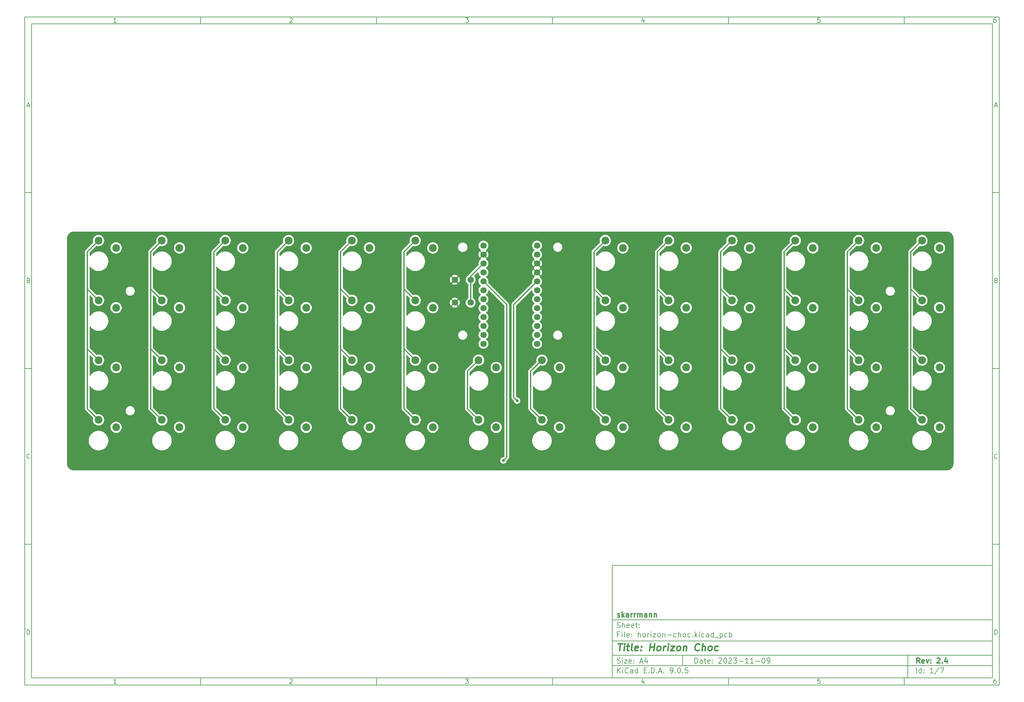
<source format=gtl>
%TF.GenerationSoftware,KiCad,Pcbnew,9.0.5*%
%TF.CreationDate,2026-02-19T02:28:35-07:00*%
%TF.ProjectId,horizon-choc,686f7269-7a6f-46e2-9d63-686f632e6b69,2.4*%
%TF.SameCoordinates,Original*%
%TF.FileFunction,Copper,L1,Top*%
%TF.FilePolarity,Positive*%
%FSLAX46Y46*%
G04 Gerber Fmt 4.6, Leading zero omitted, Abs format (unit mm)*
G04 Created by KiCad (PCBNEW 9.0.5) date 2026-02-19 02:28:35*
%MOMM*%
%LPD*%
G01*
G04 APERTURE LIST*
%ADD10C,0.100000*%
%ADD11C,0.150000*%
%ADD12C,0.300000*%
%ADD13C,0.400000*%
%TA.AperFunction,ComponentPad*%
%ADD14C,2.200000*%
%TD*%
%TA.AperFunction,ComponentPad*%
%ADD15C,1.800000*%
%TD*%
%TA.AperFunction,ViaPad*%
%ADD16C,0.800000*%
%TD*%
%TA.AperFunction,Conductor*%
%ADD17C,0.300000*%
%TD*%
G04 APERTURE END LIST*
D10*
D11*
X177002200Y-166007200D02*
X285002200Y-166007200D01*
X285002200Y-198007200D01*
X177002200Y-198007200D01*
X177002200Y-166007200D01*
D10*
D11*
X10000000Y-10000000D02*
X287002200Y-10000000D01*
X287002200Y-200007200D01*
X10000000Y-200007200D01*
X10000000Y-10000000D01*
D10*
D11*
X12000000Y-12000000D02*
X285002200Y-12000000D01*
X285002200Y-198007200D01*
X12000000Y-198007200D01*
X12000000Y-12000000D01*
D10*
D11*
X60000000Y-12000000D02*
X60000000Y-10000000D01*
D10*
D11*
X110000000Y-12000000D02*
X110000000Y-10000000D01*
D10*
D11*
X160000000Y-12000000D02*
X160000000Y-10000000D01*
D10*
D11*
X210000000Y-12000000D02*
X210000000Y-10000000D01*
D10*
D11*
X260000000Y-12000000D02*
X260000000Y-10000000D01*
D10*
D11*
X36089160Y-11593604D02*
X35346303Y-11593604D01*
X35717731Y-11593604D02*
X35717731Y-10293604D01*
X35717731Y-10293604D02*
X35593922Y-10479319D01*
X35593922Y-10479319D02*
X35470112Y-10603128D01*
X35470112Y-10603128D02*
X35346303Y-10665033D01*
D10*
D11*
X85346303Y-10417414D02*
X85408207Y-10355509D01*
X85408207Y-10355509D02*
X85532017Y-10293604D01*
X85532017Y-10293604D02*
X85841541Y-10293604D01*
X85841541Y-10293604D02*
X85965350Y-10355509D01*
X85965350Y-10355509D02*
X86027255Y-10417414D01*
X86027255Y-10417414D02*
X86089160Y-10541223D01*
X86089160Y-10541223D02*
X86089160Y-10665033D01*
X86089160Y-10665033D02*
X86027255Y-10850747D01*
X86027255Y-10850747D02*
X85284398Y-11593604D01*
X85284398Y-11593604D02*
X86089160Y-11593604D01*
D10*
D11*
X135284398Y-10293604D02*
X136089160Y-10293604D01*
X136089160Y-10293604D02*
X135655826Y-10788842D01*
X135655826Y-10788842D02*
X135841541Y-10788842D01*
X135841541Y-10788842D02*
X135965350Y-10850747D01*
X135965350Y-10850747D02*
X136027255Y-10912652D01*
X136027255Y-10912652D02*
X136089160Y-11036461D01*
X136089160Y-11036461D02*
X136089160Y-11345985D01*
X136089160Y-11345985D02*
X136027255Y-11469795D01*
X136027255Y-11469795D02*
X135965350Y-11531700D01*
X135965350Y-11531700D02*
X135841541Y-11593604D01*
X135841541Y-11593604D02*
X135470112Y-11593604D01*
X135470112Y-11593604D02*
X135346303Y-11531700D01*
X135346303Y-11531700D02*
X135284398Y-11469795D01*
D10*
D11*
X185965350Y-10726938D02*
X185965350Y-11593604D01*
X185655826Y-10231700D02*
X185346303Y-11160271D01*
X185346303Y-11160271D02*
X186151064Y-11160271D01*
D10*
D11*
X236027255Y-10293604D02*
X235408207Y-10293604D01*
X235408207Y-10293604D02*
X235346303Y-10912652D01*
X235346303Y-10912652D02*
X235408207Y-10850747D01*
X235408207Y-10850747D02*
X235532017Y-10788842D01*
X235532017Y-10788842D02*
X235841541Y-10788842D01*
X235841541Y-10788842D02*
X235965350Y-10850747D01*
X235965350Y-10850747D02*
X236027255Y-10912652D01*
X236027255Y-10912652D02*
X236089160Y-11036461D01*
X236089160Y-11036461D02*
X236089160Y-11345985D01*
X236089160Y-11345985D02*
X236027255Y-11469795D01*
X236027255Y-11469795D02*
X235965350Y-11531700D01*
X235965350Y-11531700D02*
X235841541Y-11593604D01*
X235841541Y-11593604D02*
X235532017Y-11593604D01*
X235532017Y-11593604D02*
X235408207Y-11531700D01*
X235408207Y-11531700D02*
X235346303Y-11469795D01*
D10*
D11*
X285965350Y-10293604D02*
X285717731Y-10293604D01*
X285717731Y-10293604D02*
X285593922Y-10355509D01*
X285593922Y-10355509D02*
X285532017Y-10417414D01*
X285532017Y-10417414D02*
X285408207Y-10603128D01*
X285408207Y-10603128D02*
X285346303Y-10850747D01*
X285346303Y-10850747D02*
X285346303Y-11345985D01*
X285346303Y-11345985D02*
X285408207Y-11469795D01*
X285408207Y-11469795D02*
X285470112Y-11531700D01*
X285470112Y-11531700D02*
X285593922Y-11593604D01*
X285593922Y-11593604D02*
X285841541Y-11593604D01*
X285841541Y-11593604D02*
X285965350Y-11531700D01*
X285965350Y-11531700D02*
X286027255Y-11469795D01*
X286027255Y-11469795D02*
X286089160Y-11345985D01*
X286089160Y-11345985D02*
X286089160Y-11036461D01*
X286089160Y-11036461D02*
X286027255Y-10912652D01*
X286027255Y-10912652D02*
X285965350Y-10850747D01*
X285965350Y-10850747D02*
X285841541Y-10788842D01*
X285841541Y-10788842D02*
X285593922Y-10788842D01*
X285593922Y-10788842D02*
X285470112Y-10850747D01*
X285470112Y-10850747D02*
X285408207Y-10912652D01*
X285408207Y-10912652D02*
X285346303Y-11036461D01*
D10*
D11*
X60000000Y-198007200D02*
X60000000Y-200007200D01*
D10*
D11*
X110000000Y-198007200D02*
X110000000Y-200007200D01*
D10*
D11*
X160000000Y-198007200D02*
X160000000Y-200007200D01*
D10*
D11*
X210000000Y-198007200D02*
X210000000Y-200007200D01*
D10*
D11*
X260000000Y-198007200D02*
X260000000Y-200007200D01*
D10*
D11*
X36089160Y-199600804D02*
X35346303Y-199600804D01*
X35717731Y-199600804D02*
X35717731Y-198300804D01*
X35717731Y-198300804D02*
X35593922Y-198486519D01*
X35593922Y-198486519D02*
X35470112Y-198610328D01*
X35470112Y-198610328D02*
X35346303Y-198672233D01*
D10*
D11*
X85346303Y-198424614D02*
X85408207Y-198362709D01*
X85408207Y-198362709D02*
X85532017Y-198300804D01*
X85532017Y-198300804D02*
X85841541Y-198300804D01*
X85841541Y-198300804D02*
X85965350Y-198362709D01*
X85965350Y-198362709D02*
X86027255Y-198424614D01*
X86027255Y-198424614D02*
X86089160Y-198548423D01*
X86089160Y-198548423D02*
X86089160Y-198672233D01*
X86089160Y-198672233D02*
X86027255Y-198857947D01*
X86027255Y-198857947D02*
X85284398Y-199600804D01*
X85284398Y-199600804D02*
X86089160Y-199600804D01*
D10*
D11*
X135284398Y-198300804D02*
X136089160Y-198300804D01*
X136089160Y-198300804D02*
X135655826Y-198796042D01*
X135655826Y-198796042D02*
X135841541Y-198796042D01*
X135841541Y-198796042D02*
X135965350Y-198857947D01*
X135965350Y-198857947D02*
X136027255Y-198919852D01*
X136027255Y-198919852D02*
X136089160Y-199043661D01*
X136089160Y-199043661D02*
X136089160Y-199353185D01*
X136089160Y-199353185D02*
X136027255Y-199476995D01*
X136027255Y-199476995D02*
X135965350Y-199538900D01*
X135965350Y-199538900D02*
X135841541Y-199600804D01*
X135841541Y-199600804D02*
X135470112Y-199600804D01*
X135470112Y-199600804D02*
X135346303Y-199538900D01*
X135346303Y-199538900D02*
X135284398Y-199476995D01*
D10*
D11*
X185965350Y-198734138D02*
X185965350Y-199600804D01*
X185655826Y-198238900D02*
X185346303Y-199167471D01*
X185346303Y-199167471D02*
X186151064Y-199167471D01*
D10*
D11*
X236027255Y-198300804D02*
X235408207Y-198300804D01*
X235408207Y-198300804D02*
X235346303Y-198919852D01*
X235346303Y-198919852D02*
X235408207Y-198857947D01*
X235408207Y-198857947D02*
X235532017Y-198796042D01*
X235532017Y-198796042D02*
X235841541Y-198796042D01*
X235841541Y-198796042D02*
X235965350Y-198857947D01*
X235965350Y-198857947D02*
X236027255Y-198919852D01*
X236027255Y-198919852D02*
X236089160Y-199043661D01*
X236089160Y-199043661D02*
X236089160Y-199353185D01*
X236089160Y-199353185D02*
X236027255Y-199476995D01*
X236027255Y-199476995D02*
X235965350Y-199538900D01*
X235965350Y-199538900D02*
X235841541Y-199600804D01*
X235841541Y-199600804D02*
X235532017Y-199600804D01*
X235532017Y-199600804D02*
X235408207Y-199538900D01*
X235408207Y-199538900D02*
X235346303Y-199476995D01*
D10*
D11*
X285965350Y-198300804D02*
X285717731Y-198300804D01*
X285717731Y-198300804D02*
X285593922Y-198362709D01*
X285593922Y-198362709D02*
X285532017Y-198424614D01*
X285532017Y-198424614D02*
X285408207Y-198610328D01*
X285408207Y-198610328D02*
X285346303Y-198857947D01*
X285346303Y-198857947D02*
X285346303Y-199353185D01*
X285346303Y-199353185D02*
X285408207Y-199476995D01*
X285408207Y-199476995D02*
X285470112Y-199538900D01*
X285470112Y-199538900D02*
X285593922Y-199600804D01*
X285593922Y-199600804D02*
X285841541Y-199600804D01*
X285841541Y-199600804D02*
X285965350Y-199538900D01*
X285965350Y-199538900D02*
X286027255Y-199476995D01*
X286027255Y-199476995D02*
X286089160Y-199353185D01*
X286089160Y-199353185D02*
X286089160Y-199043661D01*
X286089160Y-199043661D02*
X286027255Y-198919852D01*
X286027255Y-198919852D02*
X285965350Y-198857947D01*
X285965350Y-198857947D02*
X285841541Y-198796042D01*
X285841541Y-198796042D02*
X285593922Y-198796042D01*
X285593922Y-198796042D02*
X285470112Y-198857947D01*
X285470112Y-198857947D02*
X285408207Y-198919852D01*
X285408207Y-198919852D02*
X285346303Y-199043661D01*
D10*
D11*
X10000000Y-60000000D02*
X12000000Y-60000000D01*
D10*
D11*
X10000000Y-110000000D02*
X12000000Y-110000000D01*
D10*
D11*
X10000000Y-160000000D02*
X12000000Y-160000000D01*
D10*
D11*
X10690476Y-35222176D02*
X11309523Y-35222176D01*
X10566666Y-35593604D02*
X10999999Y-34293604D01*
X10999999Y-34293604D02*
X11433333Y-35593604D01*
D10*
D11*
X11092857Y-84912652D02*
X11278571Y-84974557D01*
X11278571Y-84974557D02*
X11340476Y-85036461D01*
X11340476Y-85036461D02*
X11402380Y-85160271D01*
X11402380Y-85160271D02*
X11402380Y-85345985D01*
X11402380Y-85345985D02*
X11340476Y-85469795D01*
X11340476Y-85469795D02*
X11278571Y-85531700D01*
X11278571Y-85531700D02*
X11154761Y-85593604D01*
X11154761Y-85593604D02*
X10659523Y-85593604D01*
X10659523Y-85593604D02*
X10659523Y-84293604D01*
X10659523Y-84293604D02*
X11092857Y-84293604D01*
X11092857Y-84293604D02*
X11216666Y-84355509D01*
X11216666Y-84355509D02*
X11278571Y-84417414D01*
X11278571Y-84417414D02*
X11340476Y-84541223D01*
X11340476Y-84541223D02*
X11340476Y-84665033D01*
X11340476Y-84665033D02*
X11278571Y-84788842D01*
X11278571Y-84788842D02*
X11216666Y-84850747D01*
X11216666Y-84850747D02*
X11092857Y-84912652D01*
X11092857Y-84912652D02*
X10659523Y-84912652D01*
D10*
D11*
X11402380Y-135469795D02*
X11340476Y-135531700D01*
X11340476Y-135531700D02*
X11154761Y-135593604D01*
X11154761Y-135593604D02*
X11030952Y-135593604D01*
X11030952Y-135593604D02*
X10845238Y-135531700D01*
X10845238Y-135531700D02*
X10721428Y-135407890D01*
X10721428Y-135407890D02*
X10659523Y-135284080D01*
X10659523Y-135284080D02*
X10597619Y-135036461D01*
X10597619Y-135036461D02*
X10597619Y-134850747D01*
X10597619Y-134850747D02*
X10659523Y-134603128D01*
X10659523Y-134603128D02*
X10721428Y-134479319D01*
X10721428Y-134479319D02*
X10845238Y-134355509D01*
X10845238Y-134355509D02*
X11030952Y-134293604D01*
X11030952Y-134293604D02*
X11154761Y-134293604D01*
X11154761Y-134293604D02*
X11340476Y-134355509D01*
X11340476Y-134355509D02*
X11402380Y-134417414D01*
D10*
D11*
X10659523Y-185593604D02*
X10659523Y-184293604D01*
X10659523Y-184293604D02*
X10969047Y-184293604D01*
X10969047Y-184293604D02*
X11154761Y-184355509D01*
X11154761Y-184355509D02*
X11278571Y-184479319D01*
X11278571Y-184479319D02*
X11340476Y-184603128D01*
X11340476Y-184603128D02*
X11402380Y-184850747D01*
X11402380Y-184850747D02*
X11402380Y-185036461D01*
X11402380Y-185036461D02*
X11340476Y-185284080D01*
X11340476Y-185284080D02*
X11278571Y-185407890D01*
X11278571Y-185407890D02*
X11154761Y-185531700D01*
X11154761Y-185531700D02*
X10969047Y-185593604D01*
X10969047Y-185593604D02*
X10659523Y-185593604D01*
D10*
D11*
X287002200Y-60000000D02*
X285002200Y-60000000D01*
D10*
D11*
X287002200Y-110000000D02*
X285002200Y-110000000D01*
D10*
D11*
X287002200Y-160000000D02*
X285002200Y-160000000D01*
D10*
D11*
X285692676Y-35222176D02*
X286311723Y-35222176D01*
X285568866Y-35593604D02*
X286002199Y-34293604D01*
X286002199Y-34293604D02*
X286435533Y-35593604D01*
D10*
D11*
X286095057Y-84912652D02*
X286280771Y-84974557D01*
X286280771Y-84974557D02*
X286342676Y-85036461D01*
X286342676Y-85036461D02*
X286404580Y-85160271D01*
X286404580Y-85160271D02*
X286404580Y-85345985D01*
X286404580Y-85345985D02*
X286342676Y-85469795D01*
X286342676Y-85469795D02*
X286280771Y-85531700D01*
X286280771Y-85531700D02*
X286156961Y-85593604D01*
X286156961Y-85593604D02*
X285661723Y-85593604D01*
X285661723Y-85593604D02*
X285661723Y-84293604D01*
X285661723Y-84293604D02*
X286095057Y-84293604D01*
X286095057Y-84293604D02*
X286218866Y-84355509D01*
X286218866Y-84355509D02*
X286280771Y-84417414D01*
X286280771Y-84417414D02*
X286342676Y-84541223D01*
X286342676Y-84541223D02*
X286342676Y-84665033D01*
X286342676Y-84665033D02*
X286280771Y-84788842D01*
X286280771Y-84788842D02*
X286218866Y-84850747D01*
X286218866Y-84850747D02*
X286095057Y-84912652D01*
X286095057Y-84912652D02*
X285661723Y-84912652D01*
D10*
D11*
X286404580Y-135469795D02*
X286342676Y-135531700D01*
X286342676Y-135531700D02*
X286156961Y-135593604D01*
X286156961Y-135593604D02*
X286033152Y-135593604D01*
X286033152Y-135593604D02*
X285847438Y-135531700D01*
X285847438Y-135531700D02*
X285723628Y-135407890D01*
X285723628Y-135407890D02*
X285661723Y-135284080D01*
X285661723Y-135284080D02*
X285599819Y-135036461D01*
X285599819Y-135036461D02*
X285599819Y-134850747D01*
X285599819Y-134850747D02*
X285661723Y-134603128D01*
X285661723Y-134603128D02*
X285723628Y-134479319D01*
X285723628Y-134479319D02*
X285847438Y-134355509D01*
X285847438Y-134355509D02*
X286033152Y-134293604D01*
X286033152Y-134293604D02*
X286156961Y-134293604D01*
X286156961Y-134293604D02*
X286342676Y-134355509D01*
X286342676Y-134355509D02*
X286404580Y-134417414D01*
D10*
D11*
X285661723Y-185593604D02*
X285661723Y-184293604D01*
X285661723Y-184293604D02*
X285971247Y-184293604D01*
X285971247Y-184293604D02*
X286156961Y-184355509D01*
X286156961Y-184355509D02*
X286280771Y-184479319D01*
X286280771Y-184479319D02*
X286342676Y-184603128D01*
X286342676Y-184603128D02*
X286404580Y-184850747D01*
X286404580Y-184850747D02*
X286404580Y-185036461D01*
X286404580Y-185036461D02*
X286342676Y-185284080D01*
X286342676Y-185284080D02*
X286280771Y-185407890D01*
X286280771Y-185407890D02*
X286156961Y-185531700D01*
X286156961Y-185531700D02*
X285971247Y-185593604D01*
X285971247Y-185593604D02*
X285661723Y-185593604D01*
D10*
D11*
X200458026Y-193793328D02*
X200458026Y-192293328D01*
X200458026Y-192293328D02*
X200815169Y-192293328D01*
X200815169Y-192293328D02*
X201029455Y-192364757D01*
X201029455Y-192364757D02*
X201172312Y-192507614D01*
X201172312Y-192507614D02*
X201243741Y-192650471D01*
X201243741Y-192650471D02*
X201315169Y-192936185D01*
X201315169Y-192936185D02*
X201315169Y-193150471D01*
X201315169Y-193150471D02*
X201243741Y-193436185D01*
X201243741Y-193436185D02*
X201172312Y-193579042D01*
X201172312Y-193579042D02*
X201029455Y-193721900D01*
X201029455Y-193721900D02*
X200815169Y-193793328D01*
X200815169Y-193793328D02*
X200458026Y-193793328D01*
X202600884Y-193793328D02*
X202600884Y-193007614D01*
X202600884Y-193007614D02*
X202529455Y-192864757D01*
X202529455Y-192864757D02*
X202386598Y-192793328D01*
X202386598Y-192793328D02*
X202100884Y-192793328D01*
X202100884Y-192793328D02*
X201958026Y-192864757D01*
X202600884Y-193721900D02*
X202458026Y-193793328D01*
X202458026Y-193793328D02*
X202100884Y-193793328D01*
X202100884Y-193793328D02*
X201958026Y-193721900D01*
X201958026Y-193721900D02*
X201886598Y-193579042D01*
X201886598Y-193579042D02*
X201886598Y-193436185D01*
X201886598Y-193436185D02*
X201958026Y-193293328D01*
X201958026Y-193293328D02*
X202100884Y-193221900D01*
X202100884Y-193221900D02*
X202458026Y-193221900D01*
X202458026Y-193221900D02*
X202600884Y-193150471D01*
X203100884Y-192793328D02*
X203672312Y-192793328D01*
X203315169Y-192293328D02*
X203315169Y-193579042D01*
X203315169Y-193579042D02*
X203386598Y-193721900D01*
X203386598Y-193721900D02*
X203529455Y-193793328D01*
X203529455Y-193793328D02*
X203672312Y-193793328D01*
X204743741Y-193721900D02*
X204600884Y-193793328D01*
X204600884Y-193793328D02*
X204315170Y-193793328D01*
X204315170Y-193793328D02*
X204172312Y-193721900D01*
X204172312Y-193721900D02*
X204100884Y-193579042D01*
X204100884Y-193579042D02*
X204100884Y-193007614D01*
X204100884Y-193007614D02*
X204172312Y-192864757D01*
X204172312Y-192864757D02*
X204315170Y-192793328D01*
X204315170Y-192793328D02*
X204600884Y-192793328D01*
X204600884Y-192793328D02*
X204743741Y-192864757D01*
X204743741Y-192864757D02*
X204815170Y-193007614D01*
X204815170Y-193007614D02*
X204815170Y-193150471D01*
X204815170Y-193150471D02*
X204100884Y-193293328D01*
X205458026Y-193650471D02*
X205529455Y-193721900D01*
X205529455Y-193721900D02*
X205458026Y-193793328D01*
X205458026Y-193793328D02*
X205386598Y-193721900D01*
X205386598Y-193721900D02*
X205458026Y-193650471D01*
X205458026Y-193650471D02*
X205458026Y-193793328D01*
X205458026Y-192864757D02*
X205529455Y-192936185D01*
X205529455Y-192936185D02*
X205458026Y-193007614D01*
X205458026Y-193007614D02*
X205386598Y-192936185D01*
X205386598Y-192936185D02*
X205458026Y-192864757D01*
X205458026Y-192864757D02*
X205458026Y-193007614D01*
X207243741Y-192436185D02*
X207315169Y-192364757D01*
X207315169Y-192364757D02*
X207458027Y-192293328D01*
X207458027Y-192293328D02*
X207815169Y-192293328D01*
X207815169Y-192293328D02*
X207958027Y-192364757D01*
X207958027Y-192364757D02*
X208029455Y-192436185D01*
X208029455Y-192436185D02*
X208100884Y-192579042D01*
X208100884Y-192579042D02*
X208100884Y-192721900D01*
X208100884Y-192721900D02*
X208029455Y-192936185D01*
X208029455Y-192936185D02*
X207172312Y-193793328D01*
X207172312Y-193793328D02*
X208100884Y-193793328D01*
X209029455Y-192293328D02*
X209172312Y-192293328D01*
X209172312Y-192293328D02*
X209315169Y-192364757D01*
X209315169Y-192364757D02*
X209386598Y-192436185D01*
X209386598Y-192436185D02*
X209458026Y-192579042D01*
X209458026Y-192579042D02*
X209529455Y-192864757D01*
X209529455Y-192864757D02*
X209529455Y-193221900D01*
X209529455Y-193221900D02*
X209458026Y-193507614D01*
X209458026Y-193507614D02*
X209386598Y-193650471D01*
X209386598Y-193650471D02*
X209315169Y-193721900D01*
X209315169Y-193721900D02*
X209172312Y-193793328D01*
X209172312Y-193793328D02*
X209029455Y-193793328D01*
X209029455Y-193793328D02*
X208886598Y-193721900D01*
X208886598Y-193721900D02*
X208815169Y-193650471D01*
X208815169Y-193650471D02*
X208743740Y-193507614D01*
X208743740Y-193507614D02*
X208672312Y-193221900D01*
X208672312Y-193221900D02*
X208672312Y-192864757D01*
X208672312Y-192864757D02*
X208743740Y-192579042D01*
X208743740Y-192579042D02*
X208815169Y-192436185D01*
X208815169Y-192436185D02*
X208886598Y-192364757D01*
X208886598Y-192364757D02*
X209029455Y-192293328D01*
X210100883Y-192436185D02*
X210172311Y-192364757D01*
X210172311Y-192364757D02*
X210315169Y-192293328D01*
X210315169Y-192293328D02*
X210672311Y-192293328D01*
X210672311Y-192293328D02*
X210815169Y-192364757D01*
X210815169Y-192364757D02*
X210886597Y-192436185D01*
X210886597Y-192436185D02*
X210958026Y-192579042D01*
X210958026Y-192579042D02*
X210958026Y-192721900D01*
X210958026Y-192721900D02*
X210886597Y-192936185D01*
X210886597Y-192936185D02*
X210029454Y-193793328D01*
X210029454Y-193793328D02*
X210958026Y-193793328D01*
X211458025Y-192293328D02*
X212386597Y-192293328D01*
X212386597Y-192293328D02*
X211886597Y-192864757D01*
X211886597Y-192864757D02*
X212100882Y-192864757D01*
X212100882Y-192864757D02*
X212243740Y-192936185D01*
X212243740Y-192936185D02*
X212315168Y-193007614D01*
X212315168Y-193007614D02*
X212386597Y-193150471D01*
X212386597Y-193150471D02*
X212386597Y-193507614D01*
X212386597Y-193507614D02*
X212315168Y-193650471D01*
X212315168Y-193650471D02*
X212243740Y-193721900D01*
X212243740Y-193721900D02*
X212100882Y-193793328D01*
X212100882Y-193793328D02*
X211672311Y-193793328D01*
X211672311Y-193793328D02*
X211529454Y-193721900D01*
X211529454Y-193721900D02*
X211458025Y-193650471D01*
X213029453Y-193221900D02*
X214172311Y-193221900D01*
X215672311Y-193793328D02*
X214815168Y-193793328D01*
X215243739Y-193793328D02*
X215243739Y-192293328D01*
X215243739Y-192293328D02*
X215100882Y-192507614D01*
X215100882Y-192507614D02*
X214958025Y-192650471D01*
X214958025Y-192650471D02*
X214815168Y-192721900D01*
X217100882Y-193793328D02*
X216243739Y-193793328D01*
X216672310Y-193793328D02*
X216672310Y-192293328D01*
X216672310Y-192293328D02*
X216529453Y-192507614D01*
X216529453Y-192507614D02*
X216386596Y-192650471D01*
X216386596Y-192650471D02*
X216243739Y-192721900D01*
X217743738Y-193221900D02*
X218886596Y-193221900D01*
X219886596Y-192293328D02*
X220029453Y-192293328D01*
X220029453Y-192293328D02*
X220172310Y-192364757D01*
X220172310Y-192364757D02*
X220243739Y-192436185D01*
X220243739Y-192436185D02*
X220315167Y-192579042D01*
X220315167Y-192579042D02*
X220386596Y-192864757D01*
X220386596Y-192864757D02*
X220386596Y-193221900D01*
X220386596Y-193221900D02*
X220315167Y-193507614D01*
X220315167Y-193507614D02*
X220243739Y-193650471D01*
X220243739Y-193650471D02*
X220172310Y-193721900D01*
X220172310Y-193721900D02*
X220029453Y-193793328D01*
X220029453Y-193793328D02*
X219886596Y-193793328D01*
X219886596Y-193793328D02*
X219743739Y-193721900D01*
X219743739Y-193721900D02*
X219672310Y-193650471D01*
X219672310Y-193650471D02*
X219600881Y-193507614D01*
X219600881Y-193507614D02*
X219529453Y-193221900D01*
X219529453Y-193221900D02*
X219529453Y-192864757D01*
X219529453Y-192864757D02*
X219600881Y-192579042D01*
X219600881Y-192579042D02*
X219672310Y-192436185D01*
X219672310Y-192436185D02*
X219743739Y-192364757D01*
X219743739Y-192364757D02*
X219886596Y-192293328D01*
X221100881Y-193793328D02*
X221386595Y-193793328D01*
X221386595Y-193793328D02*
X221529452Y-193721900D01*
X221529452Y-193721900D02*
X221600881Y-193650471D01*
X221600881Y-193650471D02*
X221743738Y-193436185D01*
X221743738Y-193436185D02*
X221815167Y-193150471D01*
X221815167Y-193150471D02*
X221815167Y-192579042D01*
X221815167Y-192579042D02*
X221743738Y-192436185D01*
X221743738Y-192436185D02*
X221672310Y-192364757D01*
X221672310Y-192364757D02*
X221529452Y-192293328D01*
X221529452Y-192293328D02*
X221243738Y-192293328D01*
X221243738Y-192293328D02*
X221100881Y-192364757D01*
X221100881Y-192364757D02*
X221029452Y-192436185D01*
X221029452Y-192436185D02*
X220958024Y-192579042D01*
X220958024Y-192579042D02*
X220958024Y-192936185D01*
X220958024Y-192936185D02*
X221029452Y-193079042D01*
X221029452Y-193079042D02*
X221100881Y-193150471D01*
X221100881Y-193150471D02*
X221243738Y-193221900D01*
X221243738Y-193221900D02*
X221529452Y-193221900D01*
X221529452Y-193221900D02*
X221672310Y-193150471D01*
X221672310Y-193150471D02*
X221743738Y-193079042D01*
X221743738Y-193079042D02*
X221815167Y-192936185D01*
D10*
D11*
X177002200Y-194507200D02*
X285002200Y-194507200D01*
D10*
D11*
X178458026Y-196593328D02*
X178458026Y-195093328D01*
X179315169Y-196593328D02*
X178672312Y-195736185D01*
X179315169Y-195093328D02*
X178458026Y-195950471D01*
X179958026Y-196593328D02*
X179958026Y-195593328D01*
X179958026Y-195093328D02*
X179886598Y-195164757D01*
X179886598Y-195164757D02*
X179958026Y-195236185D01*
X179958026Y-195236185D02*
X180029455Y-195164757D01*
X180029455Y-195164757D02*
X179958026Y-195093328D01*
X179958026Y-195093328D02*
X179958026Y-195236185D01*
X181529455Y-196450471D02*
X181458027Y-196521900D01*
X181458027Y-196521900D02*
X181243741Y-196593328D01*
X181243741Y-196593328D02*
X181100884Y-196593328D01*
X181100884Y-196593328D02*
X180886598Y-196521900D01*
X180886598Y-196521900D02*
X180743741Y-196379042D01*
X180743741Y-196379042D02*
X180672312Y-196236185D01*
X180672312Y-196236185D02*
X180600884Y-195950471D01*
X180600884Y-195950471D02*
X180600884Y-195736185D01*
X180600884Y-195736185D02*
X180672312Y-195450471D01*
X180672312Y-195450471D02*
X180743741Y-195307614D01*
X180743741Y-195307614D02*
X180886598Y-195164757D01*
X180886598Y-195164757D02*
X181100884Y-195093328D01*
X181100884Y-195093328D02*
X181243741Y-195093328D01*
X181243741Y-195093328D02*
X181458027Y-195164757D01*
X181458027Y-195164757D02*
X181529455Y-195236185D01*
X182815170Y-196593328D02*
X182815170Y-195807614D01*
X182815170Y-195807614D02*
X182743741Y-195664757D01*
X182743741Y-195664757D02*
X182600884Y-195593328D01*
X182600884Y-195593328D02*
X182315170Y-195593328D01*
X182315170Y-195593328D02*
X182172312Y-195664757D01*
X182815170Y-196521900D02*
X182672312Y-196593328D01*
X182672312Y-196593328D02*
X182315170Y-196593328D01*
X182315170Y-196593328D02*
X182172312Y-196521900D01*
X182172312Y-196521900D02*
X182100884Y-196379042D01*
X182100884Y-196379042D02*
X182100884Y-196236185D01*
X182100884Y-196236185D02*
X182172312Y-196093328D01*
X182172312Y-196093328D02*
X182315170Y-196021900D01*
X182315170Y-196021900D02*
X182672312Y-196021900D01*
X182672312Y-196021900D02*
X182815170Y-195950471D01*
X184172313Y-196593328D02*
X184172313Y-195093328D01*
X184172313Y-196521900D02*
X184029455Y-196593328D01*
X184029455Y-196593328D02*
X183743741Y-196593328D01*
X183743741Y-196593328D02*
X183600884Y-196521900D01*
X183600884Y-196521900D02*
X183529455Y-196450471D01*
X183529455Y-196450471D02*
X183458027Y-196307614D01*
X183458027Y-196307614D02*
X183458027Y-195879042D01*
X183458027Y-195879042D02*
X183529455Y-195736185D01*
X183529455Y-195736185D02*
X183600884Y-195664757D01*
X183600884Y-195664757D02*
X183743741Y-195593328D01*
X183743741Y-195593328D02*
X184029455Y-195593328D01*
X184029455Y-195593328D02*
X184172313Y-195664757D01*
X186029455Y-195807614D02*
X186529455Y-195807614D01*
X186743741Y-196593328D02*
X186029455Y-196593328D01*
X186029455Y-196593328D02*
X186029455Y-195093328D01*
X186029455Y-195093328D02*
X186743741Y-195093328D01*
X187386598Y-196450471D02*
X187458027Y-196521900D01*
X187458027Y-196521900D02*
X187386598Y-196593328D01*
X187386598Y-196593328D02*
X187315170Y-196521900D01*
X187315170Y-196521900D02*
X187386598Y-196450471D01*
X187386598Y-196450471D02*
X187386598Y-196593328D01*
X188100884Y-196593328D02*
X188100884Y-195093328D01*
X188100884Y-195093328D02*
X188458027Y-195093328D01*
X188458027Y-195093328D02*
X188672313Y-195164757D01*
X188672313Y-195164757D02*
X188815170Y-195307614D01*
X188815170Y-195307614D02*
X188886599Y-195450471D01*
X188886599Y-195450471D02*
X188958027Y-195736185D01*
X188958027Y-195736185D02*
X188958027Y-195950471D01*
X188958027Y-195950471D02*
X188886599Y-196236185D01*
X188886599Y-196236185D02*
X188815170Y-196379042D01*
X188815170Y-196379042D02*
X188672313Y-196521900D01*
X188672313Y-196521900D02*
X188458027Y-196593328D01*
X188458027Y-196593328D02*
X188100884Y-196593328D01*
X189600884Y-196450471D02*
X189672313Y-196521900D01*
X189672313Y-196521900D02*
X189600884Y-196593328D01*
X189600884Y-196593328D02*
X189529456Y-196521900D01*
X189529456Y-196521900D02*
X189600884Y-196450471D01*
X189600884Y-196450471D02*
X189600884Y-196593328D01*
X190243742Y-196164757D02*
X190958028Y-196164757D01*
X190100885Y-196593328D02*
X190600885Y-195093328D01*
X190600885Y-195093328D02*
X191100885Y-196593328D01*
X191600884Y-196450471D02*
X191672313Y-196521900D01*
X191672313Y-196521900D02*
X191600884Y-196593328D01*
X191600884Y-196593328D02*
X191529456Y-196521900D01*
X191529456Y-196521900D02*
X191600884Y-196450471D01*
X191600884Y-196450471D02*
X191600884Y-196593328D01*
X193529456Y-196593328D02*
X193815170Y-196593328D01*
X193815170Y-196593328D02*
X193958027Y-196521900D01*
X193958027Y-196521900D02*
X194029456Y-196450471D01*
X194029456Y-196450471D02*
X194172313Y-196236185D01*
X194172313Y-196236185D02*
X194243742Y-195950471D01*
X194243742Y-195950471D02*
X194243742Y-195379042D01*
X194243742Y-195379042D02*
X194172313Y-195236185D01*
X194172313Y-195236185D02*
X194100885Y-195164757D01*
X194100885Y-195164757D02*
X193958027Y-195093328D01*
X193958027Y-195093328D02*
X193672313Y-195093328D01*
X193672313Y-195093328D02*
X193529456Y-195164757D01*
X193529456Y-195164757D02*
X193458027Y-195236185D01*
X193458027Y-195236185D02*
X193386599Y-195379042D01*
X193386599Y-195379042D02*
X193386599Y-195736185D01*
X193386599Y-195736185D02*
X193458027Y-195879042D01*
X193458027Y-195879042D02*
X193529456Y-195950471D01*
X193529456Y-195950471D02*
X193672313Y-196021900D01*
X193672313Y-196021900D02*
X193958027Y-196021900D01*
X193958027Y-196021900D02*
X194100885Y-195950471D01*
X194100885Y-195950471D02*
X194172313Y-195879042D01*
X194172313Y-195879042D02*
X194243742Y-195736185D01*
X194886598Y-196450471D02*
X194958027Y-196521900D01*
X194958027Y-196521900D02*
X194886598Y-196593328D01*
X194886598Y-196593328D02*
X194815170Y-196521900D01*
X194815170Y-196521900D02*
X194886598Y-196450471D01*
X194886598Y-196450471D02*
X194886598Y-196593328D01*
X195886599Y-195093328D02*
X196029456Y-195093328D01*
X196029456Y-195093328D02*
X196172313Y-195164757D01*
X196172313Y-195164757D02*
X196243742Y-195236185D01*
X196243742Y-195236185D02*
X196315170Y-195379042D01*
X196315170Y-195379042D02*
X196386599Y-195664757D01*
X196386599Y-195664757D02*
X196386599Y-196021900D01*
X196386599Y-196021900D02*
X196315170Y-196307614D01*
X196315170Y-196307614D02*
X196243742Y-196450471D01*
X196243742Y-196450471D02*
X196172313Y-196521900D01*
X196172313Y-196521900D02*
X196029456Y-196593328D01*
X196029456Y-196593328D02*
X195886599Y-196593328D01*
X195886599Y-196593328D02*
X195743742Y-196521900D01*
X195743742Y-196521900D02*
X195672313Y-196450471D01*
X195672313Y-196450471D02*
X195600884Y-196307614D01*
X195600884Y-196307614D02*
X195529456Y-196021900D01*
X195529456Y-196021900D02*
X195529456Y-195664757D01*
X195529456Y-195664757D02*
X195600884Y-195379042D01*
X195600884Y-195379042D02*
X195672313Y-195236185D01*
X195672313Y-195236185D02*
X195743742Y-195164757D01*
X195743742Y-195164757D02*
X195886599Y-195093328D01*
X197029455Y-196450471D02*
X197100884Y-196521900D01*
X197100884Y-196521900D02*
X197029455Y-196593328D01*
X197029455Y-196593328D02*
X196958027Y-196521900D01*
X196958027Y-196521900D02*
X197029455Y-196450471D01*
X197029455Y-196450471D02*
X197029455Y-196593328D01*
X198458027Y-195093328D02*
X197743741Y-195093328D01*
X197743741Y-195093328D02*
X197672313Y-195807614D01*
X197672313Y-195807614D02*
X197743741Y-195736185D01*
X197743741Y-195736185D02*
X197886599Y-195664757D01*
X197886599Y-195664757D02*
X198243741Y-195664757D01*
X198243741Y-195664757D02*
X198386599Y-195736185D01*
X198386599Y-195736185D02*
X198458027Y-195807614D01*
X198458027Y-195807614D02*
X198529456Y-195950471D01*
X198529456Y-195950471D02*
X198529456Y-196307614D01*
X198529456Y-196307614D02*
X198458027Y-196450471D01*
X198458027Y-196450471D02*
X198386599Y-196521900D01*
X198386599Y-196521900D02*
X198243741Y-196593328D01*
X198243741Y-196593328D02*
X197886599Y-196593328D01*
X197886599Y-196593328D02*
X197743741Y-196521900D01*
X197743741Y-196521900D02*
X197672313Y-196450471D01*
D10*
D11*
X177002200Y-191507200D02*
X285002200Y-191507200D01*
D10*
D12*
X264413853Y-193785528D02*
X263913853Y-193071242D01*
X263556710Y-193785528D02*
X263556710Y-192285528D01*
X263556710Y-192285528D02*
X264128139Y-192285528D01*
X264128139Y-192285528D02*
X264270996Y-192356957D01*
X264270996Y-192356957D02*
X264342425Y-192428385D01*
X264342425Y-192428385D02*
X264413853Y-192571242D01*
X264413853Y-192571242D02*
X264413853Y-192785528D01*
X264413853Y-192785528D02*
X264342425Y-192928385D01*
X264342425Y-192928385D02*
X264270996Y-192999814D01*
X264270996Y-192999814D02*
X264128139Y-193071242D01*
X264128139Y-193071242D02*
X263556710Y-193071242D01*
X265628139Y-193714100D02*
X265485282Y-193785528D01*
X265485282Y-193785528D02*
X265199568Y-193785528D01*
X265199568Y-193785528D02*
X265056710Y-193714100D01*
X265056710Y-193714100D02*
X264985282Y-193571242D01*
X264985282Y-193571242D02*
X264985282Y-192999814D01*
X264985282Y-192999814D02*
X265056710Y-192856957D01*
X265056710Y-192856957D02*
X265199568Y-192785528D01*
X265199568Y-192785528D02*
X265485282Y-192785528D01*
X265485282Y-192785528D02*
X265628139Y-192856957D01*
X265628139Y-192856957D02*
X265699568Y-192999814D01*
X265699568Y-192999814D02*
X265699568Y-193142671D01*
X265699568Y-193142671D02*
X264985282Y-193285528D01*
X266199567Y-192785528D02*
X266556710Y-193785528D01*
X266556710Y-193785528D02*
X266913853Y-192785528D01*
X267485281Y-193642671D02*
X267556710Y-193714100D01*
X267556710Y-193714100D02*
X267485281Y-193785528D01*
X267485281Y-193785528D02*
X267413853Y-193714100D01*
X267413853Y-193714100D02*
X267485281Y-193642671D01*
X267485281Y-193642671D02*
X267485281Y-193785528D01*
X267485281Y-192856957D02*
X267556710Y-192928385D01*
X267556710Y-192928385D02*
X267485281Y-192999814D01*
X267485281Y-192999814D02*
X267413853Y-192928385D01*
X267413853Y-192928385D02*
X267485281Y-192856957D01*
X267485281Y-192856957D02*
X267485281Y-192999814D01*
X269270996Y-192428385D02*
X269342424Y-192356957D01*
X269342424Y-192356957D02*
X269485282Y-192285528D01*
X269485282Y-192285528D02*
X269842424Y-192285528D01*
X269842424Y-192285528D02*
X269985282Y-192356957D01*
X269985282Y-192356957D02*
X270056710Y-192428385D01*
X270056710Y-192428385D02*
X270128139Y-192571242D01*
X270128139Y-192571242D02*
X270128139Y-192714100D01*
X270128139Y-192714100D02*
X270056710Y-192928385D01*
X270056710Y-192928385D02*
X269199567Y-193785528D01*
X269199567Y-193785528D02*
X270128139Y-193785528D01*
X270770995Y-193642671D02*
X270842424Y-193714100D01*
X270842424Y-193714100D02*
X270770995Y-193785528D01*
X270770995Y-193785528D02*
X270699567Y-193714100D01*
X270699567Y-193714100D02*
X270770995Y-193642671D01*
X270770995Y-193642671D02*
X270770995Y-193785528D01*
X272128139Y-192785528D02*
X272128139Y-193785528D01*
X271770996Y-192214100D02*
X271413853Y-193285528D01*
X271413853Y-193285528D02*
X272342424Y-193285528D01*
D10*
D11*
X178386598Y-193721900D02*
X178600884Y-193793328D01*
X178600884Y-193793328D02*
X178958026Y-193793328D01*
X178958026Y-193793328D02*
X179100884Y-193721900D01*
X179100884Y-193721900D02*
X179172312Y-193650471D01*
X179172312Y-193650471D02*
X179243741Y-193507614D01*
X179243741Y-193507614D02*
X179243741Y-193364757D01*
X179243741Y-193364757D02*
X179172312Y-193221900D01*
X179172312Y-193221900D02*
X179100884Y-193150471D01*
X179100884Y-193150471D02*
X178958026Y-193079042D01*
X178958026Y-193079042D02*
X178672312Y-193007614D01*
X178672312Y-193007614D02*
X178529455Y-192936185D01*
X178529455Y-192936185D02*
X178458026Y-192864757D01*
X178458026Y-192864757D02*
X178386598Y-192721900D01*
X178386598Y-192721900D02*
X178386598Y-192579042D01*
X178386598Y-192579042D02*
X178458026Y-192436185D01*
X178458026Y-192436185D02*
X178529455Y-192364757D01*
X178529455Y-192364757D02*
X178672312Y-192293328D01*
X178672312Y-192293328D02*
X179029455Y-192293328D01*
X179029455Y-192293328D02*
X179243741Y-192364757D01*
X179886597Y-193793328D02*
X179886597Y-192793328D01*
X179886597Y-192293328D02*
X179815169Y-192364757D01*
X179815169Y-192364757D02*
X179886597Y-192436185D01*
X179886597Y-192436185D02*
X179958026Y-192364757D01*
X179958026Y-192364757D02*
X179886597Y-192293328D01*
X179886597Y-192293328D02*
X179886597Y-192436185D01*
X180458026Y-192793328D02*
X181243741Y-192793328D01*
X181243741Y-192793328D02*
X180458026Y-193793328D01*
X180458026Y-193793328D02*
X181243741Y-193793328D01*
X182386598Y-193721900D02*
X182243741Y-193793328D01*
X182243741Y-193793328D02*
X181958027Y-193793328D01*
X181958027Y-193793328D02*
X181815169Y-193721900D01*
X181815169Y-193721900D02*
X181743741Y-193579042D01*
X181743741Y-193579042D02*
X181743741Y-193007614D01*
X181743741Y-193007614D02*
X181815169Y-192864757D01*
X181815169Y-192864757D02*
X181958027Y-192793328D01*
X181958027Y-192793328D02*
X182243741Y-192793328D01*
X182243741Y-192793328D02*
X182386598Y-192864757D01*
X182386598Y-192864757D02*
X182458027Y-193007614D01*
X182458027Y-193007614D02*
X182458027Y-193150471D01*
X182458027Y-193150471D02*
X181743741Y-193293328D01*
X183100883Y-193650471D02*
X183172312Y-193721900D01*
X183172312Y-193721900D02*
X183100883Y-193793328D01*
X183100883Y-193793328D02*
X183029455Y-193721900D01*
X183029455Y-193721900D02*
X183100883Y-193650471D01*
X183100883Y-193650471D02*
X183100883Y-193793328D01*
X183100883Y-192864757D02*
X183172312Y-192936185D01*
X183172312Y-192936185D02*
X183100883Y-193007614D01*
X183100883Y-193007614D02*
X183029455Y-192936185D01*
X183029455Y-192936185D02*
X183100883Y-192864757D01*
X183100883Y-192864757D02*
X183100883Y-193007614D01*
X184886598Y-193364757D02*
X185600884Y-193364757D01*
X184743741Y-193793328D02*
X185243741Y-192293328D01*
X185243741Y-192293328D02*
X185743741Y-193793328D01*
X186886598Y-192793328D02*
X186886598Y-193793328D01*
X186529455Y-192221900D02*
X186172312Y-193293328D01*
X186172312Y-193293328D02*
X187100883Y-193293328D01*
D10*
D11*
X263458026Y-196593328D02*
X263458026Y-195093328D01*
X264815170Y-196593328D02*
X264815170Y-195093328D01*
X264815170Y-196521900D02*
X264672312Y-196593328D01*
X264672312Y-196593328D02*
X264386598Y-196593328D01*
X264386598Y-196593328D02*
X264243741Y-196521900D01*
X264243741Y-196521900D02*
X264172312Y-196450471D01*
X264172312Y-196450471D02*
X264100884Y-196307614D01*
X264100884Y-196307614D02*
X264100884Y-195879042D01*
X264100884Y-195879042D02*
X264172312Y-195736185D01*
X264172312Y-195736185D02*
X264243741Y-195664757D01*
X264243741Y-195664757D02*
X264386598Y-195593328D01*
X264386598Y-195593328D02*
X264672312Y-195593328D01*
X264672312Y-195593328D02*
X264815170Y-195664757D01*
X265529455Y-196450471D02*
X265600884Y-196521900D01*
X265600884Y-196521900D02*
X265529455Y-196593328D01*
X265529455Y-196593328D02*
X265458027Y-196521900D01*
X265458027Y-196521900D02*
X265529455Y-196450471D01*
X265529455Y-196450471D02*
X265529455Y-196593328D01*
X265529455Y-195664757D02*
X265600884Y-195736185D01*
X265600884Y-195736185D02*
X265529455Y-195807614D01*
X265529455Y-195807614D02*
X265458027Y-195736185D01*
X265458027Y-195736185D02*
X265529455Y-195664757D01*
X265529455Y-195664757D02*
X265529455Y-195807614D01*
X268172313Y-196593328D02*
X267315170Y-196593328D01*
X267743741Y-196593328D02*
X267743741Y-195093328D01*
X267743741Y-195093328D02*
X267600884Y-195307614D01*
X267600884Y-195307614D02*
X267458027Y-195450471D01*
X267458027Y-195450471D02*
X267315170Y-195521900D01*
X269886598Y-195021900D02*
X268600884Y-196950471D01*
X270243741Y-195093328D02*
X271243741Y-195093328D01*
X271243741Y-195093328D02*
X270600884Y-196593328D01*
D10*
D11*
X177002200Y-187507200D02*
X285002200Y-187507200D01*
D10*
D13*
X178693928Y-188211638D02*
X179836785Y-188211638D01*
X179015357Y-190211638D02*
X179265357Y-188211638D01*
X180253452Y-190211638D02*
X180420119Y-188878304D01*
X180503452Y-188211638D02*
X180396309Y-188306876D01*
X180396309Y-188306876D02*
X180479643Y-188402114D01*
X180479643Y-188402114D02*
X180586786Y-188306876D01*
X180586786Y-188306876D02*
X180503452Y-188211638D01*
X180503452Y-188211638D02*
X180479643Y-188402114D01*
X181086786Y-188878304D02*
X181848690Y-188878304D01*
X181455833Y-188211638D02*
X181241548Y-189925923D01*
X181241548Y-189925923D02*
X181312976Y-190116400D01*
X181312976Y-190116400D02*
X181491548Y-190211638D01*
X181491548Y-190211638D02*
X181682024Y-190211638D01*
X182634405Y-190211638D02*
X182455833Y-190116400D01*
X182455833Y-190116400D02*
X182384405Y-189925923D01*
X182384405Y-189925923D02*
X182598690Y-188211638D01*
X184170119Y-190116400D02*
X183967738Y-190211638D01*
X183967738Y-190211638D02*
X183586785Y-190211638D01*
X183586785Y-190211638D02*
X183408214Y-190116400D01*
X183408214Y-190116400D02*
X183336785Y-189925923D01*
X183336785Y-189925923D02*
X183432024Y-189164019D01*
X183432024Y-189164019D02*
X183551071Y-188973542D01*
X183551071Y-188973542D02*
X183753452Y-188878304D01*
X183753452Y-188878304D02*
X184134404Y-188878304D01*
X184134404Y-188878304D02*
X184312976Y-188973542D01*
X184312976Y-188973542D02*
X184384404Y-189164019D01*
X184384404Y-189164019D02*
X184360595Y-189354495D01*
X184360595Y-189354495D02*
X183384404Y-189544971D01*
X185134405Y-190021161D02*
X185217738Y-190116400D01*
X185217738Y-190116400D02*
X185110595Y-190211638D01*
X185110595Y-190211638D02*
X185027262Y-190116400D01*
X185027262Y-190116400D02*
X185134405Y-190021161D01*
X185134405Y-190021161D02*
X185110595Y-190211638D01*
X185265357Y-188973542D02*
X185348690Y-189068780D01*
X185348690Y-189068780D02*
X185241548Y-189164019D01*
X185241548Y-189164019D02*
X185158214Y-189068780D01*
X185158214Y-189068780D02*
X185265357Y-188973542D01*
X185265357Y-188973542D02*
X185241548Y-189164019D01*
X187586786Y-190211638D02*
X187836786Y-188211638D01*
X187717739Y-189164019D02*
X188860596Y-189164019D01*
X188729643Y-190211638D02*
X188979643Y-188211638D01*
X189967739Y-190211638D02*
X189789167Y-190116400D01*
X189789167Y-190116400D02*
X189705834Y-190021161D01*
X189705834Y-190021161D02*
X189634405Y-189830685D01*
X189634405Y-189830685D02*
X189705834Y-189259257D01*
X189705834Y-189259257D02*
X189824881Y-189068780D01*
X189824881Y-189068780D02*
X189932024Y-188973542D01*
X189932024Y-188973542D02*
X190134405Y-188878304D01*
X190134405Y-188878304D02*
X190420119Y-188878304D01*
X190420119Y-188878304D02*
X190598691Y-188973542D01*
X190598691Y-188973542D02*
X190682024Y-189068780D01*
X190682024Y-189068780D02*
X190753453Y-189259257D01*
X190753453Y-189259257D02*
X190682024Y-189830685D01*
X190682024Y-189830685D02*
X190562977Y-190021161D01*
X190562977Y-190021161D02*
X190455834Y-190116400D01*
X190455834Y-190116400D02*
X190253453Y-190211638D01*
X190253453Y-190211638D02*
X189967739Y-190211638D01*
X191491548Y-190211638D02*
X191658215Y-188878304D01*
X191610596Y-189259257D02*
X191729643Y-189068780D01*
X191729643Y-189068780D02*
X191836786Y-188973542D01*
X191836786Y-188973542D02*
X192039167Y-188878304D01*
X192039167Y-188878304D02*
X192229643Y-188878304D01*
X192729643Y-190211638D02*
X192896310Y-188878304D01*
X192979643Y-188211638D02*
X192872500Y-188306876D01*
X192872500Y-188306876D02*
X192955834Y-188402114D01*
X192955834Y-188402114D02*
X193062977Y-188306876D01*
X193062977Y-188306876D02*
X192979643Y-188211638D01*
X192979643Y-188211638D02*
X192955834Y-188402114D01*
X193658215Y-188878304D02*
X194705834Y-188878304D01*
X194705834Y-188878304D02*
X193491548Y-190211638D01*
X193491548Y-190211638D02*
X194539167Y-190211638D01*
X195586787Y-190211638D02*
X195408215Y-190116400D01*
X195408215Y-190116400D02*
X195324882Y-190021161D01*
X195324882Y-190021161D02*
X195253453Y-189830685D01*
X195253453Y-189830685D02*
X195324882Y-189259257D01*
X195324882Y-189259257D02*
X195443929Y-189068780D01*
X195443929Y-189068780D02*
X195551072Y-188973542D01*
X195551072Y-188973542D02*
X195753453Y-188878304D01*
X195753453Y-188878304D02*
X196039167Y-188878304D01*
X196039167Y-188878304D02*
X196217739Y-188973542D01*
X196217739Y-188973542D02*
X196301072Y-189068780D01*
X196301072Y-189068780D02*
X196372501Y-189259257D01*
X196372501Y-189259257D02*
X196301072Y-189830685D01*
X196301072Y-189830685D02*
X196182025Y-190021161D01*
X196182025Y-190021161D02*
X196074882Y-190116400D01*
X196074882Y-190116400D02*
X195872501Y-190211638D01*
X195872501Y-190211638D02*
X195586787Y-190211638D01*
X197277263Y-188878304D02*
X197110596Y-190211638D01*
X197253453Y-189068780D02*
X197360596Y-188973542D01*
X197360596Y-188973542D02*
X197562977Y-188878304D01*
X197562977Y-188878304D02*
X197848691Y-188878304D01*
X197848691Y-188878304D02*
X198027263Y-188973542D01*
X198027263Y-188973542D02*
X198098691Y-189164019D01*
X198098691Y-189164019D02*
X197967739Y-190211638D01*
X201610597Y-190021161D02*
X201503454Y-190116400D01*
X201503454Y-190116400D02*
X201205835Y-190211638D01*
X201205835Y-190211638D02*
X201015359Y-190211638D01*
X201015359Y-190211638D02*
X200741549Y-190116400D01*
X200741549Y-190116400D02*
X200574883Y-189925923D01*
X200574883Y-189925923D02*
X200503454Y-189735447D01*
X200503454Y-189735447D02*
X200455835Y-189354495D01*
X200455835Y-189354495D02*
X200491549Y-189068780D01*
X200491549Y-189068780D02*
X200634406Y-188687828D01*
X200634406Y-188687828D02*
X200753454Y-188497352D01*
X200753454Y-188497352D02*
X200967740Y-188306876D01*
X200967740Y-188306876D02*
X201265359Y-188211638D01*
X201265359Y-188211638D02*
X201455835Y-188211638D01*
X201455835Y-188211638D02*
X201729645Y-188306876D01*
X201729645Y-188306876D02*
X201812978Y-188402114D01*
X202443930Y-190211638D02*
X202693930Y-188211638D01*
X203301073Y-190211638D02*
X203432025Y-189164019D01*
X203432025Y-189164019D02*
X203360597Y-188973542D01*
X203360597Y-188973542D02*
X203182025Y-188878304D01*
X203182025Y-188878304D02*
X202896311Y-188878304D01*
X202896311Y-188878304D02*
X202693930Y-188973542D01*
X202693930Y-188973542D02*
X202586787Y-189068780D01*
X204539169Y-190211638D02*
X204360597Y-190116400D01*
X204360597Y-190116400D02*
X204277264Y-190021161D01*
X204277264Y-190021161D02*
X204205835Y-189830685D01*
X204205835Y-189830685D02*
X204277264Y-189259257D01*
X204277264Y-189259257D02*
X204396311Y-189068780D01*
X204396311Y-189068780D02*
X204503454Y-188973542D01*
X204503454Y-188973542D02*
X204705835Y-188878304D01*
X204705835Y-188878304D02*
X204991549Y-188878304D01*
X204991549Y-188878304D02*
X205170121Y-188973542D01*
X205170121Y-188973542D02*
X205253454Y-189068780D01*
X205253454Y-189068780D02*
X205324883Y-189259257D01*
X205324883Y-189259257D02*
X205253454Y-189830685D01*
X205253454Y-189830685D02*
X205134407Y-190021161D01*
X205134407Y-190021161D02*
X205027264Y-190116400D01*
X205027264Y-190116400D02*
X204824883Y-190211638D01*
X204824883Y-190211638D02*
X204539169Y-190211638D01*
X206932026Y-190116400D02*
X206729645Y-190211638D01*
X206729645Y-190211638D02*
X206348693Y-190211638D01*
X206348693Y-190211638D02*
X206170121Y-190116400D01*
X206170121Y-190116400D02*
X206086788Y-190021161D01*
X206086788Y-190021161D02*
X206015359Y-189830685D01*
X206015359Y-189830685D02*
X206086788Y-189259257D01*
X206086788Y-189259257D02*
X206205835Y-189068780D01*
X206205835Y-189068780D02*
X206312978Y-188973542D01*
X206312978Y-188973542D02*
X206515359Y-188878304D01*
X206515359Y-188878304D02*
X206896312Y-188878304D01*
X206896312Y-188878304D02*
X207074883Y-188973542D01*
D10*
D11*
X178958026Y-185607614D02*
X178458026Y-185607614D01*
X178458026Y-186393328D02*
X178458026Y-184893328D01*
X178458026Y-184893328D02*
X179172312Y-184893328D01*
X179743740Y-186393328D02*
X179743740Y-185393328D01*
X179743740Y-184893328D02*
X179672312Y-184964757D01*
X179672312Y-184964757D02*
X179743740Y-185036185D01*
X179743740Y-185036185D02*
X179815169Y-184964757D01*
X179815169Y-184964757D02*
X179743740Y-184893328D01*
X179743740Y-184893328D02*
X179743740Y-185036185D01*
X180672312Y-186393328D02*
X180529455Y-186321900D01*
X180529455Y-186321900D02*
X180458026Y-186179042D01*
X180458026Y-186179042D02*
X180458026Y-184893328D01*
X181815169Y-186321900D02*
X181672312Y-186393328D01*
X181672312Y-186393328D02*
X181386598Y-186393328D01*
X181386598Y-186393328D02*
X181243740Y-186321900D01*
X181243740Y-186321900D02*
X181172312Y-186179042D01*
X181172312Y-186179042D02*
X181172312Y-185607614D01*
X181172312Y-185607614D02*
X181243740Y-185464757D01*
X181243740Y-185464757D02*
X181386598Y-185393328D01*
X181386598Y-185393328D02*
X181672312Y-185393328D01*
X181672312Y-185393328D02*
X181815169Y-185464757D01*
X181815169Y-185464757D02*
X181886598Y-185607614D01*
X181886598Y-185607614D02*
X181886598Y-185750471D01*
X181886598Y-185750471D02*
X181172312Y-185893328D01*
X182529454Y-186250471D02*
X182600883Y-186321900D01*
X182600883Y-186321900D02*
X182529454Y-186393328D01*
X182529454Y-186393328D02*
X182458026Y-186321900D01*
X182458026Y-186321900D02*
X182529454Y-186250471D01*
X182529454Y-186250471D02*
X182529454Y-186393328D01*
X182529454Y-185464757D02*
X182600883Y-185536185D01*
X182600883Y-185536185D02*
X182529454Y-185607614D01*
X182529454Y-185607614D02*
X182458026Y-185536185D01*
X182458026Y-185536185D02*
X182529454Y-185464757D01*
X182529454Y-185464757D02*
X182529454Y-185607614D01*
X184386597Y-186393328D02*
X184386597Y-184893328D01*
X185029455Y-186393328D02*
X185029455Y-185607614D01*
X185029455Y-185607614D02*
X184958026Y-185464757D01*
X184958026Y-185464757D02*
X184815169Y-185393328D01*
X184815169Y-185393328D02*
X184600883Y-185393328D01*
X184600883Y-185393328D02*
X184458026Y-185464757D01*
X184458026Y-185464757D02*
X184386597Y-185536185D01*
X185958026Y-186393328D02*
X185815169Y-186321900D01*
X185815169Y-186321900D02*
X185743740Y-186250471D01*
X185743740Y-186250471D02*
X185672312Y-186107614D01*
X185672312Y-186107614D02*
X185672312Y-185679042D01*
X185672312Y-185679042D02*
X185743740Y-185536185D01*
X185743740Y-185536185D02*
X185815169Y-185464757D01*
X185815169Y-185464757D02*
X185958026Y-185393328D01*
X185958026Y-185393328D02*
X186172312Y-185393328D01*
X186172312Y-185393328D02*
X186315169Y-185464757D01*
X186315169Y-185464757D02*
X186386598Y-185536185D01*
X186386598Y-185536185D02*
X186458026Y-185679042D01*
X186458026Y-185679042D02*
X186458026Y-186107614D01*
X186458026Y-186107614D02*
X186386598Y-186250471D01*
X186386598Y-186250471D02*
X186315169Y-186321900D01*
X186315169Y-186321900D02*
X186172312Y-186393328D01*
X186172312Y-186393328D02*
X185958026Y-186393328D01*
X187100883Y-186393328D02*
X187100883Y-185393328D01*
X187100883Y-185679042D02*
X187172312Y-185536185D01*
X187172312Y-185536185D02*
X187243741Y-185464757D01*
X187243741Y-185464757D02*
X187386598Y-185393328D01*
X187386598Y-185393328D02*
X187529455Y-185393328D01*
X188029454Y-186393328D02*
X188029454Y-185393328D01*
X188029454Y-184893328D02*
X187958026Y-184964757D01*
X187958026Y-184964757D02*
X188029454Y-185036185D01*
X188029454Y-185036185D02*
X188100883Y-184964757D01*
X188100883Y-184964757D02*
X188029454Y-184893328D01*
X188029454Y-184893328D02*
X188029454Y-185036185D01*
X188600883Y-185393328D02*
X189386598Y-185393328D01*
X189386598Y-185393328D02*
X188600883Y-186393328D01*
X188600883Y-186393328D02*
X189386598Y-186393328D01*
X190172312Y-186393328D02*
X190029455Y-186321900D01*
X190029455Y-186321900D02*
X189958026Y-186250471D01*
X189958026Y-186250471D02*
X189886598Y-186107614D01*
X189886598Y-186107614D02*
X189886598Y-185679042D01*
X189886598Y-185679042D02*
X189958026Y-185536185D01*
X189958026Y-185536185D02*
X190029455Y-185464757D01*
X190029455Y-185464757D02*
X190172312Y-185393328D01*
X190172312Y-185393328D02*
X190386598Y-185393328D01*
X190386598Y-185393328D02*
X190529455Y-185464757D01*
X190529455Y-185464757D02*
X190600884Y-185536185D01*
X190600884Y-185536185D02*
X190672312Y-185679042D01*
X190672312Y-185679042D02*
X190672312Y-186107614D01*
X190672312Y-186107614D02*
X190600884Y-186250471D01*
X190600884Y-186250471D02*
X190529455Y-186321900D01*
X190529455Y-186321900D02*
X190386598Y-186393328D01*
X190386598Y-186393328D02*
X190172312Y-186393328D01*
X191315169Y-185393328D02*
X191315169Y-186393328D01*
X191315169Y-185536185D02*
X191386598Y-185464757D01*
X191386598Y-185464757D02*
X191529455Y-185393328D01*
X191529455Y-185393328D02*
X191743741Y-185393328D01*
X191743741Y-185393328D02*
X191886598Y-185464757D01*
X191886598Y-185464757D02*
X191958027Y-185607614D01*
X191958027Y-185607614D02*
X191958027Y-186393328D01*
X192672312Y-185821900D02*
X193815170Y-185821900D01*
X195172313Y-186321900D02*
X195029455Y-186393328D01*
X195029455Y-186393328D02*
X194743741Y-186393328D01*
X194743741Y-186393328D02*
X194600884Y-186321900D01*
X194600884Y-186321900D02*
X194529455Y-186250471D01*
X194529455Y-186250471D02*
X194458027Y-186107614D01*
X194458027Y-186107614D02*
X194458027Y-185679042D01*
X194458027Y-185679042D02*
X194529455Y-185536185D01*
X194529455Y-185536185D02*
X194600884Y-185464757D01*
X194600884Y-185464757D02*
X194743741Y-185393328D01*
X194743741Y-185393328D02*
X195029455Y-185393328D01*
X195029455Y-185393328D02*
X195172313Y-185464757D01*
X195815169Y-186393328D02*
X195815169Y-184893328D01*
X196458027Y-186393328D02*
X196458027Y-185607614D01*
X196458027Y-185607614D02*
X196386598Y-185464757D01*
X196386598Y-185464757D02*
X196243741Y-185393328D01*
X196243741Y-185393328D02*
X196029455Y-185393328D01*
X196029455Y-185393328D02*
X195886598Y-185464757D01*
X195886598Y-185464757D02*
X195815169Y-185536185D01*
X197386598Y-186393328D02*
X197243741Y-186321900D01*
X197243741Y-186321900D02*
X197172312Y-186250471D01*
X197172312Y-186250471D02*
X197100884Y-186107614D01*
X197100884Y-186107614D02*
X197100884Y-185679042D01*
X197100884Y-185679042D02*
X197172312Y-185536185D01*
X197172312Y-185536185D02*
X197243741Y-185464757D01*
X197243741Y-185464757D02*
X197386598Y-185393328D01*
X197386598Y-185393328D02*
X197600884Y-185393328D01*
X197600884Y-185393328D02*
X197743741Y-185464757D01*
X197743741Y-185464757D02*
X197815170Y-185536185D01*
X197815170Y-185536185D02*
X197886598Y-185679042D01*
X197886598Y-185679042D02*
X197886598Y-186107614D01*
X197886598Y-186107614D02*
X197815170Y-186250471D01*
X197815170Y-186250471D02*
X197743741Y-186321900D01*
X197743741Y-186321900D02*
X197600884Y-186393328D01*
X197600884Y-186393328D02*
X197386598Y-186393328D01*
X199172313Y-186321900D02*
X199029455Y-186393328D01*
X199029455Y-186393328D02*
X198743741Y-186393328D01*
X198743741Y-186393328D02*
X198600884Y-186321900D01*
X198600884Y-186321900D02*
X198529455Y-186250471D01*
X198529455Y-186250471D02*
X198458027Y-186107614D01*
X198458027Y-186107614D02*
X198458027Y-185679042D01*
X198458027Y-185679042D02*
X198529455Y-185536185D01*
X198529455Y-185536185D02*
X198600884Y-185464757D01*
X198600884Y-185464757D02*
X198743741Y-185393328D01*
X198743741Y-185393328D02*
X199029455Y-185393328D01*
X199029455Y-185393328D02*
X199172313Y-185464757D01*
X199815169Y-186250471D02*
X199886598Y-186321900D01*
X199886598Y-186321900D02*
X199815169Y-186393328D01*
X199815169Y-186393328D02*
X199743741Y-186321900D01*
X199743741Y-186321900D02*
X199815169Y-186250471D01*
X199815169Y-186250471D02*
X199815169Y-186393328D01*
X200529455Y-186393328D02*
X200529455Y-184893328D01*
X200672313Y-185821900D02*
X201100884Y-186393328D01*
X201100884Y-185393328D02*
X200529455Y-185964757D01*
X201743741Y-186393328D02*
X201743741Y-185393328D01*
X201743741Y-184893328D02*
X201672313Y-184964757D01*
X201672313Y-184964757D02*
X201743741Y-185036185D01*
X201743741Y-185036185D02*
X201815170Y-184964757D01*
X201815170Y-184964757D02*
X201743741Y-184893328D01*
X201743741Y-184893328D02*
X201743741Y-185036185D01*
X203100885Y-186321900D02*
X202958027Y-186393328D01*
X202958027Y-186393328D02*
X202672313Y-186393328D01*
X202672313Y-186393328D02*
X202529456Y-186321900D01*
X202529456Y-186321900D02*
X202458027Y-186250471D01*
X202458027Y-186250471D02*
X202386599Y-186107614D01*
X202386599Y-186107614D02*
X202386599Y-185679042D01*
X202386599Y-185679042D02*
X202458027Y-185536185D01*
X202458027Y-185536185D02*
X202529456Y-185464757D01*
X202529456Y-185464757D02*
X202672313Y-185393328D01*
X202672313Y-185393328D02*
X202958027Y-185393328D01*
X202958027Y-185393328D02*
X203100885Y-185464757D01*
X204386599Y-186393328D02*
X204386599Y-185607614D01*
X204386599Y-185607614D02*
X204315170Y-185464757D01*
X204315170Y-185464757D02*
X204172313Y-185393328D01*
X204172313Y-185393328D02*
X203886599Y-185393328D01*
X203886599Y-185393328D02*
X203743741Y-185464757D01*
X204386599Y-186321900D02*
X204243741Y-186393328D01*
X204243741Y-186393328D02*
X203886599Y-186393328D01*
X203886599Y-186393328D02*
X203743741Y-186321900D01*
X203743741Y-186321900D02*
X203672313Y-186179042D01*
X203672313Y-186179042D02*
X203672313Y-186036185D01*
X203672313Y-186036185D02*
X203743741Y-185893328D01*
X203743741Y-185893328D02*
X203886599Y-185821900D01*
X203886599Y-185821900D02*
X204243741Y-185821900D01*
X204243741Y-185821900D02*
X204386599Y-185750471D01*
X205743742Y-186393328D02*
X205743742Y-184893328D01*
X205743742Y-186321900D02*
X205600884Y-186393328D01*
X205600884Y-186393328D02*
X205315170Y-186393328D01*
X205315170Y-186393328D02*
X205172313Y-186321900D01*
X205172313Y-186321900D02*
X205100884Y-186250471D01*
X205100884Y-186250471D02*
X205029456Y-186107614D01*
X205029456Y-186107614D02*
X205029456Y-185679042D01*
X205029456Y-185679042D02*
X205100884Y-185536185D01*
X205100884Y-185536185D02*
X205172313Y-185464757D01*
X205172313Y-185464757D02*
X205315170Y-185393328D01*
X205315170Y-185393328D02*
X205600884Y-185393328D01*
X205600884Y-185393328D02*
X205743742Y-185464757D01*
X206100885Y-186536185D02*
X207243742Y-186536185D01*
X207600884Y-185393328D02*
X207600884Y-186893328D01*
X207600884Y-185464757D02*
X207743742Y-185393328D01*
X207743742Y-185393328D02*
X208029456Y-185393328D01*
X208029456Y-185393328D02*
X208172313Y-185464757D01*
X208172313Y-185464757D02*
X208243742Y-185536185D01*
X208243742Y-185536185D02*
X208315170Y-185679042D01*
X208315170Y-185679042D02*
X208315170Y-186107614D01*
X208315170Y-186107614D02*
X208243742Y-186250471D01*
X208243742Y-186250471D02*
X208172313Y-186321900D01*
X208172313Y-186321900D02*
X208029456Y-186393328D01*
X208029456Y-186393328D02*
X207743742Y-186393328D01*
X207743742Y-186393328D02*
X207600884Y-186321900D01*
X209600885Y-186321900D02*
X209458027Y-186393328D01*
X209458027Y-186393328D02*
X209172313Y-186393328D01*
X209172313Y-186393328D02*
X209029456Y-186321900D01*
X209029456Y-186321900D02*
X208958027Y-186250471D01*
X208958027Y-186250471D02*
X208886599Y-186107614D01*
X208886599Y-186107614D02*
X208886599Y-185679042D01*
X208886599Y-185679042D02*
X208958027Y-185536185D01*
X208958027Y-185536185D02*
X209029456Y-185464757D01*
X209029456Y-185464757D02*
X209172313Y-185393328D01*
X209172313Y-185393328D02*
X209458027Y-185393328D01*
X209458027Y-185393328D02*
X209600885Y-185464757D01*
X210243741Y-186393328D02*
X210243741Y-184893328D01*
X210243741Y-185464757D02*
X210386599Y-185393328D01*
X210386599Y-185393328D02*
X210672313Y-185393328D01*
X210672313Y-185393328D02*
X210815170Y-185464757D01*
X210815170Y-185464757D02*
X210886599Y-185536185D01*
X210886599Y-185536185D02*
X210958027Y-185679042D01*
X210958027Y-185679042D02*
X210958027Y-186107614D01*
X210958027Y-186107614D02*
X210886599Y-186250471D01*
X210886599Y-186250471D02*
X210815170Y-186321900D01*
X210815170Y-186321900D02*
X210672313Y-186393328D01*
X210672313Y-186393328D02*
X210386599Y-186393328D01*
X210386599Y-186393328D02*
X210243741Y-186321900D01*
D10*
D11*
X177002200Y-181507200D02*
X285002200Y-181507200D01*
D10*
D11*
X178386598Y-183621900D02*
X178600884Y-183693328D01*
X178600884Y-183693328D02*
X178958026Y-183693328D01*
X178958026Y-183693328D02*
X179100884Y-183621900D01*
X179100884Y-183621900D02*
X179172312Y-183550471D01*
X179172312Y-183550471D02*
X179243741Y-183407614D01*
X179243741Y-183407614D02*
X179243741Y-183264757D01*
X179243741Y-183264757D02*
X179172312Y-183121900D01*
X179172312Y-183121900D02*
X179100884Y-183050471D01*
X179100884Y-183050471D02*
X178958026Y-182979042D01*
X178958026Y-182979042D02*
X178672312Y-182907614D01*
X178672312Y-182907614D02*
X178529455Y-182836185D01*
X178529455Y-182836185D02*
X178458026Y-182764757D01*
X178458026Y-182764757D02*
X178386598Y-182621900D01*
X178386598Y-182621900D02*
X178386598Y-182479042D01*
X178386598Y-182479042D02*
X178458026Y-182336185D01*
X178458026Y-182336185D02*
X178529455Y-182264757D01*
X178529455Y-182264757D02*
X178672312Y-182193328D01*
X178672312Y-182193328D02*
X179029455Y-182193328D01*
X179029455Y-182193328D02*
X179243741Y-182264757D01*
X179886597Y-183693328D02*
X179886597Y-182193328D01*
X180529455Y-183693328D02*
X180529455Y-182907614D01*
X180529455Y-182907614D02*
X180458026Y-182764757D01*
X180458026Y-182764757D02*
X180315169Y-182693328D01*
X180315169Y-182693328D02*
X180100883Y-182693328D01*
X180100883Y-182693328D02*
X179958026Y-182764757D01*
X179958026Y-182764757D02*
X179886597Y-182836185D01*
X181815169Y-183621900D02*
X181672312Y-183693328D01*
X181672312Y-183693328D02*
X181386598Y-183693328D01*
X181386598Y-183693328D02*
X181243740Y-183621900D01*
X181243740Y-183621900D02*
X181172312Y-183479042D01*
X181172312Y-183479042D02*
X181172312Y-182907614D01*
X181172312Y-182907614D02*
X181243740Y-182764757D01*
X181243740Y-182764757D02*
X181386598Y-182693328D01*
X181386598Y-182693328D02*
X181672312Y-182693328D01*
X181672312Y-182693328D02*
X181815169Y-182764757D01*
X181815169Y-182764757D02*
X181886598Y-182907614D01*
X181886598Y-182907614D02*
X181886598Y-183050471D01*
X181886598Y-183050471D02*
X181172312Y-183193328D01*
X183100883Y-183621900D02*
X182958026Y-183693328D01*
X182958026Y-183693328D02*
X182672312Y-183693328D01*
X182672312Y-183693328D02*
X182529454Y-183621900D01*
X182529454Y-183621900D02*
X182458026Y-183479042D01*
X182458026Y-183479042D02*
X182458026Y-182907614D01*
X182458026Y-182907614D02*
X182529454Y-182764757D01*
X182529454Y-182764757D02*
X182672312Y-182693328D01*
X182672312Y-182693328D02*
X182958026Y-182693328D01*
X182958026Y-182693328D02*
X183100883Y-182764757D01*
X183100883Y-182764757D02*
X183172312Y-182907614D01*
X183172312Y-182907614D02*
X183172312Y-183050471D01*
X183172312Y-183050471D02*
X182458026Y-183193328D01*
X183600883Y-182693328D02*
X184172311Y-182693328D01*
X183815168Y-182193328D02*
X183815168Y-183479042D01*
X183815168Y-183479042D02*
X183886597Y-183621900D01*
X183886597Y-183621900D02*
X184029454Y-183693328D01*
X184029454Y-183693328D02*
X184172311Y-183693328D01*
X184672311Y-183550471D02*
X184743740Y-183621900D01*
X184743740Y-183621900D02*
X184672311Y-183693328D01*
X184672311Y-183693328D02*
X184600883Y-183621900D01*
X184600883Y-183621900D02*
X184672311Y-183550471D01*
X184672311Y-183550471D02*
X184672311Y-183693328D01*
X184672311Y-182764757D02*
X184743740Y-182836185D01*
X184743740Y-182836185D02*
X184672311Y-182907614D01*
X184672311Y-182907614D02*
X184600883Y-182836185D01*
X184600883Y-182836185D02*
X184672311Y-182764757D01*
X184672311Y-182764757D02*
X184672311Y-182907614D01*
D10*
D12*
X178485282Y-180614100D02*
X178628139Y-180685528D01*
X178628139Y-180685528D02*
X178913853Y-180685528D01*
X178913853Y-180685528D02*
X179056710Y-180614100D01*
X179056710Y-180614100D02*
X179128139Y-180471242D01*
X179128139Y-180471242D02*
X179128139Y-180399814D01*
X179128139Y-180399814D02*
X179056710Y-180256957D01*
X179056710Y-180256957D02*
X178913853Y-180185528D01*
X178913853Y-180185528D02*
X178699568Y-180185528D01*
X178699568Y-180185528D02*
X178556710Y-180114100D01*
X178556710Y-180114100D02*
X178485282Y-179971242D01*
X178485282Y-179971242D02*
X178485282Y-179899814D01*
X178485282Y-179899814D02*
X178556710Y-179756957D01*
X178556710Y-179756957D02*
X178699568Y-179685528D01*
X178699568Y-179685528D02*
X178913853Y-179685528D01*
X178913853Y-179685528D02*
X179056710Y-179756957D01*
X179770996Y-180685528D02*
X179770996Y-179185528D01*
X179913854Y-180114100D02*
X180342425Y-180685528D01*
X180342425Y-179685528D02*
X179770996Y-180256957D01*
X181628140Y-180685528D02*
X181628140Y-179899814D01*
X181628140Y-179899814D02*
X181556711Y-179756957D01*
X181556711Y-179756957D02*
X181413854Y-179685528D01*
X181413854Y-179685528D02*
X181128140Y-179685528D01*
X181128140Y-179685528D02*
X180985282Y-179756957D01*
X181628140Y-180614100D02*
X181485282Y-180685528D01*
X181485282Y-180685528D02*
X181128140Y-180685528D01*
X181128140Y-180685528D02*
X180985282Y-180614100D01*
X180985282Y-180614100D02*
X180913854Y-180471242D01*
X180913854Y-180471242D02*
X180913854Y-180328385D01*
X180913854Y-180328385D02*
X180985282Y-180185528D01*
X180985282Y-180185528D02*
X181128140Y-180114100D01*
X181128140Y-180114100D02*
X181485282Y-180114100D01*
X181485282Y-180114100D02*
X181628140Y-180042671D01*
X182342425Y-180685528D02*
X182342425Y-179685528D01*
X182342425Y-179971242D02*
X182413854Y-179828385D01*
X182413854Y-179828385D02*
X182485283Y-179756957D01*
X182485283Y-179756957D02*
X182628140Y-179685528D01*
X182628140Y-179685528D02*
X182770997Y-179685528D01*
X183270996Y-180685528D02*
X183270996Y-179685528D01*
X183270996Y-179971242D02*
X183342425Y-179828385D01*
X183342425Y-179828385D02*
X183413854Y-179756957D01*
X183413854Y-179756957D02*
X183556711Y-179685528D01*
X183556711Y-179685528D02*
X183699568Y-179685528D01*
X184199567Y-180685528D02*
X184199567Y-179685528D01*
X184199567Y-179828385D02*
X184270996Y-179756957D01*
X184270996Y-179756957D02*
X184413853Y-179685528D01*
X184413853Y-179685528D02*
X184628139Y-179685528D01*
X184628139Y-179685528D02*
X184770996Y-179756957D01*
X184770996Y-179756957D02*
X184842425Y-179899814D01*
X184842425Y-179899814D02*
X184842425Y-180685528D01*
X184842425Y-179899814D02*
X184913853Y-179756957D01*
X184913853Y-179756957D02*
X185056710Y-179685528D01*
X185056710Y-179685528D02*
X185270996Y-179685528D01*
X185270996Y-179685528D02*
X185413853Y-179756957D01*
X185413853Y-179756957D02*
X185485282Y-179899814D01*
X185485282Y-179899814D02*
X185485282Y-180685528D01*
X186842425Y-180685528D02*
X186842425Y-179899814D01*
X186842425Y-179899814D02*
X186770996Y-179756957D01*
X186770996Y-179756957D02*
X186628139Y-179685528D01*
X186628139Y-179685528D02*
X186342425Y-179685528D01*
X186342425Y-179685528D02*
X186199567Y-179756957D01*
X186842425Y-180614100D02*
X186699567Y-180685528D01*
X186699567Y-180685528D02*
X186342425Y-180685528D01*
X186342425Y-180685528D02*
X186199567Y-180614100D01*
X186199567Y-180614100D02*
X186128139Y-180471242D01*
X186128139Y-180471242D02*
X186128139Y-180328385D01*
X186128139Y-180328385D02*
X186199567Y-180185528D01*
X186199567Y-180185528D02*
X186342425Y-180114100D01*
X186342425Y-180114100D02*
X186699567Y-180114100D01*
X186699567Y-180114100D02*
X186842425Y-180042671D01*
X187556710Y-179685528D02*
X187556710Y-180685528D01*
X187556710Y-179828385D02*
X187628139Y-179756957D01*
X187628139Y-179756957D02*
X187770996Y-179685528D01*
X187770996Y-179685528D02*
X187985282Y-179685528D01*
X187985282Y-179685528D02*
X188128139Y-179756957D01*
X188128139Y-179756957D02*
X188199568Y-179899814D01*
X188199568Y-179899814D02*
X188199568Y-180685528D01*
X188913853Y-179685528D02*
X188913853Y-180685528D01*
X188913853Y-179828385D02*
X188985282Y-179756957D01*
X188985282Y-179756957D02*
X189128139Y-179685528D01*
X189128139Y-179685528D02*
X189342425Y-179685528D01*
X189342425Y-179685528D02*
X189485282Y-179756957D01*
X189485282Y-179756957D02*
X189556711Y-179899814D01*
X189556711Y-179899814D02*
X189556711Y-180685528D01*
D10*
D11*
X197002200Y-191507200D02*
X197002200Y-194507200D01*
D10*
D11*
X261002200Y-191507200D02*
X261002200Y-198007200D01*
D14*
X103000000Y-124600000D03*
X108000000Y-126700000D03*
X49000000Y-73600000D03*
X54000000Y-75700000D03*
X121000000Y-124600000D03*
X126000000Y-126700000D03*
X31000000Y-73600000D03*
X36000000Y-75700000D03*
X85000000Y-124600000D03*
X90000000Y-126700000D03*
X49000000Y-107600000D03*
X54000000Y-109700000D03*
X67000000Y-90600000D03*
X72000000Y-92700000D03*
X85000000Y-73600000D03*
X90000000Y-75700000D03*
X67000000Y-124600000D03*
X72000000Y-126700000D03*
X31000000Y-124600000D03*
X36000000Y-126700000D03*
X103000000Y-73600000D03*
X108000000Y-75700000D03*
X31000000Y-90600000D03*
X36000000Y-92700000D03*
X49000000Y-124600000D03*
X54000000Y-126700000D03*
X67000000Y-107600000D03*
X72000000Y-109700000D03*
X85000000Y-107600000D03*
X90000000Y-109700000D03*
X103000000Y-107600000D03*
X108000000Y-109700000D03*
X121000000Y-73600000D03*
X126000000Y-75700000D03*
X103000000Y-90600000D03*
X108000000Y-92700000D03*
X31000000Y-107600000D03*
X36000000Y-109700000D03*
X67000000Y-73600000D03*
X72000000Y-75700000D03*
X121000000Y-107600000D03*
X126000000Y-109700000D03*
X49000000Y-90600000D03*
X54000000Y-92700000D03*
X121000000Y-90600000D03*
X126000000Y-92700000D03*
X85000000Y-90600000D03*
X90000000Y-92700000D03*
X229000000Y-124600000D03*
X234000000Y-126700000D03*
X157000000Y-107600000D03*
X162000000Y-109700000D03*
X247000000Y-124600000D03*
X252000000Y-126700000D03*
X139000000Y-124600000D03*
X144000000Y-126700000D03*
X193000000Y-124600000D03*
X198000000Y-126700000D03*
X157000000Y-124600000D03*
X162000000Y-126700000D03*
X211000000Y-124600000D03*
X216000000Y-126700000D03*
X265000000Y-107600000D03*
X270000000Y-109700000D03*
X175000000Y-124600000D03*
X180000000Y-126700000D03*
X175000000Y-107600000D03*
X180000000Y-109700000D03*
X265000000Y-124600000D03*
X270000000Y-126700000D03*
X139000000Y-107600000D03*
X144000000Y-109700000D03*
X193000000Y-107600000D03*
X198000000Y-109700000D03*
X211000000Y-107600000D03*
X216000000Y-109700000D03*
X229000000Y-107600000D03*
X234000000Y-109700000D03*
X247000000Y-107600000D03*
X252000000Y-109700000D03*
X234000000Y-75700000D03*
X229000000Y-73600000D03*
X216000000Y-92700000D03*
X211000000Y-90600000D03*
X198000000Y-92700000D03*
X193000000Y-90600000D03*
X270000000Y-75700000D03*
X265000000Y-73600000D03*
X234000000Y-92700000D03*
X229000000Y-90600000D03*
D15*
X132250000Y-91250000D03*
X132250000Y-84750000D03*
X136750000Y-91250000D03*
X136750000Y-84750000D03*
X140380000Y-75030000D03*
X140380000Y-77570000D03*
X140380000Y-80110000D03*
X140380000Y-82650000D03*
X140380000Y-85190000D03*
X140380000Y-87730000D03*
X140380000Y-90270000D03*
X140380000Y-92810000D03*
X140380000Y-95350000D03*
X140380000Y-97890000D03*
X140380000Y-100430000D03*
X140380000Y-102970000D03*
X155620000Y-102970000D03*
X155620000Y-100430000D03*
X155620000Y-97890000D03*
X155620000Y-95350000D03*
X155620000Y-92810000D03*
X155620000Y-90270000D03*
X155620000Y-87730000D03*
X155620000Y-85190000D03*
X155620000Y-82650000D03*
X155620000Y-80110000D03*
X155620000Y-77570000D03*
X155620000Y-75030000D03*
D14*
X180000000Y-75700000D03*
X175000000Y-73600000D03*
X252000000Y-75700000D03*
X247000000Y-73600000D03*
X216000000Y-75700000D03*
X211000000Y-73600000D03*
X198000000Y-75700000D03*
X193000000Y-73600000D03*
X180000000Y-92700000D03*
X175000000Y-90600000D03*
X270000000Y-92700000D03*
X265000000Y-90600000D03*
X252000000Y-92700000D03*
X247000000Y-90600000D03*
D16*
X148000000Y-82500000D03*
X149949999Y-119150001D03*
X146050001Y-136150001D03*
D17*
X27800000Y-76800000D02*
X27800000Y-87400000D01*
X27800000Y-104400000D02*
X31000000Y-107600000D01*
X27800000Y-104400000D02*
X27800000Y-121400000D01*
X27800000Y-87400000D02*
X31000000Y-90600000D01*
X27800000Y-87400000D02*
X27800000Y-104400000D01*
X27800000Y-121400000D02*
X31000000Y-124600000D01*
X27800000Y-76800000D02*
X31000000Y-73600000D01*
X45800000Y-87400000D02*
X45800000Y-104400000D01*
X45800000Y-87400000D02*
X49000000Y-90600000D01*
X49000000Y-73600000D02*
X45800000Y-76800000D01*
X45800000Y-104400000D02*
X45800000Y-121400000D01*
X45800000Y-104400000D02*
X49000000Y-107600000D01*
X45800000Y-121400000D02*
X49000000Y-124600000D01*
X45800000Y-76800000D02*
X45800000Y-87400000D01*
X63800000Y-76800000D02*
X63800000Y-87400000D01*
X63800000Y-87400000D02*
X67000000Y-90600000D01*
X63800000Y-121400000D02*
X67000000Y-124600000D01*
X67000000Y-73600000D02*
X63800000Y-76800000D01*
X63800000Y-104400000D02*
X67000000Y-107600000D01*
X63800000Y-104400000D02*
X63800000Y-121400000D01*
X63800000Y-87400000D02*
X63800000Y-104400000D01*
X81800000Y-121400000D02*
X85000000Y-124600000D01*
X81800000Y-104400000D02*
X81800000Y-121400000D01*
X81800000Y-104400000D02*
X85000000Y-107600000D01*
X85000000Y-73600000D02*
X81800000Y-76800000D01*
X81800000Y-87400000D02*
X85000000Y-90600000D01*
X81800000Y-87400000D02*
X81800000Y-104400000D01*
X81800000Y-76800000D02*
X81800000Y-87400000D01*
X99800000Y-76800000D02*
X99800000Y-87400000D01*
X99800000Y-121400000D02*
X103000000Y-124600000D01*
X103000000Y-73600000D02*
X99800000Y-76800000D01*
X99800000Y-87400000D02*
X99800000Y-104400000D01*
X99800000Y-104400000D02*
X103000000Y-107600000D01*
X99800000Y-87400000D02*
X103000000Y-90600000D01*
X99800000Y-104400000D02*
X99800000Y-121400000D01*
X121000000Y-73600000D02*
X117800000Y-76800000D01*
X117800000Y-87400000D02*
X117800000Y-104400000D01*
X117800000Y-104400000D02*
X121000000Y-107600000D01*
X117800000Y-87400000D02*
X121000000Y-90600000D01*
X117800000Y-76800000D02*
X117800000Y-87400000D01*
X117800000Y-121400000D02*
X121000000Y-124600000D01*
X117800000Y-104400000D02*
X117800000Y-121400000D01*
X155620000Y-85190000D02*
X149000000Y-91810000D01*
X149000000Y-91810000D02*
X149000000Y-118200002D01*
X149000000Y-118200002D02*
X149949999Y-119150001D01*
X147000000Y-91810000D02*
X147000000Y-135200000D01*
X140380000Y-85190000D02*
X147000000Y-91810000D01*
X147000000Y-135200000D02*
X147000000Y-135200002D01*
X147000000Y-135200002D02*
X146050001Y-136150001D01*
X171800000Y-87400000D02*
X175000000Y-90600000D01*
X171800000Y-104400000D02*
X171800000Y-121400000D01*
X171800000Y-76800000D02*
X171800000Y-87400000D01*
X171800000Y-121400000D02*
X175000000Y-124600000D01*
X175000000Y-73600000D02*
X171800000Y-76800000D01*
X171800000Y-104400000D02*
X175000000Y-107600000D01*
X171800000Y-87400000D02*
X171800000Y-104400000D01*
X189800000Y-76800000D02*
X189800000Y-87400000D01*
X189800000Y-104400000D02*
X193000000Y-107600000D01*
X189800000Y-87400000D02*
X193000000Y-90600000D01*
X193000000Y-73600000D02*
X189800000Y-76800000D01*
X189800000Y-121400000D02*
X193000000Y-124600000D01*
X189800000Y-104400000D02*
X189800000Y-121400000D01*
X189800000Y-87400000D02*
X189800000Y-104400000D01*
X207800000Y-87400000D02*
X211000000Y-90600000D01*
X207800000Y-121400000D02*
X211000000Y-124600000D01*
X207800000Y-104400000D02*
X211000000Y-107600000D01*
X211000000Y-73600000D02*
X207800000Y-76800000D01*
X207800000Y-104400000D02*
X207800000Y-121400000D01*
X207800000Y-87400000D02*
X207800000Y-104400000D01*
X207800000Y-76800000D02*
X207800000Y-87400000D01*
X225800000Y-121400000D02*
X229000000Y-124600000D01*
X229000000Y-73600000D02*
X225800000Y-76800000D01*
X225800000Y-104400000D02*
X225800000Y-121400000D01*
X225800000Y-87400000D02*
X225800000Y-104400000D01*
X225800000Y-87400000D02*
X229000000Y-90600000D01*
X225800000Y-104400000D02*
X229000000Y-107600000D01*
X225800000Y-76800000D02*
X225800000Y-87400000D01*
X243800000Y-76800000D02*
X243800000Y-87400000D01*
X243800000Y-121400000D02*
X247000000Y-124600000D01*
X243800000Y-87400000D02*
X243800000Y-104400000D01*
X243800000Y-104400000D02*
X243800000Y-121400000D01*
X243800000Y-87400000D02*
X247000000Y-90600000D01*
X247000000Y-73600000D02*
X243800000Y-76800000D01*
X243800000Y-104400000D02*
X247000000Y-107600000D01*
X261800000Y-121400000D02*
X265000000Y-124600000D01*
X261800000Y-87400000D02*
X261800000Y-104400000D01*
X261800000Y-104400000D02*
X261800000Y-121400000D01*
X261800000Y-76800000D02*
X261800000Y-87400000D01*
X261800000Y-104400000D02*
X265000000Y-107600000D01*
X265000000Y-73600000D02*
X261800000Y-76800000D01*
X261800000Y-87400000D02*
X265000000Y-90600000D01*
X135800000Y-110800000D02*
X135800000Y-121400000D01*
X139000000Y-107600000D02*
X135800000Y-110800000D01*
X135800000Y-121400000D02*
X139000000Y-124600000D01*
X153800000Y-110800000D02*
X153800000Y-121400000D01*
X157000000Y-107600000D02*
X153800000Y-110800000D01*
X153800000Y-121400000D02*
X157000000Y-124600000D01*
X136750000Y-83740000D02*
X136750000Y-84750000D01*
X140380000Y-80110000D02*
X136750000Y-83740000D01*
X136750000Y-84750000D02*
X136750000Y-91250000D01*
%TA.AperFunction,Conductor*%
G36*
X272004043Y-71025765D02*
G01*
X272249632Y-71041861D01*
X272265690Y-71043976D01*
X272469394Y-71084495D01*
X272503064Y-71091193D01*
X272518731Y-71095391D01*
X272687510Y-71152683D01*
X272747913Y-71173188D01*
X272762890Y-71179391D01*
X272970539Y-71281792D01*
X272979960Y-71286438D01*
X272994007Y-71294548D01*
X273033528Y-71320955D01*
X273195245Y-71429011D01*
X273208106Y-71438879D01*
X273320036Y-71537039D01*
X273390071Y-71598459D01*
X273401540Y-71609928D01*
X273561117Y-71791890D01*
X273570991Y-71804758D01*
X273705451Y-72005992D01*
X273713561Y-72020039D01*
X273820605Y-72237102D01*
X273826812Y-72252088D01*
X273904608Y-72481268D01*
X273908806Y-72496935D01*
X273956021Y-72734298D01*
X273958139Y-72750379D01*
X273974235Y-72995956D01*
X273974500Y-73004066D01*
X273974500Y-136995933D01*
X273974235Y-137004043D01*
X273958139Y-137249620D01*
X273956021Y-137265701D01*
X273908806Y-137503064D01*
X273904608Y-137518731D01*
X273826812Y-137747911D01*
X273820605Y-137762897D01*
X273713561Y-137979960D01*
X273705451Y-137994007D01*
X273570991Y-138195241D01*
X273561117Y-138208109D01*
X273401540Y-138390071D01*
X273390071Y-138401540D01*
X273208109Y-138561117D01*
X273195241Y-138570991D01*
X272994007Y-138705451D01*
X272979960Y-138713561D01*
X272762897Y-138820605D01*
X272747911Y-138826812D01*
X272518731Y-138904608D01*
X272503064Y-138908806D01*
X272265701Y-138956021D01*
X272249620Y-138958139D01*
X272004043Y-138974235D01*
X271995933Y-138974500D01*
X24004067Y-138974500D01*
X23995957Y-138974235D01*
X23750379Y-138958139D01*
X23734298Y-138956021D01*
X23496935Y-138908806D01*
X23481268Y-138904608D01*
X23252088Y-138826812D01*
X23237102Y-138820605D01*
X23236917Y-138820514D01*
X23227681Y-138815959D01*
X23020039Y-138713561D01*
X23005992Y-138705451D01*
X22804758Y-138570991D01*
X22791890Y-138561117D01*
X22609928Y-138401540D01*
X22598459Y-138390071D01*
X22438882Y-138208109D01*
X22429008Y-138195241D01*
X22383893Y-138127722D01*
X22294548Y-137994007D01*
X22286438Y-137979960D01*
X22245910Y-137897778D01*
X22179391Y-137762890D01*
X22173187Y-137747911D01*
X22095391Y-137518731D01*
X22091193Y-137503064D01*
X22069897Y-137396003D01*
X22043976Y-137265690D01*
X22041861Y-137249632D01*
X22025765Y-137004043D01*
X22025500Y-136995933D01*
X22025500Y-130344126D01*
X28224500Y-130344126D01*
X28224500Y-130655873D01*
X28259402Y-130965633D01*
X28259404Y-130965649D01*
X28328771Y-131269567D01*
X28328775Y-131269579D01*
X28431733Y-131563814D01*
X28566988Y-131844674D01*
X28566990Y-131844677D01*
X28732844Y-132108633D01*
X28927209Y-132352359D01*
X29147641Y-132572791D01*
X29391367Y-132767156D01*
X29655323Y-132933010D01*
X29936189Y-133068268D01*
X30157174Y-133145594D01*
X30230420Y-133171224D01*
X30230432Y-133171228D01*
X30534354Y-133240596D01*
X30844126Y-133275499D01*
X30844127Y-133275500D01*
X30844131Y-133275500D01*
X31155873Y-133275500D01*
X31155873Y-133275499D01*
X31465646Y-133240596D01*
X31769568Y-133171228D01*
X32063811Y-133068268D01*
X32344677Y-132933010D01*
X32608633Y-132767156D01*
X32852359Y-132572791D01*
X33072791Y-132352359D01*
X33267156Y-132108633D01*
X33433010Y-131844677D01*
X33568268Y-131563811D01*
X33671228Y-131269568D01*
X33740596Y-130965646D01*
X33775500Y-130655869D01*
X33775500Y-130344131D01*
X33775499Y-130344126D01*
X46224500Y-130344126D01*
X46224500Y-130655873D01*
X46259402Y-130965633D01*
X46259404Y-130965649D01*
X46328771Y-131269567D01*
X46328775Y-131269579D01*
X46431733Y-131563814D01*
X46566988Y-131844674D01*
X46566990Y-131844677D01*
X46732844Y-132108633D01*
X46927209Y-132352359D01*
X47147641Y-132572791D01*
X47391367Y-132767156D01*
X47655323Y-132933010D01*
X47936189Y-133068268D01*
X48157174Y-133145594D01*
X48230420Y-133171224D01*
X48230432Y-133171228D01*
X48534354Y-133240596D01*
X48844126Y-133275499D01*
X48844127Y-133275500D01*
X48844131Y-133275500D01*
X49155873Y-133275500D01*
X49155873Y-133275499D01*
X49465646Y-133240596D01*
X49769568Y-133171228D01*
X50063811Y-133068268D01*
X50344677Y-132933010D01*
X50608633Y-132767156D01*
X50852359Y-132572791D01*
X51072791Y-132352359D01*
X51267156Y-132108633D01*
X51433010Y-131844677D01*
X51568268Y-131563811D01*
X51671228Y-131269568D01*
X51740596Y-130965646D01*
X51775500Y-130655869D01*
X51775500Y-130344131D01*
X51775499Y-130344126D01*
X64224500Y-130344126D01*
X64224500Y-130655873D01*
X64259402Y-130965633D01*
X64259404Y-130965649D01*
X64328771Y-131269567D01*
X64328775Y-131269579D01*
X64431733Y-131563814D01*
X64566988Y-131844674D01*
X64566990Y-131844677D01*
X64732844Y-132108633D01*
X64927209Y-132352359D01*
X65147641Y-132572791D01*
X65391367Y-132767156D01*
X65655323Y-132933010D01*
X65936189Y-133068268D01*
X66157174Y-133145594D01*
X66230420Y-133171224D01*
X66230432Y-133171228D01*
X66534354Y-133240596D01*
X66844126Y-133275499D01*
X66844127Y-133275500D01*
X66844131Y-133275500D01*
X67155873Y-133275500D01*
X67155873Y-133275499D01*
X67465646Y-133240596D01*
X67769568Y-133171228D01*
X68063811Y-133068268D01*
X68344677Y-132933010D01*
X68608633Y-132767156D01*
X68852359Y-132572791D01*
X69072791Y-132352359D01*
X69267156Y-132108633D01*
X69433010Y-131844677D01*
X69568268Y-131563811D01*
X69671228Y-131269568D01*
X69740596Y-130965646D01*
X69775500Y-130655869D01*
X69775500Y-130344131D01*
X69775499Y-130344126D01*
X82224500Y-130344126D01*
X82224500Y-130655873D01*
X82259402Y-130965633D01*
X82259404Y-130965649D01*
X82328771Y-131269567D01*
X82328775Y-131269579D01*
X82431733Y-131563814D01*
X82566988Y-131844674D01*
X82566990Y-131844677D01*
X82732844Y-132108633D01*
X82927209Y-132352359D01*
X83147641Y-132572791D01*
X83391367Y-132767156D01*
X83655323Y-132933010D01*
X83936189Y-133068268D01*
X84157174Y-133145594D01*
X84230420Y-133171224D01*
X84230432Y-133171228D01*
X84534354Y-133240596D01*
X84844126Y-133275499D01*
X84844127Y-133275500D01*
X84844131Y-133275500D01*
X85155873Y-133275500D01*
X85155873Y-133275499D01*
X85465646Y-133240596D01*
X85769568Y-133171228D01*
X86063811Y-133068268D01*
X86344677Y-132933010D01*
X86608633Y-132767156D01*
X86852359Y-132572791D01*
X87072791Y-132352359D01*
X87267156Y-132108633D01*
X87433010Y-131844677D01*
X87568268Y-131563811D01*
X87671228Y-131269568D01*
X87740596Y-130965646D01*
X87775500Y-130655869D01*
X87775500Y-130344131D01*
X87775499Y-130344126D01*
X100224500Y-130344126D01*
X100224500Y-130655873D01*
X100259402Y-130965633D01*
X100259404Y-130965649D01*
X100328771Y-131269567D01*
X100328775Y-131269579D01*
X100431733Y-131563814D01*
X100566988Y-131844674D01*
X100566990Y-131844677D01*
X100732844Y-132108633D01*
X100927209Y-132352359D01*
X101147641Y-132572791D01*
X101391367Y-132767156D01*
X101655323Y-132933010D01*
X101936189Y-133068268D01*
X102157174Y-133145594D01*
X102230420Y-133171224D01*
X102230432Y-133171228D01*
X102534354Y-133240596D01*
X102844126Y-133275499D01*
X102844127Y-133275500D01*
X102844131Y-133275500D01*
X103155873Y-133275500D01*
X103155873Y-133275499D01*
X103465646Y-133240596D01*
X103769568Y-133171228D01*
X104063811Y-133068268D01*
X104344677Y-132933010D01*
X104608633Y-132767156D01*
X104852359Y-132572791D01*
X105072791Y-132352359D01*
X105267156Y-132108633D01*
X105433010Y-131844677D01*
X105568268Y-131563811D01*
X105671228Y-131269568D01*
X105740596Y-130965646D01*
X105775500Y-130655869D01*
X105775500Y-130344131D01*
X105775499Y-130344126D01*
X118224500Y-130344126D01*
X118224500Y-130655873D01*
X118259402Y-130965633D01*
X118259404Y-130965649D01*
X118328771Y-131269567D01*
X118328775Y-131269579D01*
X118431733Y-131563814D01*
X118566988Y-131844674D01*
X118566990Y-131844677D01*
X118732844Y-132108633D01*
X118927209Y-132352359D01*
X119147641Y-132572791D01*
X119391367Y-132767156D01*
X119655323Y-132933010D01*
X119936189Y-133068268D01*
X120157174Y-133145594D01*
X120230420Y-133171224D01*
X120230432Y-133171228D01*
X120534354Y-133240596D01*
X120844126Y-133275499D01*
X120844127Y-133275500D01*
X120844131Y-133275500D01*
X121155873Y-133275500D01*
X121155873Y-133275499D01*
X121465646Y-133240596D01*
X121769568Y-133171228D01*
X122063811Y-133068268D01*
X122344677Y-132933010D01*
X122608633Y-132767156D01*
X122852359Y-132572791D01*
X123072791Y-132352359D01*
X123267156Y-132108633D01*
X123433010Y-131844677D01*
X123568268Y-131563811D01*
X123671228Y-131269568D01*
X123740596Y-130965646D01*
X123775500Y-130655869D01*
X123775500Y-130344131D01*
X123775499Y-130344126D01*
X136224500Y-130344126D01*
X136224500Y-130655873D01*
X136259402Y-130965633D01*
X136259404Y-130965649D01*
X136328771Y-131269567D01*
X136328775Y-131269579D01*
X136431733Y-131563814D01*
X136566988Y-131844674D01*
X136566990Y-131844677D01*
X136732844Y-132108633D01*
X136927209Y-132352359D01*
X137147641Y-132572791D01*
X137391367Y-132767156D01*
X137655323Y-132933010D01*
X137936189Y-133068268D01*
X138157174Y-133145594D01*
X138230420Y-133171224D01*
X138230432Y-133171228D01*
X138534354Y-133240596D01*
X138844126Y-133275499D01*
X138844127Y-133275500D01*
X138844131Y-133275500D01*
X139155873Y-133275500D01*
X139155873Y-133275499D01*
X139465646Y-133240596D01*
X139769568Y-133171228D01*
X140063811Y-133068268D01*
X140344677Y-132933010D01*
X140608633Y-132767156D01*
X140852359Y-132572791D01*
X141072791Y-132352359D01*
X141267156Y-132108633D01*
X141433010Y-131844677D01*
X141568268Y-131563811D01*
X141671228Y-131269568D01*
X141740596Y-130965646D01*
X141775500Y-130655869D01*
X141775500Y-130344131D01*
X141740596Y-130034354D01*
X141671228Y-129730432D01*
X141568268Y-129436189D01*
X141433010Y-129155323D01*
X141267156Y-128891367D01*
X141072791Y-128647641D01*
X140852359Y-128427209D01*
X140608633Y-128232844D01*
X140344677Y-128066990D01*
X140344674Y-128066988D01*
X140063814Y-127931733D01*
X139769579Y-127828775D01*
X139769567Y-127828771D01*
X139465649Y-127759404D01*
X139465633Y-127759402D01*
X139155873Y-127724500D01*
X139155869Y-127724500D01*
X138844131Y-127724500D01*
X138844127Y-127724500D01*
X138534366Y-127759402D01*
X138534350Y-127759404D01*
X138230432Y-127828771D01*
X138230420Y-127828775D01*
X137936185Y-127931733D01*
X137655325Y-128066988D01*
X137391368Y-128232843D01*
X137147641Y-128427208D01*
X136927208Y-128647641D01*
X136732843Y-128891368D01*
X136566988Y-129155325D01*
X136431733Y-129436185D01*
X136328775Y-129730420D01*
X136328771Y-129730432D01*
X136259404Y-130034350D01*
X136259402Y-130034366D01*
X136224500Y-130344126D01*
X123775499Y-130344126D01*
X123740596Y-130034354D01*
X123671228Y-129730432D01*
X123568268Y-129436189D01*
X123433010Y-129155323D01*
X123267156Y-128891367D01*
X123072791Y-128647641D01*
X122852359Y-128427209D01*
X122608633Y-128232844D01*
X122344677Y-128066990D01*
X122344674Y-128066988D01*
X122063814Y-127931733D01*
X121769579Y-127828775D01*
X121769567Y-127828771D01*
X121465649Y-127759404D01*
X121465633Y-127759402D01*
X121155873Y-127724500D01*
X121155869Y-127724500D01*
X120844131Y-127724500D01*
X120844127Y-127724500D01*
X120534366Y-127759402D01*
X120534350Y-127759404D01*
X120230432Y-127828771D01*
X120230420Y-127828775D01*
X119936185Y-127931733D01*
X119655325Y-128066988D01*
X119391368Y-128232843D01*
X119147641Y-128427208D01*
X118927208Y-128647641D01*
X118732843Y-128891368D01*
X118566988Y-129155325D01*
X118431733Y-129436185D01*
X118328775Y-129730420D01*
X118328771Y-129730432D01*
X118259404Y-130034350D01*
X118259402Y-130034366D01*
X118224500Y-130344126D01*
X105775499Y-130344126D01*
X105740596Y-130034354D01*
X105671228Y-129730432D01*
X105568268Y-129436189D01*
X105433010Y-129155323D01*
X105267156Y-128891367D01*
X105072791Y-128647641D01*
X104852359Y-128427209D01*
X104608633Y-128232844D01*
X104344677Y-128066990D01*
X104344674Y-128066988D01*
X104063814Y-127931733D01*
X103769579Y-127828775D01*
X103769567Y-127828771D01*
X103465649Y-127759404D01*
X103465633Y-127759402D01*
X103155873Y-127724500D01*
X103155869Y-127724500D01*
X102844131Y-127724500D01*
X102844127Y-127724500D01*
X102534366Y-127759402D01*
X102534350Y-127759404D01*
X102230432Y-127828771D01*
X102230420Y-127828775D01*
X101936185Y-127931733D01*
X101655325Y-128066988D01*
X101391368Y-128232843D01*
X101147641Y-128427208D01*
X100927208Y-128647641D01*
X100732843Y-128891368D01*
X100566988Y-129155325D01*
X100431733Y-129436185D01*
X100328775Y-129730420D01*
X100328771Y-129730432D01*
X100259404Y-130034350D01*
X100259402Y-130034366D01*
X100224500Y-130344126D01*
X87775499Y-130344126D01*
X87740596Y-130034354D01*
X87671228Y-129730432D01*
X87568268Y-129436189D01*
X87433010Y-129155323D01*
X87267156Y-128891367D01*
X87072791Y-128647641D01*
X86852359Y-128427209D01*
X86608633Y-128232844D01*
X86344677Y-128066990D01*
X86344674Y-128066988D01*
X86063814Y-127931733D01*
X85769579Y-127828775D01*
X85769567Y-127828771D01*
X85465649Y-127759404D01*
X85465633Y-127759402D01*
X85155873Y-127724500D01*
X85155869Y-127724500D01*
X84844131Y-127724500D01*
X84844127Y-127724500D01*
X84534366Y-127759402D01*
X84534350Y-127759404D01*
X84230432Y-127828771D01*
X84230420Y-127828775D01*
X83936185Y-127931733D01*
X83655325Y-128066988D01*
X83391368Y-128232843D01*
X83147641Y-128427208D01*
X82927208Y-128647641D01*
X82732843Y-128891368D01*
X82566988Y-129155325D01*
X82431733Y-129436185D01*
X82328775Y-129730420D01*
X82328771Y-129730432D01*
X82259404Y-130034350D01*
X82259402Y-130034366D01*
X82224500Y-130344126D01*
X69775499Y-130344126D01*
X69740596Y-130034354D01*
X69671228Y-129730432D01*
X69568268Y-129436189D01*
X69433010Y-129155323D01*
X69267156Y-128891367D01*
X69072791Y-128647641D01*
X68852359Y-128427209D01*
X68608633Y-128232844D01*
X68344677Y-128066990D01*
X68344674Y-128066988D01*
X68063814Y-127931733D01*
X67769579Y-127828775D01*
X67769567Y-127828771D01*
X67465649Y-127759404D01*
X67465633Y-127759402D01*
X67155873Y-127724500D01*
X67155869Y-127724500D01*
X66844131Y-127724500D01*
X66844127Y-127724500D01*
X66534366Y-127759402D01*
X66534350Y-127759404D01*
X66230432Y-127828771D01*
X66230420Y-127828775D01*
X65936185Y-127931733D01*
X65655325Y-128066988D01*
X65391368Y-128232843D01*
X65147641Y-128427208D01*
X64927208Y-128647641D01*
X64732843Y-128891368D01*
X64566988Y-129155325D01*
X64431733Y-129436185D01*
X64328775Y-129730420D01*
X64328771Y-129730432D01*
X64259404Y-130034350D01*
X64259402Y-130034366D01*
X64224500Y-130344126D01*
X51775499Y-130344126D01*
X51740596Y-130034354D01*
X51671228Y-129730432D01*
X51568268Y-129436189D01*
X51433010Y-129155323D01*
X51267156Y-128891367D01*
X51072791Y-128647641D01*
X50852359Y-128427209D01*
X50608633Y-128232844D01*
X50344677Y-128066990D01*
X50344674Y-128066988D01*
X50063814Y-127931733D01*
X49769579Y-127828775D01*
X49769567Y-127828771D01*
X49465649Y-127759404D01*
X49465633Y-127759402D01*
X49155873Y-127724500D01*
X49155869Y-127724500D01*
X48844131Y-127724500D01*
X48844127Y-127724500D01*
X48534366Y-127759402D01*
X48534350Y-127759404D01*
X48230432Y-127828771D01*
X48230420Y-127828775D01*
X47936185Y-127931733D01*
X47655325Y-128066988D01*
X47391368Y-128232843D01*
X47147641Y-128427208D01*
X46927208Y-128647641D01*
X46732843Y-128891368D01*
X46566988Y-129155325D01*
X46431733Y-129436185D01*
X46328775Y-129730420D01*
X46328771Y-129730432D01*
X46259404Y-130034350D01*
X46259402Y-130034366D01*
X46224500Y-130344126D01*
X33775499Y-130344126D01*
X33740596Y-130034354D01*
X33671228Y-129730432D01*
X33568268Y-129436189D01*
X33433010Y-129155323D01*
X33267156Y-128891367D01*
X33072791Y-128647641D01*
X32852359Y-128427209D01*
X32608633Y-128232844D01*
X32344677Y-128066990D01*
X32344674Y-128066988D01*
X32063814Y-127931733D01*
X31769579Y-127828775D01*
X31769567Y-127828771D01*
X31465649Y-127759404D01*
X31465633Y-127759402D01*
X31155873Y-127724500D01*
X31155869Y-127724500D01*
X30844131Y-127724500D01*
X30844127Y-127724500D01*
X30534366Y-127759402D01*
X30534350Y-127759404D01*
X30230432Y-127828771D01*
X30230420Y-127828775D01*
X29936185Y-127931733D01*
X29655325Y-128066988D01*
X29391368Y-128232843D01*
X29147641Y-128427208D01*
X28927208Y-128647641D01*
X28732843Y-128891368D01*
X28566988Y-129155325D01*
X28431733Y-129436185D01*
X28328775Y-129730420D01*
X28328771Y-129730432D01*
X28259404Y-130034350D01*
X28259402Y-130034366D01*
X28224500Y-130344126D01*
X22025500Y-130344126D01*
X22025500Y-126574038D01*
X34399500Y-126574038D01*
X34399500Y-126825961D01*
X34438910Y-127074785D01*
X34516760Y-127314383D01*
X34631132Y-127538848D01*
X34779201Y-127742649D01*
X34779205Y-127742654D01*
X34957345Y-127920794D01*
X34957350Y-127920798D01*
X35135117Y-128049952D01*
X35161155Y-128068870D01*
X35304184Y-128141747D01*
X35385616Y-128183239D01*
X35385618Y-128183239D01*
X35385621Y-128183241D01*
X35625215Y-128261090D01*
X35874038Y-128300500D01*
X35874039Y-128300500D01*
X36125961Y-128300500D01*
X36125962Y-128300500D01*
X36374785Y-128261090D01*
X36614379Y-128183241D01*
X36838845Y-128068870D01*
X37042656Y-127920793D01*
X37220793Y-127742656D01*
X37368870Y-127538845D01*
X37483241Y-127314379D01*
X37561090Y-127074785D01*
X37600500Y-126825962D01*
X37600500Y-126574038D01*
X52399500Y-126574038D01*
X52399500Y-126825961D01*
X52438910Y-127074785D01*
X52516760Y-127314383D01*
X52631132Y-127538848D01*
X52779201Y-127742649D01*
X52779205Y-127742654D01*
X52957345Y-127920794D01*
X52957350Y-127920798D01*
X53135117Y-128049952D01*
X53161155Y-128068870D01*
X53304184Y-128141747D01*
X53385616Y-128183239D01*
X53385618Y-128183239D01*
X53385621Y-128183241D01*
X53625215Y-128261090D01*
X53874038Y-128300500D01*
X53874039Y-128300500D01*
X54125961Y-128300500D01*
X54125962Y-128300500D01*
X54374785Y-128261090D01*
X54614379Y-128183241D01*
X54838845Y-128068870D01*
X55042656Y-127920793D01*
X55220793Y-127742656D01*
X55368870Y-127538845D01*
X55483241Y-127314379D01*
X55561090Y-127074785D01*
X55600500Y-126825962D01*
X55600500Y-126574038D01*
X70399500Y-126574038D01*
X70399500Y-126825961D01*
X70438910Y-127074785D01*
X70516760Y-127314383D01*
X70631132Y-127538848D01*
X70779201Y-127742649D01*
X70779205Y-127742654D01*
X70957345Y-127920794D01*
X70957350Y-127920798D01*
X71135117Y-128049952D01*
X71161155Y-128068870D01*
X71304184Y-128141747D01*
X71385616Y-128183239D01*
X71385618Y-128183239D01*
X71385621Y-128183241D01*
X71625215Y-128261090D01*
X71874038Y-128300500D01*
X71874039Y-128300500D01*
X72125961Y-128300500D01*
X72125962Y-128300500D01*
X72374785Y-128261090D01*
X72614379Y-128183241D01*
X72838845Y-128068870D01*
X73042656Y-127920793D01*
X73220793Y-127742656D01*
X73368870Y-127538845D01*
X73483241Y-127314379D01*
X73561090Y-127074785D01*
X73600500Y-126825962D01*
X73600500Y-126574038D01*
X88399500Y-126574038D01*
X88399500Y-126825961D01*
X88438910Y-127074785D01*
X88516760Y-127314383D01*
X88631132Y-127538848D01*
X88779201Y-127742649D01*
X88779205Y-127742654D01*
X88957345Y-127920794D01*
X88957350Y-127920798D01*
X89135117Y-128049952D01*
X89161155Y-128068870D01*
X89304184Y-128141747D01*
X89385616Y-128183239D01*
X89385618Y-128183239D01*
X89385621Y-128183241D01*
X89625215Y-128261090D01*
X89874038Y-128300500D01*
X89874039Y-128300500D01*
X90125961Y-128300500D01*
X90125962Y-128300500D01*
X90374785Y-128261090D01*
X90614379Y-128183241D01*
X90838845Y-128068870D01*
X91042656Y-127920793D01*
X91220793Y-127742656D01*
X91368870Y-127538845D01*
X91483241Y-127314379D01*
X91561090Y-127074785D01*
X91600500Y-126825962D01*
X91600500Y-126574038D01*
X106399500Y-126574038D01*
X106399500Y-126825961D01*
X106438910Y-127074785D01*
X106516760Y-127314383D01*
X106631132Y-127538848D01*
X106779201Y-127742649D01*
X106779205Y-127742654D01*
X106957345Y-127920794D01*
X106957350Y-127920798D01*
X107135117Y-128049952D01*
X107161155Y-128068870D01*
X107304184Y-128141747D01*
X107385616Y-128183239D01*
X107385618Y-128183239D01*
X107385621Y-128183241D01*
X107625215Y-128261090D01*
X107874038Y-128300500D01*
X107874039Y-128300500D01*
X108125961Y-128300500D01*
X108125962Y-128300500D01*
X108374785Y-128261090D01*
X108614379Y-128183241D01*
X108838845Y-128068870D01*
X109042656Y-127920793D01*
X109220793Y-127742656D01*
X109368870Y-127538845D01*
X109483241Y-127314379D01*
X109561090Y-127074785D01*
X109600500Y-126825962D01*
X109600500Y-126574038D01*
X124399500Y-126574038D01*
X124399500Y-126825961D01*
X124438910Y-127074785D01*
X124516760Y-127314383D01*
X124631132Y-127538848D01*
X124779201Y-127742649D01*
X124779205Y-127742654D01*
X124957345Y-127920794D01*
X124957350Y-127920798D01*
X125135117Y-128049952D01*
X125161155Y-128068870D01*
X125304184Y-128141747D01*
X125385616Y-128183239D01*
X125385618Y-128183239D01*
X125385621Y-128183241D01*
X125625215Y-128261090D01*
X125874038Y-128300500D01*
X125874039Y-128300500D01*
X126125961Y-128300500D01*
X126125962Y-128300500D01*
X126374785Y-128261090D01*
X126614379Y-128183241D01*
X126838845Y-128068870D01*
X127042656Y-127920793D01*
X127220793Y-127742656D01*
X127368870Y-127538845D01*
X127483241Y-127314379D01*
X127561090Y-127074785D01*
X127600500Y-126825962D01*
X127600500Y-126574038D01*
X142399500Y-126574038D01*
X142399500Y-126825961D01*
X142438910Y-127074785D01*
X142516760Y-127314383D01*
X142631132Y-127538848D01*
X142779201Y-127742649D01*
X142779205Y-127742654D01*
X142957345Y-127920794D01*
X142957350Y-127920798D01*
X143135117Y-128049952D01*
X143161155Y-128068870D01*
X143304184Y-128141747D01*
X143385616Y-128183239D01*
X143385618Y-128183239D01*
X143385621Y-128183241D01*
X143625215Y-128261090D01*
X143874038Y-128300500D01*
X143874039Y-128300500D01*
X144125961Y-128300500D01*
X144125962Y-128300500D01*
X144374785Y-128261090D01*
X144614379Y-128183241D01*
X144838845Y-128068870D01*
X145042656Y-127920793D01*
X145220793Y-127742656D01*
X145368870Y-127538845D01*
X145483241Y-127314379D01*
X145561090Y-127074785D01*
X145600500Y-126825962D01*
X145600500Y-126574038D01*
X145561090Y-126325215D01*
X145483241Y-126085621D01*
X145483239Y-126085618D01*
X145483239Y-126085616D01*
X145423752Y-125968867D01*
X145368870Y-125861155D01*
X145339545Y-125820793D01*
X145220798Y-125657350D01*
X145220794Y-125657345D01*
X145042654Y-125479205D01*
X145042649Y-125479201D01*
X144838848Y-125331132D01*
X144838847Y-125331131D01*
X144838845Y-125331130D01*
X144768747Y-125295413D01*
X144614383Y-125216760D01*
X144374785Y-125138910D01*
X144125962Y-125099500D01*
X143874038Y-125099500D01*
X143749626Y-125119205D01*
X143625214Y-125138910D01*
X143385616Y-125216760D01*
X143161151Y-125331132D01*
X142957350Y-125479201D01*
X142957345Y-125479205D01*
X142779205Y-125657345D01*
X142779201Y-125657350D01*
X142631132Y-125861151D01*
X142516760Y-126085616D01*
X142438910Y-126325214D01*
X142399500Y-126574038D01*
X127600500Y-126574038D01*
X127561090Y-126325215D01*
X127483241Y-126085621D01*
X127483239Y-126085618D01*
X127483239Y-126085616D01*
X127423752Y-125968867D01*
X127368870Y-125861155D01*
X127339545Y-125820793D01*
X127220798Y-125657350D01*
X127220794Y-125657345D01*
X127042654Y-125479205D01*
X127042649Y-125479201D01*
X126838848Y-125331132D01*
X126838847Y-125331131D01*
X126838845Y-125331130D01*
X126768747Y-125295413D01*
X126614383Y-125216760D01*
X126374785Y-125138910D01*
X126125962Y-125099500D01*
X125874038Y-125099500D01*
X125749626Y-125119205D01*
X125625214Y-125138910D01*
X125385616Y-125216760D01*
X125161151Y-125331132D01*
X124957350Y-125479201D01*
X124957345Y-125479205D01*
X124779205Y-125657345D01*
X124779201Y-125657350D01*
X124631132Y-125861151D01*
X124516760Y-126085616D01*
X124438910Y-126325214D01*
X124399500Y-126574038D01*
X109600500Y-126574038D01*
X109561090Y-126325215D01*
X109483241Y-126085621D01*
X109483239Y-126085618D01*
X109483239Y-126085616D01*
X109423752Y-125968867D01*
X109368870Y-125861155D01*
X109339545Y-125820793D01*
X109220798Y-125657350D01*
X109220794Y-125657345D01*
X109042654Y-125479205D01*
X109042649Y-125479201D01*
X108838848Y-125331132D01*
X108838847Y-125331131D01*
X108838845Y-125331130D01*
X108768747Y-125295413D01*
X108614383Y-125216760D01*
X108374785Y-125138910D01*
X108125962Y-125099500D01*
X107874038Y-125099500D01*
X107749626Y-125119205D01*
X107625214Y-125138910D01*
X107385616Y-125216760D01*
X107161151Y-125331132D01*
X106957350Y-125479201D01*
X106957345Y-125479205D01*
X106779205Y-125657345D01*
X106779201Y-125657350D01*
X106631132Y-125861151D01*
X106516760Y-126085616D01*
X106438910Y-126325214D01*
X106399500Y-126574038D01*
X91600500Y-126574038D01*
X91561090Y-126325215D01*
X91483241Y-126085621D01*
X91483239Y-126085618D01*
X91483239Y-126085616D01*
X91423752Y-125968867D01*
X91368870Y-125861155D01*
X91339545Y-125820793D01*
X91220798Y-125657350D01*
X91220794Y-125657345D01*
X91042654Y-125479205D01*
X91042649Y-125479201D01*
X90838848Y-125331132D01*
X90838847Y-125331131D01*
X90838845Y-125331130D01*
X90768747Y-125295413D01*
X90614383Y-125216760D01*
X90374785Y-125138910D01*
X90125962Y-125099500D01*
X89874038Y-125099500D01*
X89749626Y-125119205D01*
X89625214Y-125138910D01*
X89385616Y-125216760D01*
X89161151Y-125331132D01*
X88957350Y-125479201D01*
X88957345Y-125479205D01*
X88779205Y-125657345D01*
X88779201Y-125657350D01*
X88631132Y-125861151D01*
X88516760Y-126085616D01*
X88438910Y-126325214D01*
X88399500Y-126574038D01*
X73600500Y-126574038D01*
X73561090Y-126325215D01*
X73483241Y-126085621D01*
X73483239Y-126085618D01*
X73483239Y-126085616D01*
X73423752Y-125968867D01*
X73368870Y-125861155D01*
X73339545Y-125820793D01*
X73220798Y-125657350D01*
X73220794Y-125657345D01*
X73042654Y-125479205D01*
X73042649Y-125479201D01*
X72838848Y-125331132D01*
X72838847Y-125331131D01*
X72838845Y-125331130D01*
X72768747Y-125295413D01*
X72614383Y-125216760D01*
X72374785Y-125138910D01*
X72125962Y-125099500D01*
X71874038Y-125099500D01*
X71749626Y-125119205D01*
X71625214Y-125138910D01*
X71385616Y-125216760D01*
X71161151Y-125331132D01*
X70957350Y-125479201D01*
X70957345Y-125479205D01*
X70779205Y-125657345D01*
X70779201Y-125657350D01*
X70631132Y-125861151D01*
X70516760Y-126085616D01*
X70438910Y-126325214D01*
X70399500Y-126574038D01*
X55600500Y-126574038D01*
X55561090Y-126325215D01*
X55483241Y-126085621D01*
X55483239Y-126085618D01*
X55483239Y-126085616D01*
X55423752Y-125968867D01*
X55368870Y-125861155D01*
X55339545Y-125820793D01*
X55220798Y-125657350D01*
X55220794Y-125657345D01*
X55042654Y-125479205D01*
X55042649Y-125479201D01*
X54838848Y-125331132D01*
X54838847Y-125331131D01*
X54838845Y-125331130D01*
X54768747Y-125295413D01*
X54614383Y-125216760D01*
X54374785Y-125138910D01*
X54125962Y-125099500D01*
X53874038Y-125099500D01*
X53749626Y-125119205D01*
X53625214Y-125138910D01*
X53385616Y-125216760D01*
X53161151Y-125331132D01*
X52957350Y-125479201D01*
X52957345Y-125479205D01*
X52779205Y-125657345D01*
X52779201Y-125657350D01*
X52631132Y-125861151D01*
X52516760Y-126085616D01*
X52438910Y-126325214D01*
X52399500Y-126574038D01*
X37600500Y-126574038D01*
X37561090Y-126325215D01*
X37483241Y-126085621D01*
X37483239Y-126085618D01*
X37483239Y-126085616D01*
X37423752Y-125968867D01*
X37368870Y-125861155D01*
X37339545Y-125820793D01*
X37220798Y-125657350D01*
X37220794Y-125657345D01*
X37042654Y-125479205D01*
X37042649Y-125479201D01*
X36838848Y-125331132D01*
X36838847Y-125331131D01*
X36838845Y-125331130D01*
X36768747Y-125295413D01*
X36614383Y-125216760D01*
X36374785Y-125138910D01*
X36125962Y-125099500D01*
X35874038Y-125099500D01*
X35749626Y-125119205D01*
X35625214Y-125138910D01*
X35385616Y-125216760D01*
X35161151Y-125331132D01*
X34957350Y-125479201D01*
X34957345Y-125479205D01*
X34779205Y-125657345D01*
X34779201Y-125657350D01*
X34631132Y-125861151D01*
X34516760Y-126085616D01*
X34438910Y-126325214D01*
X34399500Y-126574038D01*
X22025500Y-126574038D01*
X22025500Y-76735928D01*
X27149500Y-76735928D01*
X27149500Y-121464069D01*
X27156803Y-121500780D01*
X27156803Y-121500783D01*
X27174497Y-121589736D01*
X27174499Y-121589744D01*
X27223534Y-121708125D01*
X27294726Y-121814673D01*
X27294727Y-121814674D01*
X29450499Y-123970445D01*
X29483984Y-124031768D01*
X29480749Y-124096444D01*
X29438910Y-124225210D01*
X29438910Y-124225213D01*
X29399500Y-124474038D01*
X29399500Y-124725961D01*
X29438910Y-124974785D01*
X29516760Y-125214383D01*
X29631132Y-125438848D01*
X29779201Y-125642649D01*
X29779205Y-125642654D01*
X29957345Y-125820794D01*
X29957350Y-125820798D01*
X30135117Y-125949952D01*
X30161155Y-125968870D01*
X30304184Y-126041747D01*
X30385616Y-126083239D01*
X30385618Y-126083239D01*
X30385621Y-126083241D01*
X30625215Y-126161090D01*
X30874038Y-126200500D01*
X30874039Y-126200500D01*
X31125961Y-126200500D01*
X31125962Y-126200500D01*
X31374785Y-126161090D01*
X31614379Y-126083241D01*
X31838845Y-125968870D01*
X32042656Y-125820793D01*
X32220793Y-125642656D01*
X32368870Y-125438845D01*
X32483241Y-125214379D01*
X32561090Y-124974785D01*
X32600500Y-124725962D01*
X32600500Y-124474038D01*
X32561090Y-124225215D01*
X32483241Y-123985621D01*
X32483239Y-123985618D01*
X32483239Y-123985616D01*
X32441747Y-123904184D01*
X32368870Y-123761155D01*
X32349952Y-123735117D01*
X32220798Y-123557350D01*
X32220794Y-123557345D01*
X32042654Y-123379205D01*
X32042649Y-123379201D01*
X31838848Y-123231132D01*
X31838847Y-123231131D01*
X31838845Y-123231130D01*
X31768747Y-123195413D01*
X31614383Y-123116760D01*
X31374785Y-123038910D01*
X31125962Y-122999500D01*
X30874038Y-122999500D01*
X30791097Y-123012636D01*
X30625213Y-123038910D01*
X30625210Y-123038910D01*
X30496444Y-123080749D01*
X30426602Y-123082744D01*
X30370445Y-123050499D01*
X29217594Y-121897648D01*
X38699500Y-121897648D01*
X38699500Y-122102351D01*
X38731522Y-122304534D01*
X38794781Y-122499223D01*
X38887715Y-122681613D01*
X39008028Y-122847213D01*
X39152786Y-122991971D01*
X39233345Y-123050499D01*
X39318390Y-123112287D01*
X39434607Y-123171503D01*
X39500776Y-123205218D01*
X39500778Y-123205218D01*
X39500781Y-123205220D01*
X39580524Y-123231130D01*
X39695465Y-123268477D01*
X39796557Y-123284488D01*
X39897648Y-123300500D01*
X39897649Y-123300500D01*
X40102351Y-123300500D01*
X40102352Y-123300500D01*
X40304534Y-123268477D01*
X40499219Y-123205220D01*
X40681610Y-123112287D01*
X40782606Y-123038910D01*
X40847213Y-122991971D01*
X40847215Y-122991968D01*
X40847219Y-122991966D01*
X40991966Y-122847219D01*
X40991968Y-122847215D01*
X40991971Y-122847213D01*
X41044732Y-122774590D01*
X41112287Y-122681610D01*
X41205220Y-122499219D01*
X41268477Y-122304534D01*
X41300500Y-122102352D01*
X41300500Y-121897648D01*
X41268477Y-121695466D01*
X41205220Y-121500781D01*
X41205218Y-121500778D01*
X41205218Y-121500776D01*
X41171503Y-121434607D01*
X41112287Y-121318390D01*
X41104556Y-121307749D01*
X40991971Y-121152786D01*
X40847213Y-121008028D01*
X40681613Y-120887715D01*
X40681612Y-120887714D01*
X40681610Y-120887713D01*
X40624653Y-120858691D01*
X40499223Y-120794781D01*
X40304534Y-120731522D01*
X40129995Y-120703878D01*
X40102352Y-120699500D01*
X39897648Y-120699500D01*
X39873329Y-120703351D01*
X39695465Y-120731522D01*
X39500776Y-120794781D01*
X39318386Y-120887715D01*
X39152786Y-121008028D01*
X39008028Y-121152786D01*
X38887715Y-121318386D01*
X38794781Y-121500776D01*
X38731522Y-121695465D01*
X38699500Y-121897648D01*
X29217594Y-121897648D01*
X28486819Y-121166873D01*
X28453334Y-121105550D01*
X28450500Y-121079192D01*
X28450500Y-115089698D01*
X28470185Y-115022659D01*
X28522989Y-114976904D01*
X28592147Y-114966960D01*
X28655703Y-114995985D01*
X28679494Y-115023727D01*
X28732840Y-115108628D01*
X28732844Y-115108633D01*
X28927209Y-115352359D01*
X29147641Y-115572791D01*
X29391367Y-115767156D01*
X29655323Y-115933010D01*
X29936189Y-116068268D01*
X30157174Y-116145594D01*
X30230420Y-116171224D01*
X30230432Y-116171228D01*
X30534354Y-116240596D01*
X30844126Y-116275499D01*
X30844127Y-116275500D01*
X30844131Y-116275500D01*
X31155873Y-116275500D01*
X31155873Y-116275499D01*
X31465646Y-116240596D01*
X31769568Y-116171228D01*
X32063811Y-116068268D01*
X32344677Y-115933010D01*
X32608633Y-115767156D01*
X32852359Y-115572791D01*
X33072791Y-115352359D01*
X33267156Y-115108633D01*
X33433010Y-114844677D01*
X33568268Y-114563811D01*
X33671228Y-114269568D01*
X33740596Y-113965646D01*
X33775500Y-113655869D01*
X33775500Y-113344131D01*
X33740596Y-113034354D01*
X33671228Y-112730432D01*
X33568268Y-112436189D01*
X33433010Y-112155323D01*
X33267156Y-111891367D01*
X33072791Y-111647641D01*
X32852359Y-111427209D01*
X32608633Y-111232844D01*
X32344677Y-111066990D01*
X32344674Y-111066988D01*
X32063814Y-110931733D01*
X31769579Y-110828775D01*
X31769567Y-110828771D01*
X31465649Y-110759404D01*
X31465633Y-110759402D01*
X31155873Y-110724500D01*
X31155869Y-110724500D01*
X30844131Y-110724500D01*
X30844127Y-110724500D01*
X30534366Y-110759402D01*
X30534350Y-110759404D01*
X30230432Y-110828771D01*
X30230420Y-110828775D01*
X29936185Y-110931733D01*
X29655325Y-111066988D01*
X29391368Y-111232843D01*
X29147641Y-111427208D01*
X28927208Y-111647641D01*
X28732843Y-111891368D01*
X28679494Y-111976273D01*
X28627159Y-112022564D01*
X28558106Y-112033212D01*
X28494257Y-112004837D01*
X28455885Y-111946448D01*
X28450500Y-111910301D01*
X28450500Y-109574038D01*
X34399500Y-109574038D01*
X34399500Y-109825961D01*
X34438910Y-110074785D01*
X34516760Y-110314383D01*
X34631132Y-110538848D01*
X34779201Y-110742649D01*
X34779205Y-110742654D01*
X34957345Y-110920794D01*
X34957350Y-110920798D01*
X35111957Y-111033126D01*
X35161155Y-111068870D01*
X35304184Y-111141747D01*
X35385616Y-111183239D01*
X35385618Y-111183239D01*
X35385621Y-111183241D01*
X35625215Y-111261090D01*
X35874038Y-111300500D01*
X35874039Y-111300500D01*
X36125961Y-111300500D01*
X36125962Y-111300500D01*
X36374785Y-111261090D01*
X36614379Y-111183241D01*
X36838845Y-111068870D01*
X37042656Y-110920793D01*
X37220793Y-110742656D01*
X37368870Y-110538845D01*
X37483241Y-110314379D01*
X37561090Y-110074785D01*
X37600500Y-109825962D01*
X37600500Y-109574038D01*
X37561090Y-109325215D01*
X37483241Y-109085621D01*
X37483239Y-109085618D01*
X37483239Y-109085616D01*
X37423752Y-108968867D01*
X37368870Y-108861155D01*
X37339545Y-108820793D01*
X37220798Y-108657350D01*
X37220794Y-108657345D01*
X37042654Y-108479205D01*
X37042649Y-108479201D01*
X36838848Y-108331132D01*
X36838847Y-108331131D01*
X36838845Y-108331130D01*
X36768747Y-108295413D01*
X36614383Y-108216760D01*
X36374785Y-108138910D01*
X36125962Y-108099500D01*
X35874038Y-108099500D01*
X35749626Y-108119205D01*
X35625214Y-108138910D01*
X35385616Y-108216760D01*
X35161151Y-108331132D01*
X34957350Y-108479201D01*
X34957345Y-108479205D01*
X34779205Y-108657345D01*
X34779201Y-108657350D01*
X34631132Y-108861151D01*
X34516760Y-109085616D01*
X34438910Y-109325214D01*
X34399500Y-109574038D01*
X28450500Y-109574038D01*
X28450500Y-106269808D01*
X28470185Y-106202769D01*
X28522989Y-106157014D01*
X28592147Y-106147070D01*
X28655703Y-106176095D01*
X28662181Y-106182127D01*
X29450499Y-106970445D01*
X29483984Y-107031768D01*
X29480749Y-107096444D01*
X29438910Y-107225210D01*
X29438910Y-107225213D01*
X29399500Y-107474038D01*
X29399500Y-107725961D01*
X29438910Y-107974785D01*
X29516760Y-108214383D01*
X29631132Y-108438848D01*
X29779201Y-108642649D01*
X29779205Y-108642654D01*
X29957345Y-108820794D01*
X29957350Y-108820798D01*
X30135117Y-108949952D01*
X30161155Y-108968870D01*
X30304184Y-109041747D01*
X30385616Y-109083239D01*
X30385618Y-109083239D01*
X30385621Y-109083241D01*
X30625215Y-109161090D01*
X30874038Y-109200500D01*
X30874039Y-109200500D01*
X31125961Y-109200500D01*
X31125962Y-109200500D01*
X31374785Y-109161090D01*
X31614379Y-109083241D01*
X31838845Y-108968870D01*
X32042656Y-108820793D01*
X32220793Y-108642656D01*
X32368870Y-108438845D01*
X32483241Y-108214379D01*
X32561090Y-107974785D01*
X32600500Y-107725962D01*
X32600500Y-107474038D01*
X32561090Y-107225215D01*
X32483241Y-106985621D01*
X32483239Y-106985618D01*
X32483239Y-106985616D01*
X32441747Y-106904184D01*
X32368870Y-106761155D01*
X32349952Y-106735117D01*
X32220798Y-106557350D01*
X32220794Y-106557345D01*
X32042654Y-106379205D01*
X32042649Y-106379201D01*
X31838848Y-106231132D01*
X31838847Y-106231131D01*
X31838845Y-106231130D01*
X31730833Y-106176095D01*
X31614383Y-106116760D01*
X31374785Y-106038910D01*
X31125962Y-105999500D01*
X30874038Y-105999500D01*
X30791097Y-106012636D01*
X30625213Y-106038910D01*
X30625210Y-106038910D01*
X30496444Y-106080749D01*
X30426602Y-106082744D01*
X30370445Y-106050499D01*
X28486819Y-104166873D01*
X28453334Y-104105550D01*
X28450500Y-104079192D01*
X28450500Y-98089698D01*
X28470185Y-98022659D01*
X28522989Y-97976904D01*
X28592147Y-97966960D01*
X28655703Y-97995985D01*
X28679494Y-98023727D01*
X28732840Y-98108628D01*
X28732844Y-98108633D01*
X28927209Y-98352359D01*
X29147641Y-98572791D01*
X29391367Y-98767156D01*
X29655323Y-98933010D01*
X29936189Y-99068268D01*
X30069776Y-99115012D01*
X30230420Y-99171224D01*
X30230432Y-99171228D01*
X30534354Y-99240596D01*
X30844126Y-99275499D01*
X30844127Y-99275500D01*
X30844131Y-99275500D01*
X31155873Y-99275500D01*
X31155873Y-99275499D01*
X31465646Y-99240596D01*
X31769568Y-99171228D01*
X32063811Y-99068268D01*
X32344677Y-98933010D01*
X32608633Y-98767156D01*
X32852359Y-98572791D01*
X33072791Y-98352359D01*
X33267156Y-98108633D01*
X33433010Y-97844677D01*
X33568268Y-97563811D01*
X33671228Y-97269568D01*
X33740596Y-96965646D01*
X33775500Y-96655869D01*
X33775500Y-96344131D01*
X33740596Y-96034354D01*
X33671228Y-95730432D01*
X33652864Y-95677952D01*
X33645594Y-95657174D01*
X33568268Y-95436189D01*
X33433010Y-95155323D01*
X33267156Y-94891367D01*
X33072791Y-94647641D01*
X32852359Y-94427209D01*
X32608633Y-94232844D01*
X32404573Y-94104625D01*
X32344674Y-94066988D01*
X32063814Y-93931733D01*
X31769579Y-93828775D01*
X31769567Y-93828771D01*
X31465649Y-93759404D01*
X31465633Y-93759402D01*
X31155873Y-93724500D01*
X31155869Y-93724500D01*
X30844131Y-93724500D01*
X30844127Y-93724500D01*
X30534366Y-93759402D01*
X30534350Y-93759404D01*
X30230432Y-93828771D01*
X30230420Y-93828775D01*
X29936185Y-93931733D01*
X29655325Y-94066988D01*
X29391368Y-94232843D01*
X29147641Y-94427208D01*
X28927208Y-94647641D01*
X28732843Y-94891368D01*
X28679494Y-94976273D01*
X28627159Y-95022564D01*
X28558106Y-95033212D01*
X28494257Y-95004837D01*
X28455885Y-94946448D01*
X28450500Y-94910301D01*
X28450500Y-92574038D01*
X34399500Y-92574038D01*
X34399500Y-92825962D01*
X34438910Y-93074785D01*
X34516760Y-93314383D01*
X34631132Y-93538848D01*
X34779201Y-93742649D01*
X34779205Y-93742654D01*
X34957345Y-93920794D01*
X34957350Y-93920798D01*
X35057527Y-93993580D01*
X35161155Y-94068870D01*
X35271295Y-94124989D01*
X35385616Y-94183239D01*
X35385618Y-94183239D01*
X35385621Y-94183241D01*
X35625215Y-94261090D01*
X35874038Y-94300500D01*
X35874039Y-94300500D01*
X36125961Y-94300500D01*
X36125962Y-94300500D01*
X36374785Y-94261090D01*
X36614379Y-94183241D01*
X36838845Y-94068870D01*
X37042656Y-93920793D01*
X37220793Y-93742656D01*
X37368870Y-93538845D01*
X37483241Y-93314379D01*
X37561090Y-93074785D01*
X37600500Y-92825962D01*
X37600500Y-92574038D01*
X37561090Y-92325215D01*
X37483241Y-92085621D01*
X37483239Y-92085618D01*
X37483239Y-92085616D01*
X37423752Y-91968867D01*
X37368870Y-91861155D01*
X37315434Y-91787606D01*
X37220798Y-91657350D01*
X37220794Y-91657345D01*
X37042654Y-91479205D01*
X37042649Y-91479201D01*
X36838848Y-91331132D01*
X36838847Y-91331131D01*
X36838845Y-91331130D01*
X36768747Y-91295413D01*
X36614383Y-91216760D01*
X36374785Y-91138910D01*
X36125962Y-91099500D01*
X35874038Y-91099500D01*
X35749626Y-91119205D01*
X35625214Y-91138910D01*
X35385616Y-91216760D01*
X35161151Y-91331132D01*
X34957350Y-91479201D01*
X34957345Y-91479205D01*
X34779205Y-91657345D01*
X34779201Y-91657350D01*
X34631132Y-91861151D01*
X34516760Y-92085616D01*
X34438910Y-92325214D01*
X34436322Y-92341555D01*
X34399500Y-92574038D01*
X28450500Y-92574038D01*
X28450500Y-89269808D01*
X28470185Y-89202769D01*
X28522989Y-89157014D01*
X28592147Y-89147070D01*
X28655703Y-89176095D01*
X28662181Y-89182127D01*
X29450499Y-89970445D01*
X29483984Y-90031768D01*
X29480749Y-90096444D01*
X29438910Y-90225210D01*
X29438910Y-90225213D01*
X29399500Y-90474038D01*
X29399500Y-90725961D01*
X29438910Y-90974785D01*
X29516760Y-91214383D01*
X29579870Y-91338242D01*
X29608955Y-91395325D01*
X29631132Y-91438848D01*
X29779201Y-91642649D01*
X29779205Y-91642654D01*
X29957345Y-91820794D01*
X29957350Y-91820798D01*
X30063116Y-91897641D01*
X30161155Y-91968870D01*
X30304184Y-92041747D01*
X30385616Y-92083239D01*
X30385618Y-92083239D01*
X30385621Y-92083241D01*
X30625215Y-92161090D01*
X30874038Y-92200500D01*
X30874039Y-92200500D01*
X31125961Y-92200500D01*
X31125962Y-92200500D01*
X31374785Y-92161090D01*
X31614379Y-92083241D01*
X31838845Y-91968870D01*
X32042656Y-91820793D01*
X32220793Y-91642656D01*
X32368870Y-91438845D01*
X32483241Y-91214379D01*
X32561090Y-90974785D01*
X32600500Y-90725962D01*
X32600500Y-90474038D01*
X32561090Y-90225215D01*
X32483241Y-89985621D01*
X32483239Y-89985618D01*
X32483239Y-89985616D01*
X32441747Y-89904184D01*
X32368870Y-89761155D01*
X32347973Y-89732393D01*
X32220798Y-89557350D01*
X32220794Y-89557345D01*
X32042654Y-89379205D01*
X32042649Y-89379201D01*
X31838848Y-89231132D01*
X31838847Y-89231131D01*
X31838845Y-89231130D01*
X31730833Y-89176095D01*
X31614383Y-89116760D01*
X31374785Y-89038910D01*
X31125962Y-88999500D01*
X30874038Y-88999500D01*
X30791097Y-89012636D01*
X30625213Y-89038910D01*
X30625210Y-89038910D01*
X30496444Y-89080749D01*
X30426602Y-89082744D01*
X30370445Y-89050499D01*
X29217594Y-87897648D01*
X38699500Y-87897648D01*
X38699500Y-88102351D01*
X38731522Y-88304534D01*
X38794781Y-88499223D01*
X38887715Y-88681613D01*
X39008028Y-88847213D01*
X39152786Y-88991971D01*
X39274981Y-89080749D01*
X39318390Y-89112287D01*
X39406172Y-89157014D01*
X39500776Y-89205218D01*
X39500778Y-89205218D01*
X39500781Y-89205220D01*
X39580524Y-89231130D01*
X39695465Y-89268477D01*
X39703869Y-89269808D01*
X39897648Y-89300500D01*
X39897649Y-89300500D01*
X40102351Y-89300500D01*
X40102352Y-89300500D01*
X40304534Y-89268477D01*
X40499219Y-89205220D01*
X40681610Y-89112287D01*
X40782606Y-89038910D01*
X40847213Y-88991971D01*
X40847215Y-88991968D01*
X40847219Y-88991966D01*
X40991966Y-88847219D01*
X40991968Y-88847215D01*
X40991971Y-88847213D01*
X41044732Y-88774590D01*
X41112287Y-88681610D01*
X41205220Y-88499219D01*
X41268477Y-88304534D01*
X41300500Y-88102352D01*
X41300500Y-87897648D01*
X41268477Y-87695465D01*
X41205218Y-87500776D01*
X41154912Y-87402047D01*
X41112287Y-87318390D01*
X41104556Y-87307749D01*
X40991971Y-87152786D01*
X40847213Y-87008028D01*
X40681613Y-86887715D01*
X40681612Y-86887714D01*
X40681610Y-86887713D01*
X40624653Y-86858691D01*
X40499223Y-86794781D01*
X40304534Y-86731522D01*
X40129995Y-86703878D01*
X40102352Y-86699500D01*
X39897648Y-86699500D01*
X39873329Y-86703351D01*
X39695465Y-86731522D01*
X39500776Y-86794781D01*
X39318386Y-86887715D01*
X39152786Y-87008028D01*
X39008028Y-87152786D01*
X38887715Y-87318386D01*
X38794781Y-87500776D01*
X38731522Y-87695465D01*
X38699500Y-87897648D01*
X29217594Y-87897648D01*
X28486819Y-87166873D01*
X28453334Y-87105550D01*
X28450500Y-87079192D01*
X28450500Y-81089698D01*
X28470185Y-81022659D01*
X28522989Y-80976904D01*
X28592147Y-80966960D01*
X28655703Y-80995985D01*
X28679494Y-81023727D01*
X28732840Y-81108628D01*
X28732844Y-81108633D01*
X28927209Y-81352359D01*
X29147641Y-81572791D01*
X29391367Y-81767156D01*
X29655323Y-81933010D01*
X29936189Y-82068268D01*
X30157174Y-82145594D01*
X30230420Y-82171224D01*
X30230432Y-82171228D01*
X30534354Y-82240596D01*
X30844126Y-82275499D01*
X30844127Y-82275500D01*
X30844131Y-82275500D01*
X31155873Y-82275500D01*
X31155873Y-82275499D01*
X31465646Y-82240596D01*
X31769568Y-82171228D01*
X32063811Y-82068268D01*
X32344677Y-81933010D01*
X32608633Y-81767156D01*
X32852359Y-81572791D01*
X33072791Y-81352359D01*
X33267156Y-81108633D01*
X33433010Y-80844677D01*
X33568268Y-80563811D01*
X33671228Y-80269568D01*
X33740596Y-79965646D01*
X33775500Y-79655869D01*
X33775500Y-79344131D01*
X33740596Y-79034354D01*
X33671228Y-78730432D01*
X33568268Y-78436189D01*
X33433010Y-78155323D01*
X33267156Y-77891367D01*
X33072791Y-77647641D01*
X32852359Y-77427209D01*
X32608633Y-77232844D01*
X32403698Y-77104075D01*
X32344674Y-77066988D01*
X32063814Y-76931733D01*
X31769579Y-76828775D01*
X31769567Y-76828771D01*
X31465649Y-76759404D01*
X31465633Y-76759402D01*
X31155873Y-76724500D01*
X31155869Y-76724500D01*
X30844131Y-76724500D01*
X30844127Y-76724500D01*
X30534366Y-76759402D01*
X30534350Y-76759404D01*
X30230432Y-76828771D01*
X30230420Y-76828775D01*
X29936185Y-76931733D01*
X29655325Y-77066988D01*
X29391368Y-77232843D01*
X29147641Y-77427208D01*
X28927208Y-77647641D01*
X28732843Y-77891368D01*
X28679494Y-77976273D01*
X28627159Y-78022564D01*
X28558106Y-78033212D01*
X28494257Y-78004837D01*
X28455885Y-77946448D01*
X28450500Y-77910301D01*
X28450500Y-77120807D01*
X28470185Y-77053768D01*
X28486814Y-77033131D01*
X29945906Y-75574038D01*
X34399500Y-75574038D01*
X34399500Y-75825962D01*
X34417936Y-75942363D01*
X34438910Y-76074785D01*
X34516760Y-76314383D01*
X34595413Y-76468747D01*
X34626676Y-76530104D01*
X34631132Y-76538848D01*
X34779201Y-76742649D01*
X34779205Y-76742654D01*
X34957345Y-76920794D01*
X34957350Y-76920798D01*
X35110950Y-77032394D01*
X35161155Y-77068870D01*
X35304184Y-77141747D01*
X35385616Y-77183239D01*
X35385618Y-77183239D01*
X35385621Y-77183241D01*
X35625215Y-77261090D01*
X35874038Y-77300500D01*
X35874039Y-77300500D01*
X36125961Y-77300500D01*
X36125962Y-77300500D01*
X36374785Y-77261090D01*
X36614379Y-77183241D01*
X36838845Y-77068870D01*
X37042656Y-76920793D01*
X37220793Y-76742656D01*
X37225681Y-76735928D01*
X45149500Y-76735928D01*
X45149500Y-121464069D01*
X45156803Y-121500780D01*
X45156803Y-121500783D01*
X45174497Y-121589736D01*
X45174499Y-121589744D01*
X45223534Y-121708125D01*
X45294726Y-121814673D01*
X45294727Y-121814674D01*
X47450499Y-123970445D01*
X47483984Y-124031768D01*
X47480749Y-124096444D01*
X47438910Y-124225210D01*
X47438910Y-124225213D01*
X47399500Y-124474038D01*
X47399500Y-124725961D01*
X47438910Y-124974785D01*
X47516760Y-125214383D01*
X47631132Y-125438848D01*
X47779201Y-125642649D01*
X47779205Y-125642654D01*
X47957345Y-125820794D01*
X47957350Y-125820798D01*
X48135117Y-125949952D01*
X48161155Y-125968870D01*
X48304184Y-126041747D01*
X48385616Y-126083239D01*
X48385618Y-126083239D01*
X48385621Y-126083241D01*
X48625215Y-126161090D01*
X48874038Y-126200500D01*
X48874039Y-126200500D01*
X49125961Y-126200500D01*
X49125962Y-126200500D01*
X49374785Y-126161090D01*
X49614379Y-126083241D01*
X49838845Y-125968870D01*
X50042656Y-125820793D01*
X50220793Y-125642656D01*
X50368870Y-125438845D01*
X50483241Y-125214379D01*
X50561090Y-124974785D01*
X50600500Y-124725962D01*
X50600500Y-124474038D01*
X50561090Y-124225215D01*
X50483241Y-123985621D01*
X50483239Y-123985618D01*
X50483239Y-123985616D01*
X50441747Y-123904184D01*
X50368870Y-123761155D01*
X50349952Y-123735117D01*
X50220798Y-123557350D01*
X50220794Y-123557345D01*
X50042654Y-123379205D01*
X50042649Y-123379201D01*
X49838848Y-123231132D01*
X49838847Y-123231131D01*
X49838845Y-123231130D01*
X49768747Y-123195413D01*
X49614383Y-123116760D01*
X49374785Y-123038910D01*
X49125962Y-122999500D01*
X48874038Y-122999500D01*
X48791097Y-123012636D01*
X48625213Y-123038910D01*
X48625210Y-123038910D01*
X48496444Y-123080749D01*
X48426602Y-123082744D01*
X48370445Y-123050499D01*
X46486819Y-121166873D01*
X46453334Y-121105550D01*
X46450500Y-121079192D01*
X46450500Y-115089698D01*
X46470185Y-115022659D01*
X46522989Y-114976904D01*
X46592147Y-114966960D01*
X46655703Y-114995985D01*
X46679494Y-115023727D01*
X46732840Y-115108628D01*
X46732844Y-115108633D01*
X46927209Y-115352359D01*
X47147641Y-115572791D01*
X47391367Y-115767156D01*
X47655323Y-115933010D01*
X47936189Y-116068268D01*
X48157174Y-116145594D01*
X48230420Y-116171224D01*
X48230432Y-116171228D01*
X48534354Y-116240596D01*
X48844126Y-116275499D01*
X48844127Y-116275500D01*
X48844131Y-116275500D01*
X49155873Y-116275500D01*
X49155873Y-116275499D01*
X49465646Y-116240596D01*
X49769568Y-116171228D01*
X50063811Y-116068268D01*
X50344677Y-115933010D01*
X50608633Y-115767156D01*
X50852359Y-115572791D01*
X51072791Y-115352359D01*
X51267156Y-115108633D01*
X51433010Y-114844677D01*
X51568268Y-114563811D01*
X51671228Y-114269568D01*
X51740596Y-113965646D01*
X51775500Y-113655869D01*
X51775500Y-113344131D01*
X51740596Y-113034354D01*
X51671228Y-112730432D01*
X51568268Y-112436189D01*
X51433010Y-112155323D01*
X51267156Y-111891367D01*
X51072791Y-111647641D01*
X50852359Y-111427209D01*
X50608633Y-111232844D01*
X50344677Y-111066990D01*
X50344674Y-111066988D01*
X50063814Y-110931733D01*
X49769579Y-110828775D01*
X49769567Y-110828771D01*
X49465649Y-110759404D01*
X49465633Y-110759402D01*
X49155873Y-110724500D01*
X49155869Y-110724500D01*
X48844131Y-110724500D01*
X48844127Y-110724500D01*
X48534366Y-110759402D01*
X48534350Y-110759404D01*
X48230432Y-110828771D01*
X48230420Y-110828775D01*
X47936185Y-110931733D01*
X47655325Y-111066988D01*
X47391368Y-111232843D01*
X47147641Y-111427208D01*
X46927208Y-111647641D01*
X46732843Y-111891368D01*
X46679494Y-111976273D01*
X46627159Y-112022564D01*
X46558106Y-112033212D01*
X46494257Y-112004837D01*
X46455885Y-111946448D01*
X46450500Y-111910301D01*
X46450500Y-109574038D01*
X52399500Y-109574038D01*
X52399500Y-109825961D01*
X52438910Y-110074785D01*
X52516760Y-110314383D01*
X52631132Y-110538848D01*
X52779201Y-110742649D01*
X52779205Y-110742654D01*
X52957345Y-110920794D01*
X52957350Y-110920798D01*
X53111957Y-111033126D01*
X53161155Y-111068870D01*
X53304184Y-111141747D01*
X53385616Y-111183239D01*
X53385618Y-111183239D01*
X53385621Y-111183241D01*
X53625215Y-111261090D01*
X53874038Y-111300500D01*
X53874039Y-111300500D01*
X54125961Y-111300500D01*
X54125962Y-111300500D01*
X54374785Y-111261090D01*
X54614379Y-111183241D01*
X54838845Y-111068870D01*
X55042656Y-110920793D01*
X55220793Y-110742656D01*
X55368870Y-110538845D01*
X55483241Y-110314379D01*
X55561090Y-110074785D01*
X55600500Y-109825962D01*
X55600500Y-109574038D01*
X55561090Y-109325215D01*
X55483241Y-109085621D01*
X55483239Y-109085618D01*
X55483239Y-109085616D01*
X55423752Y-108968867D01*
X55368870Y-108861155D01*
X55339545Y-108820793D01*
X55220798Y-108657350D01*
X55220794Y-108657345D01*
X55042654Y-108479205D01*
X55042649Y-108479201D01*
X54838848Y-108331132D01*
X54838847Y-108331131D01*
X54838845Y-108331130D01*
X54768747Y-108295413D01*
X54614383Y-108216760D01*
X54374785Y-108138910D01*
X54125962Y-108099500D01*
X53874038Y-108099500D01*
X53749626Y-108119205D01*
X53625214Y-108138910D01*
X53385616Y-108216760D01*
X53161151Y-108331132D01*
X52957350Y-108479201D01*
X52957345Y-108479205D01*
X52779205Y-108657345D01*
X52779201Y-108657350D01*
X52631132Y-108861151D01*
X52516760Y-109085616D01*
X52438910Y-109325214D01*
X52399500Y-109574038D01*
X46450500Y-109574038D01*
X46450500Y-106269808D01*
X46470185Y-106202769D01*
X46522989Y-106157014D01*
X46592147Y-106147070D01*
X46655703Y-106176095D01*
X46662181Y-106182127D01*
X47450499Y-106970445D01*
X47483984Y-107031768D01*
X47480749Y-107096444D01*
X47438910Y-107225210D01*
X47438910Y-107225213D01*
X47399500Y-107474038D01*
X47399500Y-107725961D01*
X47438910Y-107974785D01*
X47516760Y-108214383D01*
X47631132Y-108438848D01*
X47779201Y-108642649D01*
X47779205Y-108642654D01*
X47957345Y-108820794D01*
X47957350Y-108820798D01*
X48135117Y-108949952D01*
X48161155Y-108968870D01*
X48304184Y-109041747D01*
X48385616Y-109083239D01*
X48385618Y-109083239D01*
X48385621Y-109083241D01*
X48625215Y-109161090D01*
X48874038Y-109200500D01*
X48874039Y-109200500D01*
X49125961Y-109200500D01*
X49125962Y-109200500D01*
X49374785Y-109161090D01*
X49614379Y-109083241D01*
X49838845Y-108968870D01*
X50042656Y-108820793D01*
X50220793Y-108642656D01*
X50368870Y-108438845D01*
X50483241Y-108214379D01*
X50561090Y-107974785D01*
X50600500Y-107725962D01*
X50600500Y-107474038D01*
X50561090Y-107225215D01*
X50483241Y-106985621D01*
X50483239Y-106985618D01*
X50483239Y-106985616D01*
X50441747Y-106904184D01*
X50368870Y-106761155D01*
X50349952Y-106735117D01*
X50220798Y-106557350D01*
X50220794Y-106557345D01*
X50042654Y-106379205D01*
X50042649Y-106379201D01*
X49838848Y-106231132D01*
X49838847Y-106231131D01*
X49838845Y-106231130D01*
X49730833Y-106176095D01*
X49614383Y-106116760D01*
X49374785Y-106038910D01*
X49125962Y-105999500D01*
X48874038Y-105999500D01*
X48791097Y-106012636D01*
X48625213Y-106038910D01*
X48625210Y-106038910D01*
X48496444Y-106080749D01*
X48426602Y-106082744D01*
X48370445Y-106050499D01*
X46486819Y-104166873D01*
X46453334Y-104105550D01*
X46450500Y-104079192D01*
X46450500Y-98089698D01*
X46470185Y-98022659D01*
X46522989Y-97976904D01*
X46592147Y-97966960D01*
X46655703Y-97995985D01*
X46679494Y-98023727D01*
X46732840Y-98108628D01*
X46732844Y-98108633D01*
X46927209Y-98352359D01*
X47147641Y-98572791D01*
X47391367Y-98767156D01*
X47655323Y-98933010D01*
X47936189Y-99068268D01*
X48069776Y-99115012D01*
X48230420Y-99171224D01*
X48230432Y-99171228D01*
X48534354Y-99240596D01*
X48844126Y-99275499D01*
X48844127Y-99275500D01*
X48844131Y-99275500D01*
X49155873Y-99275500D01*
X49155873Y-99275499D01*
X49465646Y-99240596D01*
X49769568Y-99171228D01*
X50063811Y-99068268D01*
X50344677Y-98933010D01*
X50608633Y-98767156D01*
X50852359Y-98572791D01*
X51072791Y-98352359D01*
X51267156Y-98108633D01*
X51433010Y-97844677D01*
X51568268Y-97563811D01*
X51671228Y-97269568D01*
X51740596Y-96965646D01*
X51775500Y-96655869D01*
X51775500Y-96344131D01*
X51740596Y-96034354D01*
X51671228Y-95730432D01*
X51652864Y-95677952D01*
X51645594Y-95657174D01*
X51568268Y-95436189D01*
X51433010Y-95155323D01*
X51267156Y-94891367D01*
X51072791Y-94647641D01*
X50852359Y-94427209D01*
X50608633Y-94232844D01*
X50404573Y-94104625D01*
X50344674Y-94066988D01*
X50063814Y-93931733D01*
X49769579Y-93828775D01*
X49769567Y-93828771D01*
X49465649Y-93759404D01*
X49465633Y-93759402D01*
X49155873Y-93724500D01*
X49155869Y-93724500D01*
X48844131Y-93724500D01*
X48844127Y-93724500D01*
X48534366Y-93759402D01*
X48534350Y-93759404D01*
X48230432Y-93828771D01*
X48230420Y-93828775D01*
X47936185Y-93931733D01*
X47655325Y-94066988D01*
X47391368Y-94232843D01*
X47147641Y-94427208D01*
X46927208Y-94647641D01*
X46732843Y-94891368D01*
X46679494Y-94976273D01*
X46627159Y-95022564D01*
X46558106Y-95033212D01*
X46494257Y-95004837D01*
X46455885Y-94946448D01*
X46450500Y-94910301D01*
X46450500Y-92574038D01*
X52399500Y-92574038D01*
X52399500Y-92825962D01*
X52438910Y-93074785D01*
X52516760Y-93314383D01*
X52631132Y-93538848D01*
X52779201Y-93742649D01*
X52779205Y-93742654D01*
X52957345Y-93920794D01*
X52957350Y-93920798D01*
X53057527Y-93993580D01*
X53161155Y-94068870D01*
X53271295Y-94124989D01*
X53385616Y-94183239D01*
X53385618Y-94183239D01*
X53385621Y-94183241D01*
X53625215Y-94261090D01*
X53874038Y-94300500D01*
X53874039Y-94300500D01*
X54125961Y-94300500D01*
X54125962Y-94300500D01*
X54374785Y-94261090D01*
X54614379Y-94183241D01*
X54838845Y-94068870D01*
X55042656Y-93920793D01*
X55220793Y-93742656D01*
X55368870Y-93538845D01*
X55483241Y-93314379D01*
X55561090Y-93074785D01*
X55600500Y-92825962D01*
X55600500Y-92574038D01*
X55561090Y-92325215D01*
X55483241Y-92085621D01*
X55483239Y-92085618D01*
X55483239Y-92085616D01*
X55423752Y-91968867D01*
X55368870Y-91861155D01*
X55315434Y-91787606D01*
X55220798Y-91657350D01*
X55220794Y-91657345D01*
X55042654Y-91479205D01*
X55042649Y-91479201D01*
X54838848Y-91331132D01*
X54838847Y-91331131D01*
X54838845Y-91331130D01*
X54768747Y-91295413D01*
X54614383Y-91216760D01*
X54374785Y-91138910D01*
X54125962Y-91099500D01*
X53874038Y-91099500D01*
X53749626Y-91119205D01*
X53625214Y-91138910D01*
X53385616Y-91216760D01*
X53161151Y-91331132D01*
X52957350Y-91479201D01*
X52957345Y-91479205D01*
X52779205Y-91657345D01*
X52779201Y-91657350D01*
X52631132Y-91861151D01*
X52516760Y-92085616D01*
X52438910Y-92325214D01*
X52436322Y-92341555D01*
X52399500Y-92574038D01*
X46450500Y-92574038D01*
X46450500Y-89269808D01*
X46470185Y-89202769D01*
X46522989Y-89157014D01*
X46592147Y-89147070D01*
X46655703Y-89176095D01*
X46662181Y-89182127D01*
X47450499Y-89970445D01*
X47483984Y-90031768D01*
X47480749Y-90096444D01*
X47438910Y-90225210D01*
X47438910Y-90225213D01*
X47399500Y-90474038D01*
X47399500Y-90725961D01*
X47438910Y-90974785D01*
X47516760Y-91214383D01*
X47579870Y-91338242D01*
X47608955Y-91395325D01*
X47631132Y-91438848D01*
X47779201Y-91642649D01*
X47779205Y-91642654D01*
X47957345Y-91820794D01*
X47957350Y-91820798D01*
X48063116Y-91897641D01*
X48161155Y-91968870D01*
X48304184Y-92041747D01*
X48385616Y-92083239D01*
X48385618Y-92083239D01*
X48385621Y-92083241D01*
X48625215Y-92161090D01*
X48874038Y-92200500D01*
X48874039Y-92200500D01*
X49125961Y-92200500D01*
X49125962Y-92200500D01*
X49374785Y-92161090D01*
X49614379Y-92083241D01*
X49838845Y-91968870D01*
X50042656Y-91820793D01*
X50220793Y-91642656D01*
X50368870Y-91438845D01*
X50483241Y-91214379D01*
X50561090Y-90974785D01*
X50600500Y-90725962D01*
X50600500Y-90474038D01*
X50561090Y-90225215D01*
X50483241Y-89985621D01*
X50483239Y-89985618D01*
X50483239Y-89985616D01*
X50441747Y-89904184D01*
X50368870Y-89761155D01*
X50347973Y-89732393D01*
X50220798Y-89557350D01*
X50220794Y-89557345D01*
X50042654Y-89379205D01*
X50042649Y-89379201D01*
X49838848Y-89231132D01*
X49838847Y-89231131D01*
X49838845Y-89231130D01*
X49730833Y-89176095D01*
X49614383Y-89116760D01*
X49374785Y-89038910D01*
X49125962Y-88999500D01*
X48874038Y-88999500D01*
X48791097Y-89012636D01*
X48625213Y-89038910D01*
X48625210Y-89038910D01*
X48496444Y-89080749D01*
X48426602Y-89082744D01*
X48370445Y-89050499D01*
X46486819Y-87166873D01*
X46453334Y-87105550D01*
X46450500Y-87079192D01*
X46450500Y-81089698D01*
X46470185Y-81022659D01*
X46522989Y-80976904D01*
X46592147Y-80966960D01*
X46655703Y-80995985D01*
X46679494Y-81023727D01*
X46732840Y-81108628D01*
X46732844Y-81108633D01*
X46927209Y-81352359D01*
X47147641Y-81572791D01*
X47391367Y-81767156D01*
X47655323Y-81933010D01*
X47936189Y-82068268D01*
X48157174Y-82145594D01*
X48230420Y-82171224D01*
X48230432Y-82171228D01*
X48534354Y-82240596D01*
X48844126Y-82275499D01*
X48844127Y-82275500D01*
X48844131Y-82275500D01*
X49155873Y-82275500D01*
X49155873Y-82275499D01*
X49465646Y-82240596D01*
X49769568Y-82171228D01*
X50063811Y-82068268D01*
X50344677Y-81933010D01*
X50608633Y-81767156D01*
X50852359Y-81572791D01*
X51072791Y-81352359D01*
X51267156Y-81108633D01*
X51433010Y-80844677D01*
X51568268Y-80563811D01*
X51671228Y-80269568D01*
X51740596Y-79965646D01*
X51775500Y-79655869D01*
X51775500Y-79344131D01*
X51740596Y-79034354D01*
X51671228Y-78730432D01*
X51568268Y-78436189D01*
X51433010Y-78155323D01*
X51267156Y-77891367D01*
X51072791Y-77647641D01*
X50852359Y-77427209D01*
X50608633Y-77232844D01*
X50403698Y-77104075D01*
X50344674Y-77066988D01*
X50063814Y-76931733D01*
X49769579Y-76828775D01*
X49769567Y-76828771D01*
X49465649Y-76759404D01*
X49465633Y-76759402D01*
X49155873Y-76724500D01*
X49155869Y-76724500D01*
X48844131Y-76724500D01*
X48844127Y-76724500D01*
X48534366Y-76759402D01*
X48534350Y-76759404D01*
X48230432Y-76828771D01*
X48230420Y-76828775D01*
X47936185Y-76931733D01*
X47655325Y-77066988D01*
X47391368Y-77232843D01*
X47147641Y-77427208D01*
X46927208Y-77647641D01*
X46732843Y-77891368D01*
X46679494Y-77976273D01*
X46627159Y-78022564D01*
X46558106Y-78033212D01*
X46494257Y-78004837D01*
X46455885Y-77946448D01*
X46450500Y-77910301D01*
X46450500Y-77120807D01*
X46470185Y-77053768D01*
X46486814Y-77033131D01*
X47945906Y-75574038D01*
X52399500Y-75574038D01*
X52399500Y-75825962D01*
X52417936Y-75942363D01*
X52438910Y-76074785D01*
X52516760Y-76314383D01*
X52595413Y-76468747D01*
X52626676Y-76530104D01*
X52631132Y-76538848D01*
X52779201Y-76742649D01*
X52779205Y-76742654D01*
X52957345Y-76920794D01*
X52957350Y-76920798D01*
X53110950Y-77032394D01*
X53161155Y-77068870D01*
X53304184Y-77141747D01*
X53385616Y-77183239D01*
X53385618Y-77183239D01*
X53385621Y-77183241D01*
X53625215Y-77261090D01*
X53874038Y-77300500D01*
X53874039Y-77300500D01*
X54125961Y-77300500D01*
X54125962Y-77300500D01*
X54374785Y-77261090D01*
X54614379Y-77183241D01*
X54838845Y-77068870D01*
X55042656Y-76920793D01*
X55220793Y-76742656D01*
X55225681Y-76735928D01*
X63149500Y-76735928D01*
X63149500Y-121464069D01*
X63156803Y-121500780D01*
X63156803Y-121500783D01*
X63174497Y-121589736D01*
X63174499Y-121589744D01*
X63223534Y-121708125D01*
X63294726Y-121814673D01*
X63294727Y-121814674D01*
X65450499Y-123970445D01*
X65483984Y-124031768D01*
X65480749Y-124096444D01*
X65438910Y-124225210D01*
X65438910Y-124225213D01*
X65399500Y-124474038D01*
X65399500Y-124725961D01*
X65438910Y-124974785D01*
X65516760Y-125214383D01*
X65631132Y-125438848D01*
X65779201Y-125642649D01*
X65779205Y-125642654D01*
X65957345Y-125820794D01*
X65957350Y-125820798D01*
X66135117Y-125949952D01*
X66161155Y-125968870D01*
X66304184Y-126041747D01*
X66385616Y-126083239D01*
X66385618Y-126083239D01*
X66385621Y-126083241D01*
X66625215Y-126161090D01*
X66874038Y-126200500D01*
X66874039Y-126200500D01*
X67125961Y-126200500D01*
X67125962Y-126200500D01*
X67374785Y-126161090D01*
X67614379Y-126083241D01*
X67838845Y-125968870D01*
X68042656Y-125820793D01*
X68220793Y-125642656D01*
X68368870Y-125438845D01*
X68483241Y-125214379D01*
X68561090Y-124974785D01*
X68600500Y-124725962D01*
X68600500Y-124474038D01*
X68561090Y-124225215D01*
X68483241Y-123985621D01*
X68483239Y-123985618D01*
X68483239Y-123985616D01*
X68441747Y-123904184D01*
X68368870Y-123761155D01*
X68349952Y-123735117D01*
X68220798Y-123557350D01*
X68220794Y-123557345D01*
X68042654Y-123379205D01*
X68042649Y-123379201D01*
X67838848Y-123231132D01*
X67838847Y-123231131D01*
X67838845Y-123231130D01*
X67768747Y-123195413D01*
X67614383Y-123116760D01*
X67374785Y-123038910D01*
X67125962Y-122999500D01*
X66874038Y-122999500D01*
X66791097Y-123012636D01*
X66625213Y-123038910D01*
X66625210Y-123038910D01*
X66496444Y-123080749D01*
X66426602Y-123082744D01*
X66370445Y-123050499D01*
X64486819Y-121166873D01*
X64453334Y-121105550D01*
X64450500Y-121079192D01*
X64450500Y-115089698D01*
X64470185Y-115022659D01*
X64522989Y-114976904D01*
X64592147Y-114966960D01*
X64655703Y-114995985D01*
X64679494Y-115023727D01*
X64732840Y-115108628D01*
X64732844Y-115108633D01*
X64927209Y-115352359D01*
X65147641Y-115572791D01*
X65391367Y-115767156D01*
X65655323Y-115933010D01*
X65936189Y-116068268D01*
X66157174Y-116145594D01*
X66230420Y-116171224D01*
X66230432Y-116171228D01*
X66534354Y-116240596D01*
X66844126Y-116275499D01*
X66844127Y-116275500D01*
X66844131Y-116275500D01*
X67155873Y-116275500D01*
X67155873Y-116275499D01*
X67465646Y-116240596D01*
X67769568Y-116171228D01*
X68063811Y-116068268D01*
X68344677Y-115933010D01*
X68608633Y-115767156D01*
X68852359Y-115572791D01*
X69072791Y-115352359D01*
X69267156Y-115108633D01*
X69433010Y-114844677D01*
X69568268Y-114563811D01*
X69671228Y-114269568D01*
X69740596Y-113965646D01*
X69775500Y-113655869D01*
X69775500Y-113344131D01*
X69740596Y-113034354D01*
X69671228Y-112730432D01*
X69568268Y-112436189D01*
X69433010Y-112155323D01*
X69267156Y-111891367D01*
X69072791Y-111647641D01*
X68852359Y-111427209D01*
X68608633Y-111232844D01*
X68344677Y-111066990D01*
X68344674Y-111066988D01*
X68063814Y-110931733D01*
X67769579Y-110828775D01*
X67769567Y-110828771D01*
X67465649Y-110759404D01*
X67465633Y-110759402D01*
X67155873Y-110724500D01*
X67155869Y-110724500D01*
X66844131Y-110724500D01*
X66844127Y-110724500D01*
X66534366Y-110759402D01*
X66534350Y-110759404D01*
X66230432Y-110828771D01*
X66230420Y-110828775D01*
X65936185Y-110931733D01*
X65655325Y-111066988D01*
X65391368Y-111232843D01*
X65147641Y-111427208D01*
X64927208Y-111647641D01*
X64732843Y-111891368D01*
X64679494Y-111976273D01*
X64627159Y-112022564D01*
X64558106Y-112033212D01*
X64494257Y-112004837D01*
X64455885Y-111946448D01*
X64450500Y-111910301D01*
X64450500Y-109574038D01*
X70399500Y-109574038D01*
X70399500Y-109825961D01*
X70438910Y-110074785D01*
X70516760Y-110314383D01*
X70631132Y-110538848D01*
X70779201Y-110742649D01*
X70779205Y-110742654D01*
X70957345Y-110920794D01*
X70957350Y-110920798D01*
X71111957Y-111033126D01*
X71161155Y-111068870D01*
X71304184Y-111141747D01*
X71385616Y-111183239D01*
X71385618Y-111183239D01*
X71385621Y-111183241D01*
X71625215Y-111261090D01*
X71874038Y-111300500D01*
X71874039Y-111300500D01*
X72125961Y-111300500D01*
X72125962Y-111300500D01*
X72374785Y-111261090D01*
X72614379Y-111183241D01*
X72838845Y-111068870D01*
X73042656Y-110920793D01*
X73220793Y-110742656D01*
X73368870Y-110538845D01*
X73483241Y-110314379D01*
X73561090Y-110074785D01*
X73600500Y-109825962D01*
X73600500Y-109574038D01*
X73561090Y-109325215D01*
X73483241Y-109085621D01*
X73483239Y-109085618D01*
X73483239Y-109085616D01*
X73423752Y-108968867D01*
X73368870Y-108861155D01*
X73339545Y-108820793D01*
X73220798Y-108657350D01*
X73220794Y-108657345D01*
X73042654Y-108479205D01*
X73042649Y-108479201D01*
X72838848Y-108331132D01*
X72838847Y-108331131D01*
X72838845Y-108331130D01*
X72768747Y-108295413D01*
X72614383Y-108216760D01*
X72374785Y-108138910D01*
X72125962Y-108099500D01*
X71874038Y-108099500D01*
X71749626Y-108119205D01*
X71625214Y-108138910D01*
X71385616Y-108216760D01*
X71161151Y-108331132D01*
X70957350Y-108479201D01*
X70957345Y-108479205D01*
X70779205Y-108657345D01*
X70779201Y-108657350D01*
X70631132Y-108861151D01*
X70516760Y-109085616D01*
X70438910Y-109325214D01*
X70399500Y-109574038D01*
X64450500Y-109574038D01*
X64450500Y-106269808D01*
X64470185Y-106202769D01*
X64522989Y-106157014D01*
X64592147Y-106147070D01*
X64655703Y-106176095D01*
X64662181Y-106182127D01*
X65450499Y-106970445D01*
X65483984Y-107031768D01*
X65480749Y-107096444D01*
X65438910Y-107225210D01*
X65438910Y-107225213D01*
X65399500Y-107474038D01*
X65399500Y-107725961D01*
X65438910Y-107974785D01*
X65516760Y-108214383D01*
X65631132Y-108438848D01*
X65779201Y-108642649D01*
X65779205Y-108642654D01*
X65957345Y-108820794D01*
X65957350Y-108820798D01*
X66135117Y-108949952D01*
X66161155Y-108968870D01*
X66304184Y-109041747D01*
X66385616Y-109083239D01*
X66385618Y-109083239D01*
X66385621Y-109083241D01*
X66625215Y-109161090D01*
X66874038Y-109200500D01*
X66874039Y-109200500D01*
X67125961Y-109200500D01*
X67125962Y-109200500D01*
X67374785Y-109161090D01*
X67614379Y-109083241D01*
X67838845Y-108968870D01*
X68042656Y-108820793D01*
X68220793Y-108642656D01*
X68368870Y-108438845D01*
X68483241Y-108214379D01*
X68561090Y-107974785D01*
X68600500Y-107725962D01*
X68600500Y-107474038D01*
X68561090Y-107225215D01*
X68483241Y-106985621D01*
X68483239Y-106985618D01*
X68483239Y-106985616D01*
X68441747Y-106904184D01*
X68368870Y-106761155D01*
X68349952Y-106735117D01*
X68220798Y-106557350D01*
X68220794Y-106557345D01*
X68042654Y-106379205D01*
X68042649Y-106379201D01*
X67838848Y-106231132D01*
X67838847Y-106231131D01*
X67838845Y-106231130D01*
X67730833Y-106176095D01*
X67614383Y-106116760D01*
X67374785Y-106038910D01*
X67125962Y-105999500D01*
X66874038Y-105999500D01*
X66791097Y-106012636D01*
X66625213Y-106038910D01*
X66625210Y-106038910D01*
X66496444Y-106080749D01*
X66426602Y-106082744D01*
X66370445Y-106050499D01*
X64486819Y-104166873D01*
X64453334Y-104105550D01*
X64450500Y-104079192D01*
X64450500Y-98089698D01*
X64470185Y-98022659D01*
X64522989Y-97976904D01*
X64592147Y-97966960D01*
X64655703Y-97995985D01*
X64679494Y-98023727D01*
X64732840Y-98108628D01*
X64732844Y-98108633D01*
X64927209Y-98352359D01*
X65147641Y-98572791D01*
X65391367Y-98767156D01*
X65655323Y-98933010D01*
X65936189Y-99068268D01*
X66069776Y-99115012D01*
X66230420Y-99171224D01*
X66230432Y-99171228D01*
X66534354Y-99240596D01*
X66844126Y-99275499D01*
X66844127Y-99275500D01*
X66844131Y-99275500D01*
X67155873Y-99275500D01*
X67155873Y-99275499D01*
X67465646Y-99240596D01*
X67769568Y-99171228D01*
X68063811Y-99068268D01*
X68344677Y-98933010D01*
X68608633Y-98767156D01*
X68852359Y-98572791D01*
X69072791Y-98352359D01*
X69267156Y-98108633D01*
X69433010Y-97844677D01*
X69568268Y-97563811D01*
X69671228Y-97269568D01*
X69740596Y-96965646D01*
X69775500Y-96655869D01*
X69775500Y-96344131D01*
X69740596Y-96034354D01*
X69671228Y-95730432D01*
X69652864Y-95677952D01*
X69645594Y-95657174D01*
X69568268Y-95436189D01*
X69433010Y-95155323D01*
X69267156Y-94891367D01*
X69072791Y-94647641D01*
X68852359Y-94427209D01*
X68608633Y-94232844D01*
X68404573Y-94104625D01*
X68344674Y-94066988D01*
X68063814Y-93931733D01*
X67769579Y-93828775D01*
X67769567Y-93828771D01*
X67465649Y-93759404D01*
X67465633Y-93759402D01*
X67155873Y-93724500D01*
X67155869Y-93724500D01*
X66844131Y-93724500D01*
X66844127Y-93724500D01*
X66534366Y-93759402D01*
X66534350Y-93759404D01*
X66230432Y-93828771D01*
X66230420Y-93828775D01*
X65936185Y-93931733D01*
X65655325Y-94066988D01*
X65391368Y-94232843D01*
X65147641Y-94427208D01*
X64927208Y-94647641D01*
X64732843Y-94891368D01*
X64679494Y-94976273D01*
X64627159Y-95022564D01*
X64558106Y-95033212D01*
X64494257Y-95004837D01*
X64455885Y-94946448D01*
X64450500Y-94910301D01*
X64450500Y-92574038D01*
X70399500Y-92574038D01*
X70399500Y-92825962D01*
X70438910Y-93074785D01*
X70516760Y-93314383D01*
X70631132Y-93538848D01*
X70779201Y-93742649D01*
X70779205Y-93742654D01*
X70957345Y-93920794D01*
X70957350Y-93920798D01*
X71057527Y-93993580D01*
X71161155Y-94068870D01*
X71271295Y-94124989D01*
X71385616Y-94183239D01*
X71385618Y-94183239D01*
X71385621Y-94183241D01*
X71625215Y-94261090D01*
X71874038Y-94300500D01*
X71874039Y-94300500D01*
X72125961Y-94300500D01*
X72125962Y-94300500D01*
X72374785Y-94261090D01*
X72614379Y-94183241D01*
X72838845Y-94068870D01*
X73042656Y-93920793D01*
X73220793Y-93742656D01*
X73368870Y-93538845D01*
X73483241Y-93314379D01*
X73561090Y-93074785D01*
X73600500Y-92825962D01*
X73600500Y-92574038D01*
X73561090Y-92325215D01*
X73483241Y-92085621D01*
X73483239Y-92085618D01*
X73483239Y-92085616D01*
X73423752Y-91968867D01*
X73368870Y-91861155D01*
X73315434Y-91787606D01*
X73220798Y-91657350D01*
X73220794Y-91657345D01*
X73042654Y-91479205D01*
X73042649Y-91479201D01*
X72838848Y-91331132D01*
X72838847Y-91331131D01*
X72838845Y-91331130D01*
X72768747Y-91295413D01*
X72614383Y-91216760D01*
X72374785Y-91138910D01*
X72125962Y-91099500D01*
X71874038Y-91099500D01*
X71749626Y-91119205D01*
X71625214Y-91138910D01*
X71385616Y-91216760D01*
X71161151Y-91331132D01*
X70957350Y-91479201D01*
X70957345Y-91479205D01*
X70779205Y-91657345D01*
X70779201Y-91657350D01*
X70631132Y-91861151D01*
X70516760Y-92085616D01*
X70438910Y-92325214D01*
X70436322Y-92341555D01*
X70399500Y-92574038D01*
X64450500Y-92574038D01*
X64450500Y-89269808D01*
X64470185Y-89202769D01*
X64522989Y-89157014D01*
X64592147Y-89147070D01*
X64655703Y-89176095D01*
X64662181Y-89182127D01*
X65450499Y-89970445D01*
X65483984Y-90031768D01*
X65480749Y-90096444D01*
X65438910Y-90225210D01*
X65438910Y-90225213D01*
X65399500Y-90474038D01*
X65399500Y-90725961D01*
X65438910Y-90974785D01*
X65516760Y-91214383D01*
X65579870Y-91338242D01*
X65608955Y-91395325D01*
X65631132Y-91438848D01*
X65779201Y-91642649D01*
X65779205Y-91642654D01*
X65957345Y-91820794D01*
X65957350Y-91820798D01*
X66063116Y-91897641D01*
X66161155Y-91968870D01*
X66304184Y-92041747D01*
X66385616Y-92083239D01*
X66385618Y-92083239D01*
X66385621Y-92083241D01*
X66625215Y-92161090D01*
X66874038Y-92200500D01*
X66874039Y-92200500D01*
X67125961Y-92200500D01*
X67125962Y-92200500D01*
X67374785Y-92161090D01*
X67614379Y-92083241D01*
X67838845Y-91968870D01*
X68042656Y-91820793D01*
X68220793Y-91642656D01*
X68368870Y-91438845D01*
X68483241Y-91214379D01*
X68561090Y-90974785D01*
X68600500Y-90725962D01*
X68600500Y-90474038D01*
X68561090Y-90225215D01*
X68483241Y-89985621D01*
X68483239Y-89985618D01*
X68483239Y-89985616D01*
X68441747Y-89904184D01*
X68368870Y-89761155D01*
X68347973Y-89732393D01*
X68220798Y-89557350D01*
X68220794Y-89557345D01*
X68042654Y-89379205D01*
X68042649Y-89379201D01*
X67838848Y-89231132D01*
X67838847Y-89231131D01*
X67838845Y-89231130D01*
X67730833Y-89176095D01*
X67614383Y-89116760D01*
X67374785Y-89038910D01*
X67125962Y-88999500D01*
X66874038Y-88999500D01*
X66791097Y-89012636D01*
X66625213Y-89038910D01*
X66625210Y-89038910D01*
X66496444Y-89080749D01*
X66426602Y-89082744D01*
X66370445Y-89050499D01*
X64486819Y-87166873D01*
X64453334Y-87105550D01*
X64450500Y-87079192D01*
X64450500Y-81089698D01*
X64470185Y-81022659D01*
X64522989Y-80976904D01*
X64592147Y-80966960D01*
X64655703Y-80995985D01*
X64679494Y-81023727D01*
X64732840Y-81108628D01*
X64732844Y-81108633D01*
X64927209Y-81352359D01*
X65147641Y-81572791D01*
X65391367Y-81767156D01*
X65655323Y-81933010D01*
X65936189Y-82068268D01*
X66157174Y-82145594D01*
X66230420Y-82171224D01*
X66230432Y-82171228D01*
X66534354Y-82240596D01*
X66844126Y-82275499D01*
X66844127Y-82275500D01*
X66844131Y-82275500D01*
X67155873Y-82275500D01*
X67155873Y-82275499D01*
X67465646Y-82240596D01*
X67769568Y-82171228D01*
X68063811Y-82068268D01*
X68344677Y-81933010D01*
X68608633Y-81767156D01*
X68852359Y-81572791D01*
X69072791Y-81352359D01*
X69267156Y-81108633D01*
X69433010Y-80844677D01*
X69568268Y-80563811D01*
X69671228Y-80269568D01*
X69740596Y-79965646D01*
X69775500Y-79655869D01*
X69775500Y-79344131D01*
X69740596Y-79034354D01*
X69671228Y-78730432D01*
X69568268Y-78436189D01*
X69433010Y-78155323D01*
X69267156Y-77891367D01*
X69072791Y-77647641D01*
X68852359Y-77427209D01*
X68608633Y-77232844D01*
X68403698Y-77104075D01*
X68344674Y-77066988D01*
X68063814Y-76931733D01*
X67769579Y-76828775D01*
X67769567Y-76828771D01*
X67465649Y-76759404D01*
X67465633Y-76759402D01*
X67155873Y-76724500D01*
X67155869Y-76724500D01*
X66844131Y-76724500D01*
X66844127Y-76724500D01*
X66534366Y-76759402D01*
X66534350Y-76759404D01*
X66230432Y-76828771D01*
X66230420Y-76828775D01*
X65936185Y-76931733D01*
X65655325Y-77066988D01*
X65391368Y-77232843D01*
X65147641Y-77427208D01*
X64927208Y-77647641D01*
X64732843Y-77891368D01*
X64679494Y-77976273D01*
X64627159Y-78022564D01*
X64558106Y-78033212D01*
X64494257Y-78004837D01*
X64455885Y-77946448D01*
X64450500Y-77910301D01*
X64450500Y-77120807D01*
X64470185Y-77053768D01*
X64486814Y-77033131D01*
X65945906Y-75574038D01*
X70399500Y-75574038D01*
X70399500Y-75825962D01*
X70417936Y-75942363D01*
X70438910Y-76074785D01*
X70516760Y-76314383D01*
X70595413Y-76468747D01*
X70626676Y-76530104D01*
X70631132Y-76538848D01*
X70779201Y-76742649D01*
X70779205Y-76742654D01*
X70957345Y-76920794D01*
X70957350Y-76920798D01*
X71110950Y-77032394D01*
X71161155Y-77068870D01*
X71304184Y-77141747D01*
X71385616Y-77183239D01*
X71385618Y-77183239D01*
X71385621Y-77183241D01*
X71625215Y-77261090D01*
X71874038Y-77300500D01*
X71874039Y-77300500D01*
X72125961Y-77300500D01*
X72125962Y-77300500D01*
X72374785Y-77261090D01*
X72614379Y-77183241D01*
X72838845Y-77068870D01*
X73042656Y-76920793D01*
X73220793Y-76742656D01*
X73225681Y-76735928D01*
X81149500Y-76735928D01*
X81149500Y-121464069D01*
X81156803Y-121500780D01*
X81156803Y-121500783D01*
X81174497Y-121589736D01*
X81174499Y-121589744D01*
X81223534Y-121708125D01*
X81294726Y-121814673D01*
X81294727Y-121814674D01*
X83450499Y-123970445D01*
X83483984Y-124031768D01*
X83480749Y-124096444D01*
X83438910Y-124225210D01*
X83438910Y-124225213D01*
X83399500Y-124474038D01*
X83399500Y-124725961D01*
X83438910Y-124974785D01*
X83516760Y-125214383D01*
X83631132Y-125438848D01*
X83779201Y-125642649D01*
X83779205Y-125642654D01*
X83957345Y-125820794D01*
X83957350Y-125820798D01*
X84135117Y-125949952D01*
X84161155Y-125968870D01*
X84304184Y-126041747D01*
X84385616Y-126083239D01*
X84385618Y-126083239D01*
X84385621Y-126083241D01*
X84625215Y-126161090D01*
X84874038Y-126200500D01*
X84874039Y-126200500D01*
X85125961Y-126200500D01*
X85125962Y-126200500D01*
X85374785Y-126161090D01*
X85614379Y-126083241D01*
X85838845Y-125968870D01*
X86042656Y-125820793D01*
X86220793Y-125642656D01*
X86368870Y-125438845D01*
X86483241Y-125214379D01*
X86561090Y-124974785D01*
X86600500Y-124725962D01*
X86600500Y-124474038D01*
X86561090Y-124225215D01*
X86483241Y-123985621D01*
X86483239Y-123985618D01*
X86483239Y-123985616D01*
X86441747Y-123904184D01*
X86368870Y-123761155D01*
X86349952Y-123735117D01*
X86220798Y-123557350D01*
X86220794Y-123557345D01*
X86042654Y-123379205D01*
X86042649Y-123379201D01*
X85838848Y-123231132D01*
X85838847Y-123231131D01*
X85838845Y-123231130D01*
X85768747Y-123195413D01*
X85614383Y-123116760D01*
X85374785Y-123038910D01*
X85125962Y-122999500D01*
X84874038Y-122999500D01*
X84791097Y-123012636D01*
X84625213Y-123038910D01*
X84625210Y-123038910D01*
X84496444Y-123080749D01*
X84426602Y-123082744D01*
X84370445Y-123050499D01*
X82486819Y-121166873D01*
X82453334Y-121105550D01*
X82450500Y-121079192D01*
X82450500Y-115089698D01*
X82470185Y-115022659D01*
X82522989Y-114976904D01*
X82592147Y-114966960D01*
X82655703Y-114995985D01*
X82679494Y-115023727D01*
X82732840Y-115108628D01*
X82732844Y-115108633D01*
X82927209Y-115352359D01*
X83147641Y-115572791D01*
X83391367Y-115767156D01*
X83655323Y-115933010D01*
X83936189Y-116068268D01*
X84157174Y-116145594D01*
X84230420Y-116171224D01*
X84230432Y-116171228D01*
X84534354Y-116240596D01*
X84844126Y-116275499D01*
X84844127Y-116275500D01*
X84844131Y-116275500D01*
X85155873Y-116275500D01*
X85155873Y-116275499D01*
X85465646Y-116240596D01*
X85769568Y-116171228D01*
X86063811Y-116068268D01*
X86344677Y-115933010D01*
X86608633Y-115767156D01*
X86852359Y-115572791D01*
X87072791Y-115352359D01*
X87267156Y-115108633D01*
X87433010Y-114844677D01*
X87568268Y-114563811D01*
X87671228Y-114269568D01*
X87740596Y-113965646D01*
X87775500Y-113655869D01*
X87775500Y-113344131D01*
X87740596Y-113034354D01*
X87671228Y-112730432D01*
X87568268Y-112436189D01*
X87433010Y-112155323D01*
X87267156Y-111891367D01*
X87072791Y-111647641D01*
X86852359Y-111427209D01*
X86608633Y-111232844D01*
X86344677Y-111066990D01*
X86344674Y-111066988D01*
X86063814Y-110931733D01*
X85769579Y-110828775D01*
X85769567Y-110828771D01*
X85465649Y-110759404D01*
X85465633Y-110759402D01*
X85155873Y-110724500D01*
X85155869Y-110724500D01*
X84844131Y-110724500D01*
X84844127Y-110724500D01*
X84534366Y-110759402D01*
X84534350Y-110759404D01*
X84230432Y-110828771D01*
X84230420Y-110828775D01*
X83936185Y-110931733D01*
X83655325Y-111066988D01*
X83391368Y-111232843D01*
X83147641Y-111427208D01*
X82927208Y-111647641D01*
X82732843Y-111891368D01*
X82679494Y-111976273D01*
X82627159Y-112022564D01*
X82558106Y-112033212D01*
X82494257Y-112004837D01*
X82455885Y-111946448D01*
X82450500Y-111910301D01*
X82450500Y-109574038D01*
X88399500Y-109574038D01*
X88399500Y-109825961D01*
X88438910Y-110074785D01*
X88516760Y-110314383D01*
X88631132Y-110538848D01*
X88779201Y-110742649D01*
X88779205Y-110742654D01*
X88957345Y-110920794D01*
X88957350Y-110920798D01*
X89111957Y-111033126D01*
X89161155Y-111068870D01*
X89304184Y-111141747D01*
X89385616Y-111183239D01*
X89385618Y-111183239D01*
X89385621Y-111183241D01*
X89625215Y-111261090D01*
X89874038Y-111300500D01*
X89874039Y-111300500D01*
X90125961Y-111300500D01*
X90125962Y-111300500D01*
X90374785Y-111261090D01*
X90614379Y-111183241D01*
X90838845Y-111068870D01*
X91042656Y-110920793D01*
X91220793Y-110742656D01*
X91368870Y-110538845D01*
X91483241Y-110314379D01*
X91561090Y-110074785D01*
X91600500Y-109825962D01*
X91600500Y-109574038D01*
X91561090Y-109325215D01*
X91483241Y-109085621D01*
X91483239Y-109085618D01*
X91483239Y-109085616D01*
X91423752Y-108968867D01*
X91368870Y-108861155D01*
X91339545Y-108820793D01*
X91220798Y-108657350D01*
X91220794Y-108657345D01*
X91042654Y-108479205D01*
X91042649Y-108479201D01*
X90838848Y-108331132D01*
X90838847Y-108331131D01*
X90838845Y-108331130D01*
X90768747Y-108295413D01*
X90614383Y-108216760D01*
X90374785Y-108138910D01*
X90125962Y-108099500D01*
X89874038Y-108099500D01*
X89749626Y-108119205D01*
X89625214Y-108138910D01*
X89385616Y-108216760D01*
X89161151Y-108331132D01*
X88957350Y-108479201D01*
X88957345Y-108479205D01*
X88779205Y-108657345D01*
X88779201Y-108657350D01*
X88631132Y-108861151D01*
X88516760Y-109085616D01*
X88438910Y-109325214D01*
X88399500Y-109574038D01*
X82450500Y-109574038D01*
X82450500Y-106269808D01*
X82470185Y-106202769D01*
X82522989Y-106157014D01*
X82592147Y-106147070D01*
X82655703Y-106176095D01*
X82662181Y-106182127D01*
X83450499Y-106970445D01*
X83483984Y-107031768D01*
X83480749Y-107096444D01*
X83438910Y-107225210D01*
X83438910Y-107225213D01*
X83399500Y-107474038D01*
X83399500Y-107725961D01*
X83438910Y-107974785D01*
X83516760Y-108214383D01*
X83631132Y-108438848D01*
X83779201Y-108642649D01*
X83779205Y-108642654D01*
X83957345Y-108820794D01*
X83957350Y-108820798D01*
X84135117Y-108949952D01*
X84161155Y-108968870D01*
X84304184Y-109041747D01*
X84385616Y-109083239D01*
X84385618Y-109083239D01*
X84385621Y-109083241D01*
X84625215Y-109161090D01*
X84874038Y-109200500D01*
X84874039Y-109200500D01*
X85125961Y-109200500D01*
X85125962Y-109200500D01*
X85374785Y-109161090D01*
X85614379Y-109083241D01*
X85838845Y-108968870D01*
X86042656Y-108820793D01*
X86220793Y-108642656D01*
X86368870Y-108438845D01*
X86483241Y-108214379D01*
X86561090Y-107974785D01*
X86600500Y-107725962D01*
X86600500Y-107474038D01*
X86561090Y-107225215D01*
X86483241Y-106985621D01*
X86483239Y-106985618D01*
X86483239Y-106985616D01*
X86441747Y-106904184D01*
X86368870Y-106761155D01*
X86349952Y-106735117D01*
X86220798Y-106557350D01*
X86220794Y-106557345D01*
X86042654Y-106379205D01*
X86042649Y-106379201D01*
X85838848Y-106231132D01*
X85838847Y-106231131D01*
X85838845Y-106231130D01*
X85730833Y-106176095D01*
X85614383Y-106116760D01*
X85374785Y-106038910D01*
X85125962Y-105999500D01*
X84874038Y-105999500D01*
X84791097Y-106012636D01*
X84625213Y-106038910D01*
X84625210Y-106038910D01*
X84496444Y-106080749D01*
X84426602Y-106082744D01*
X84370445Y-106050499D01*
X82486819Y-104166873D01*
X82453334Y-104105550D01*
X82450500Y-104079192D01*
X82450500Y-98089698D01*
X82470185Y-98022659D01*
X82522989Y-97976904D01*
X82592147Y-97966960D01*
X82655703Y-97995985D01*
X82679494Y-98023727D01*
X82732840Y-98108628D01*
X82732844Y-98108633D01*
X82927209Y-98352359D01*
X83147641Y-98572791D01*
X83391367Y-98767156D01*
X83655323Y-98933010D01*
X83936189Y-99068268D01*
X84069776Y-99115012D01*
X84230420Y-99171224D01*
X84230432Y-99171228D01*
X84534354Y-99240596D01*
X84844126Y-99275499D01*
X84844127Y-99275500D01*
X84844131Y-99275500D01*
X85155873Y-99275500D01*
X85155873Y-99275499D01*
X85465646Y-99240596D01*
X85769568Y-99171228D01*
X86063811Y-99068268D01*
X86344677Y-98933010D01*
X86608633Y-98767156D01*
X86852359Y-98572791D01*
X87072791Y-98352359D01*
X87267156Y-98108633D01*
X87433010Y-97844677D01*
X87568268Y-97563811D01*
X87671228Y-97269568D01*
X87740596Y-96965646D01*
X87775500Y-96655869D01*
X87775500Y-96344131D01*
X87740596Y-96034354D01*
X87671228Y-95730432D01*
X87652864Y-95677952D01*
X87645594Y-95657174D01*
X87568268Y-95436189D01*
X87433010Y-95155323D01*
X87267156Y-94891367D01*
X87072791Y-94647641D01*
X86852359Y-94427209D01*
X86608633Y-94232844D01*
X86404573Y-94104625D01*
X86344674Y-94066988D01*
X86063814Y-93931733D01*
X85769579Y-93828775D01*
X85769567Y-93828771D01*
X85465649Y-93759404D01*
X85465633Y-93759402D01*
X85155873Y-93724500D01*
X85155869Y-93724500D01*
X84844131Y-93724500D01*
X84844127Y-93724500D01*
X84534366Y-93759402D01*
X84534350Y-93759404D01*
X84230432Y-93828771D01*
X84230420Y-93828775D01*
X83936185Y-93931733D01*
X83655325Y-94066988D01*
X83391368Y-94232843D01*
X83147641Y-94427208D01*
X82927208Y-94647641D01*
X82732843Y-94891368D01*
X82679494Y-94976273D01*
X82627159Y-95022564D01*
X82558106Y-95033212D01*
X82494257Y-95004837D01*
X82455885Y-94946448D01*
X82450500Y-94910301D01*
X82450500Y-92574038D01*
X88399500Y-92574038D01*
X88399500Y-92825962D01*
X88438910Y-93074785D01*
X88516760Y-93314383D01*
X88631132Y-93538848D01*
X88779201Y-93742649D01*
X88779205Y-93742654D01*
X88957345Y-93920794D01*
X88957350Y-93920798D01*
X89057527Y-93993580D01*
X89161155Y-94068870D01*
X89271295Y-94124989D01*
X89385616Y-94183239D01*
X89385618Y-94183239D01*
X89385621Y-94183241D01*
X89625215Y-94261090D01*
X89874038Y-94300500D01*
X89874039Y-94300500D01*
X90125961Y-94300500D01*
X90125962Y-94300500D01*
X90374785Y-94261090D01*
X90614379Y-94183241D01*
X90838845Y-94068870D01*
X91042656Y-93920793D01*
X91220793Y-93742656D01*
X91368870Y-93538845D01*
X91483241Y-93314379D01*
X91561090Y-93074785D01*
X91600500Y-92825962D01*
X91600500Y-92574038D01*
X91561090Y-92325215D01*
X91483241Y-92085621D01*
X91483239Y-92085618D01*
X91483239Y-92085616D01*
X91423752Y-91968867D01*
X91368870Y-91861155D01*
X91315434Y-91787606D01*
X91220798Y-91657350D01*
X91220794Y-91657345D01*
X91042654Y-91479205D01*
X91042649Y-91479201D01*
X90838848Y-91331132D01*
X90838847Y-91331131D01*
X90838845Y-91331130D01*
X90768747Y-91295413D01*
X90614383Y-91216760D01*
X90374785Y-91138910D01*
X90125962Y-91099500D01*
X89874038Y-91099500D01*
X89749626Y-91119205D01*
X89625214Y-91138910D01*
X89385616Y-91216760D01*
X89161151Y-91331132D01*
X88957350Y-91479201D01*
X88957345Y-91479205D01*
X88779205Y-91657345D01*
X88779201Y-91657350D01*
X88631132Y-91861151D01*
X88516760Y-92085616D01*
X88438910Y-92325214D01*
X88436322Y-92341555D01*
X88399500Y-92574038D01*
X82450500Y-92574038D01*
X82450500Y-89269808D01*
X82470185Y-89202769D01*
X82522989Y-89157014D01*
X82592147Y-89147070D01*
X82655703Y-89176095D01*
X82662181Y-89182127D01*
X83450499Y-89970445D01*
X83483984Y-90031768D01*
X83480749Y-90096444D01*
X83438910Y-90225210D01*
X83438910Y-90225213D01*
X83399500Y-90474038D01*
X83399500Y-90725961D01*
X83438910Y-90974785D01*
X83516760Y-91214383D01*
X83579870Y-91338242D01*
X83608955Y-91395325D01*
X83631132Y-91438848D01*
X83779201Y-91642649D01*
X83779205Y-91642654D01*
X83957345Y-91820794D01*
X83957350Y-91820798D01*
X84063116Y-91897641D01*
X84161155Y-91968870D01*
X84304184Y-92041747D01*
X84385616Y-92083239D01*
X84385618Y-92083239D01*
X84385621Y-92083241D01*
X84625215Y-92161090D01*
X84874038Y-92200500D01*
X84874039Y-92200500D01*
X85125961Y-92200500D01*
X85125962Y-92200500D01*
X85374785Y-92161090D01*
X85614379Y-92083241D01*
X85838845Y-91968870D01*
X86042656Y-91820793D01*
X86220793Y-91642656D01*
X86368870Y-91438845D01*
X86483241Y-91214379D01*
X86561090Y-90974785D01*
X86600500Y-90725962D01*
X86600500Y-90474038D01*
X86561090Y-90225215D01*
X86483241Y-89985621D01*
X86483239Y-89985618D01*
X86483239Y-89985616D01*
X86441747Y-89904184D01*
X86368870Y-89761155D01*
X86347973Y-89732393D01*
X86220798Y-89557350D01*
X86220794Y-89557345D01*
X86042654Y-89379205D01*
X86042649Y-89379201D01*
X85838848Y-89231132D01*
X85838847Y-89231131D01*
X85838845Y-89231130D01*
X85730833Y-89176095D01*
X85614383Y-89116760D01*
X85374785Y-89038910D01*
X85125962Y-88999500D01*
X84874038Y-88999500D01*
X84791097Y-89012636D01*
X84625213Y-89038910D01*
X84625210Y-89038910D01*
X84496444Y-89080749D01*
X84426602Y-89082744D01*
X84370445Y-89050499D01*
X82486819Y-87166873D01*
X82453334Y-87105550D01*
X82450500Y-87079192D01*
X82450500Y-81089698D01*
X82470185Y-81022659D01*
X82522989Y-80976904D01*
X82592147Y-80966960D01*
X82655703Y-80995985D01*
X82679494Y-81023727D01*
X82732840Y-81108628D01*
X82732844Y-81108633D01*
X82927209Y-81352359D01*
X83147641Y-81572791D01*
X83391367Y-81767156D01*
X83655323Y-81933010D01*
X83936189Y-82068268D01*
X84157174Y-82145594D01*
X84230420Y-82171224D01*
X84230432Y-82171228D01*
X84534354Y-82240596D01*
X84844126Y-82275499D01*
X84844127Y-82275500D01*
X84844131Y-82275500D01*
X85155873Y-82275500D01*
X85155873Y-82275499D01*
X85465646Y-82240596D01*
X85769568Y-82171228D01*
X86063811Y-82068268D01*
X86344677Y-81933010D01*
X86608633Y-81767156D01*
X86852359Y-81572791D01*
X87072791Y-81352359D01*
X87267156Y-81108633D01*
X87433010Y-80844677D01*
X87568268Y-80563811D01*
X87671228Y-80269568D01*
X87740596Y-79965646D01*
X87775500Y-79655869D01*
X87775500Y-79344131D01*
X87740596Y-79034354D01*
X87671228Y-78730432D01*
X87568268Y-78436189D01*
X87433010Y-78155323D01*
X87267156Y-77891367D01*
X87072791Y-77647641D01*
X86852359Y-77427209D01*
X86608633Y-77232844D01*
X86403698Y-77104075D01*
X86344674Y-77066988D01*
X86063814Y-76931733D01*
X85769579Y-76828775D01*
X85769567Y-76828771D01*
X85465649Y-76759404D01*
X85465633Y-76759402D01*
X85155873Y-76724500D01*
X85155869Y-76724500D01*
X84844131Y-76724500D01*
X84844127Y-76724500D01*
X84534366Y-76759402D01*
X84534350Y-76759404D01*
X84230432Y-76828771D01*
X84230420Y-76828775D01*
X83936185Y-76931733D01*
X83655325Y-77066988D01*
X83391368Y-77232843D01*
X83147641Y-77427208D01*
X82927208Y-77647641D01*
X82732843Y-77891368D01*
X82679494Y-77976273D01*
X82627159Y-78022564D01*
X82558106Y-78033212D01*
X82494257Y-78004837D01*
X82455885Y-77946448D01*
X82450500Y-77910301D01*
X82450500Y-77120807D01*
X82470185Y-77053768D01*
X82486814Y-77033131D01*
X83945906Y-75574038D01*
X88399500Y-75574038D01*
X88399500Y-75825962D01*
X88417936Y-75942363D01*
X88438910Y-76074785D01*
X88516760Y-76314383D01*
X88595413Y-76468747D01*
X88626676Y-76530104D01*
X88631132Y-76538848D01*
X88779201Y-76742649D01*
X88779205Y-76742654D01*
X88957345Y-76920794D01*
X88957350Y-76920798D01*
X89110950Y-77032394D01*
X89161155Y-77068870D01*
X89304184Y-77141747D01*
X89385616Y-77183239D01*
X89385618Y-77183239D01*
X89385621Y-77183241D01*
X89625215Y-77261090D01*
X89874038Y-77300500D01*
X89874039Y-77300500D01*
X90125961Y-77300500D01*
X90125962Y-77300500D01*
X90374785Y-77261090D01*
X90614379Y-77183241D01*
X90838845Y-77068870D01*
X91042656Y-76920793D01*
X91220793Y-76742656D01*
X91225681Y-76735928D01*
X99149500Y-76735928D01*
X99149500Y-121464069D01*
X99156803Y-121500780D01*
X99156803Y-121500783D01*
X99174497Y-121589736D01*
X99174499Y-121589744D01*
X99223534Y-121708125D01*
X99294726Y-121814673D01*
X99294727Y-121814674D01*
X101450499Y-123970445D01*
X101483984Y-124031768D01*
X101480749Y-124096444D01*
X101438910Y-124225210D01*
X101438910Y-124225213D01*
X101399500Y-124474038D01*
X101399500Y-124725961D01*
X101438910Y-124974785D01*
X101516760Y-125214383D01*
X101631132Y-125438848D01*
X101779201Y-125642649D01*
X101779205Y-125642654D01*
X101957345Y-125820794D01*
X101957350Y-125820798D01*
X102135117Y-125949952D01*
X102161155Y-125968870D01*
X102304184Y-126041747D01*
X102385616Y-126083239D01*
X102385618Y-126083239D01*
X102385621Y-126083241D01*
X102625215Y-126161090D01*
X102874038Y-126200500D01*
X102874039Y-126200500D01*
X103125961Y-126200500D01*
X103125962Y-126200500D01*
X103374785Y-126161090D01*
X103614379Y-126083241D01*
X103838845Y-125968870D01*
X104042656Y-125820793D01*
X104220793Y-125642656D01*
X104368870Y-125438845D01*
X104483241Y-125214379D01*
X104561090Y-124974785D01*
X104600500Y-124725962D01*
X104600500Y-124474038D01*
X104561090Y-124225215D01*
X104483241Y-123985621D01*
X104483239Y-123985618D01*
X104483239Y-123985616D01*
X104441747Y-123904184D01*
X104368870Y-123761155D01*
X104349952Y-123735117D01*
X104220798Y-123557350D01*
X104220794Y-123557345D01*
X104042654Y-123379205D01*
X104042649Y-123379201D01*
X103838848Y-123231132D01*
X103838847Y-123231131D01*
X103838845Y-123231130D01*
X103768747Y-123195413D01*
X103614383Y-123116760D01*
X103374785Y-123038910D01*
X103125962Y-122999500D01*
X102874038Y-122999500D01*
X102791097Y-123012636D01*
X102625213Y-123038910D01*
X102625210Y-123038910D01*
X102496444Y-123080749D01*
X102426602Y-123082744D01*
X102370445Y-123050499D01*
X100486819Y-121166873D01*
X100453334Y-121105550D01*
X100450500Y-121079192D01*
X100450500Y-115089698D01*
X100470185Y-115022659D01*
X100522989Y-114976904D01*
X100592147Y-114966960D01*
X100655703Y-114995985D01*
X100679494Y-115023727D01*
X100732840Y-115108628D01*
X100732844Y-115108633D01*
X100927209Y-115352359D01*
X101147641Y-115572791D01*
X101391367Y-115767156D01*
X101655323Y-115933010D01*
X101936189Y-116068268D01*
X102157174Y-116145594D01*
X102230420Y-116171224D01*
X102230432Y-116171228D01*
X102534354Y-116240596D01*
X102844126Y-116275499D01*
X102844127Y-116275500D01*
X102844131Y-116275500D01*
X103155873Y-116275500D01*
X103155873Y-116275499D01*
X103465646Y-116240596D01*
X103769568Y-116171228D01*
X104063811Y-116068268D01*
X104344677Y-115933010D01*
X104608633Y-115767156D01*
X104852359Y-115572791D01*
X105072791Y-115352359D01*
X105267156Y-115108633D01*
X105433010Y-114844677D01*
X105568268Y-114563811D01*
X105671228Y-114269568D01*
X105740596Y-113965646D01*
X105775500Y-113655869D01*
X105775500Y-113344131D01*
X105740596Y-113034354D01*
X105671228Y-112730432D01*
X105568268Y-112436189D01*
X105433010Y-112155323D01*
X105267156Y-111891367D01*
X105072791Y-111647641D01*
X104852359Y-111427209D01*
X104608633Y-111232844D01*
X104344677Y-111066990D01*
X104344674Y-111066988D01*
X104063814Y-110931733D01*
X103769579Y-110828775D01*
X103769567Y-110828771D01*
X103465649Y-110759404D01*
X103465633Y-110759402D01*
X103155873Y-110724500D01*
X103155869Y-110724500D01*
X102844131Y-110724500D01*
X102844127Y-110724500D01*
X102534366Y-110759402D01*
X102534350Y-110759404D01*
X102230432Y-110828771D01*
X102230420Y-110828775D01*
X101936185Y-110931733D01*
X101655325Y-111066988D01*
X101391368Y-111232843D01*
X101147641Y-111427208D01*
X100927208Y-111647641D01*
X100732843Y-111891368D01*
X100679494Y-111976273D01*
X100627159Y-112022564D01*
X100558106Y-112033212D01*
X100494257Y-112004837D01*
X100455885Y-111946448D01*
X100450500Y-111910301D01*
X100450500Y-109574038D01*
X106399500Y-109574038D01*
X106399500Y-109825961D01*
X106438910Y-110074785D01*
X106516760Y-110314383D01*
X106631132Y-110538848D01*
X106779201Y-110742649D01*
X106779205Y-110742654D01*
X106957345Y-110920794D01*
X106957350Y-110920798D01*
X107111957Y-111033126D01*
X107161155Y-111068870D01*
X107304184Y-111141747D01*
X107385616Y-111183239D01*
X107385618Y-111183239D01*
X107385621Y-111183241D01*
X107625215Y-111261090D01*
X107874038Y-111300500D01*
X107874039Y-111300500D01*
X108125961Y-111300500D01*
X108125962Y-111300500D01*
X108374785Y-111261090D01*
X108614379Y-111183241D01*
X108838845Y-111068870D01*
X109042656Y-110920793D01*
X109220793Y-110742656D01*
X109368870Y-110538845D01*
X109483241Y-110314379D01*
X109561090Y-110074785D01*
X109600500Y-109825962D01*
X109600500Y-109574038D01*
X109561090Y-109325215D01*
X109483241Y-109085621D01*
X109483239Y-109085618D01*
X109483239Y-109085616D01*
X109423752Y-108968867D01*
X109368870Y-108861155D01*
X109339545Y-108820793D01*
X109220798Y-108657350D01*
X109220794Y-108657345D01*
X109042654Y-108479205D01*
X109042649Y-108479201D01*
X108838848Y-108331132D01*
X108838847Y-108331131D01*
X108838845Y-108331130D01*
X108768747Y-108295413D01*
X108614383Y-108216760D01*
X108374785Y-108138910D01*
X108125962Y-108099500D01*
X107874038Y-108099500D01*
X107749626Y-108119205D01*
X107625214Y-108138910D01*
X107385616Y-108216760D01*
X107161151Y-108331132D01*
X106957350Y-108479201D01*
X106957345Y-108479205D01*
X106779205Y-108657345D01*
X106779201Y-108657350D01*
X106631132Y-108861151D01*
X106516760Y-109085616D01*
X106438910Y-109325214D01*
X106399500Y-109574038D01*
X100450500Y-109574038D01*
X100450500Y-106269808D01*
X100470185Y-106202769D01*
X100522989Y-106157014D01*
X100592147Y-106147070D01*
X100655703Y-106176095D01*
X100662181Y-106182127D01*
X101450499Y-106970445D01*
X101483984Y-107031768D01*
X101480749Y-107096444D01*
X101438910Y-107225210D01*
X101438910Y-107225213D01*
X101399500Y-107474038D01*
X101399500Y-107725961D01*
X101438910Y-107974785D01*
X101516760Y-108214383D01*
X101631132Y-108438848D01*
X101779201Y-108642649D01*
X101779205Y-108642654D01*
X101957345Y-108820794D01*
X101957350Y-108820798D01*
X102135117Y-108949952D01*
X102161155Y-108968870D01*
X102304184Y-109041747D01*
X102385616Y-109083239D01*
X102385618Y-109083239D01*
X102385621Y-109083241D01*
X102625215Y-109161090D01*
X102874038Y-109200500D01*
X102874039Y-109200500D01*
X103125961Y-109200500D01*
X103125962Y-109200500D01*
X103374785Y-109161090D01*
X103614379Y-109083241D01*
X103838845Y-108968870D01*
X104042656Y-108820793D01*
X104220793Y-108642656D01*
X104368870Y-108438845D01*
X104483241Y-108214379D01*
X104561090Y-107974785D01*
X104600500Y-107725962D01*
X104600500Y-107474038D01*
X104561090Y-107225215D01*
X104483241Y-106985621D01*
X104483239Y-106985618D01*
X104483239Y-106985616D01*
X104441747Y-106904184D01*
X104368870Y-106761155D01*
X104349952Y-106735117D01*
X104220798Y-106557350D01*
X104220794Y-106557345D01*
X104042654Y-106379205D01*
X104042649Y-106379201D01*
X103838848Y-106231132D01*
X103838847Y-106231131D01*
X103838845Y-106231130D01*
X103730833Y-106176095D01*
X103614383Y-106116760D01*
X103374785Y-106038910D01*
X103125962Y-105999500D01*
X102874038Y-105999500D01*
X102791097Y-106012636D01*
X102625213Y-106038910D01*
X102625210Y-106038910D01*
X102496444Y-106080749D01*
X102426602Y-106082744D01*
X102370445Y-106050499D01*
X100486819Y-104166873D01*
X100453334Y-104105550D01*
X100450500Y-104079192D01*
X100450500Y-98089698D01*
X100470185Y-98022659D01*
X100522989Y-97976904D01*
X100592147Y-97966960D01*
X100655703Y-97995985D01*
X100679494Y-98023727D01*
X100732840Y-98108628D01*
X100732844Y-98108633D01*
X100927209Y-98352359D01*
X101147641Y-98572791D01*
X101391367Y-98767156D01*
X101655323Y-98933010D01*
X101936189Y-99068268D01*
X102069776Y-99115012D01*
X102230420Y-99171224D01*
X102230432Y-99171228D01*
X102534354Y-99240596D01*
X102844126Y-99275499D01*
X102844127Y-99275500D01*
X102844131Y-99275500D01*
X103155873Y-99275500D01*
X103155873Y-99275499D01*
X103465646Y-99240596D01*
X103769568Y-99171228D01*
X104063811Y-99068268D01*
X104344677Y-98933010D01*
X104608633Y-98767156D01*
X104852359Y-98572791D01*
X105072791Y-98352359D01*
X105267156Y-98108633D01*
X105433010Y-97844677D01*
X105568268Y-97563811D01*
X105671228Y-97269568D01*
X105740596Y-96965646D01*
X105775500Y-96655869D01*
X105775500Y-96344131D01*
X105740596Y-96034354D01*
X105671228Y-95730432D01*
X105652864Y-95677952D01*
X105645594Y-95657174D01*
X105568268Y-95436189D01*
X105433010Y-95155323D01*
X105267156Y-94891367D01*
X105072791Y-94647641D01*
X104852359Y-94427209D01*
X104608633Y-94232844D01*
X104404573Y-94104625D01*
X104344674Y-94066988D01*
X104063814Y-93931733D01*
X103769579Y-93828775D01*
X103769567Y-93828771D01*
X103465649Y-93759404D01*
X103465633Y-93759402D01*
X103155873Y-93724500D01*
X103155869Y-93724500D01*
X102844131Y-93724500D01*
X102844127Y-93724500D01*
X102534366Y-93759402D01*
X102534350Y-93759404D01*
X102230432Y-93828771D01*
X102230420Y-93828775D01*
X101936185Y-93931733D01*
X101655325Y-94066988D01*
X101391368Y-94232843D01*
X101147641Y-94427208D01*
X100927208Y-94647641D01*
X100732843Y-94891368D01*
X100679494Y-94976273D01*
X100627159Y-95022564D01*
X100558106Y-95033212D01*
X100494257Y-95004837D01*
X100455885Y-94946448D01*
X100450500Y-94910301D01*
X100450500Y-92574038D01*
X106399500Y-92574038D01*
X106399500Y-92825962D01*
X106438910Y-93074785D01*
X106516760Y-93314383D01*
X106631132Y-93538848D01*
X106779201Y-93742649D01*
X106779205Y-93742654D01*
X106957345Y-93920794D01*
X106957350Y-93920798D01*
X107057527Y-93993580D01*
X107161155Y-94068870D01*
X107271295Y-94124989D01*
X107385616Y-94183239D01*
X107385618Y-94183239D01*
X107385621Y-94183241D01*
X107625215Y-94261090D01*
X107874038Y-94300500D01*
X107874039Y-94300500D01*
X108125961Y-94300500D01*
X108125962Y-94300500D01*
X108374785Y-94261090D01*
X108614379Y-94183241D01*
X108838845Y-94068870D01*
X109042656Y-93920793D01*
X109220793Y-93742656D01*
X109368870Y-93538845D01*
X109483241Y-93314379D01*
X109561090Y-93074785D01*
X109600500Y-92825962D01*
X109600500Y-92574038D01*
X109561090Y-92325215D01*
X109483241Y-92085621D01*
X109483239Y-92085618D01*
X109483239Y-92085616D01*
X109423752Y-91968867D01*
X109368870Y-91861155D01*
X109315434Y-91787606D01*
X109220798Y-91657350D01*
X109220794Y-91657345D01*
X109042654Y-91479205D01*
X109042649Y-91479201D01*
X108838848Y-91331132D01*
X108838847Y-91331131D01*
X108838845Y-91331130D01*
X108768747Y-91295413D01*
X108614383Y-91216760D01*
X108374785Y-91138910D01*
X108125962Y-91099500D01*
X107874038Y-91099500D01*
X107749626Y-91119205D01*
X107625214Y-91138910D01*
X107385616Y-91216760D01*
X107161151Y-91331132D01*
X106957350Y-91479201D01*
X106957345Y-91479205D01*
X106779205Y-91657345D01*
X106779201Y-91657350D01*
X106631132Y-91861151D01*
X106516760Y-92085616D01*
X106438910Y-92325214D01*
X106436322Y-92341555D01*
X106399500Y-92574038D01*
X100450500Y-92574038D01*
X100450500Y-89269808D01*
X100470185Y-89202769D01*
X100522989Y-89157014D01*
X100592147Y-89147070D01*
X100655703Y-89176095D01*
X100662181Y-89182127D01*
X101450499Y-89970445D01*
X101483984Y-90031768D01*
X101480749Y-90096444D01*
X101438910Y-90225210D01*
X101438910Y-90225213D01*
X101399500Y-90474038D01*
X101399500Y-90725961D01*
X101438910Y-90974785D01*
X101516760Y-91214383D01*
X101579870Y-91338242D01*
X101608955Y-91395325D01*
X101631132Y-91438848D01*
X101779201Y-91642649D01*
X101779205Y-91642654D01*
X101957345Y-91820794D01*
X101957350Y-91820798D01*
X102063116Y-91897641D01*
X102161155Y-91968870D01*
X102304184Y-92041747D01*
X102385616Y-92083239D01*
X102385618Y-92083239D01*
X102385621Y-92083241D01*
X102625215Y-92161090D01*
X102874038Y-92200500D01*
X102874039Y-92200500D01*
X103125961Y-92200500D01*
X103125962Y-92200500D01*
X103374785Y-92161090D01*
X103614379Y-92083241D01*
X103838845Y-91968870D01*
X104042656Y-91820793D01*
X104220793Y-91642656D01*
X104368870Y-91438845D01*
X104483241Y-91214379D01*
X104561090Y-90974785D01*
X104600500Y-90725962D01*
X104600500Y-90474038D01*
X104561090Y-90225215D01*
X104483241Y-89985621D01*
X104483239Y-89985618D01*
X104483239Y-89985616D01*
X104441747Y-89904184D01*
X104368870Y-89761155D01*
X104347973Y-89732393D01*
X104220798Y-89557350D01*
X104220794Y-89557345D01*
X104042654Y-89379205D01*
X104042649Y-89379201D01*
X103838848Y-89231132D01*
X103838847Y-89231131D01*
X103838845Y-89231130D01*
X103730833Y-89176095D01*
X103614383Y-89116760D01*
X103374785Y-89038910D01*
X103125962Y-88999500D01*
X102874038Y-88999500D01*
X102791097Y-89012636D01*
X102625213Y-89038910D01*
X102625210Y-89038910D01*
X102496444Y-89080749D01*
X102426602Y-89082744D01*
X102370445Y-89050499D01*
X100486819Y-87166873D01*
X100453334Y-87105550D01*
X100450500Y-87079192D01*
X100450500Y-81089698D01*
X100470185Y-81022659D01*
X100522989Y-80976904D01*
X100592147Y-80966960D01*
X100655703Y-80995985D01*
X100679494Y-81023727D01*
X100732840Y-81108628D01*
X100732844Y-81108633D01*
X100927209Y-81352359D01*
X101147641Y-81572791D01*
X101391367Y-81767156D01*
X101655323Y-81933010D01*
X101936189Y-82068268D01*
X102157174Y-82145594D01*
X102230420Y-82171224D01*
X102230432Y-82171228D01*
X102534354Y-82240596D01*
X102844126Y-82275499D01*
X102844127Y-82275500D01*
X102844131Y-82275500D01*
X103155873Y-82275500D01*
X103155873Y-82275499D01*
X103465646Y-82240596D01*
X103769568Y-82171228D01*
X104063811Y-82068268D01*
X104344677Y-81933010D01*
X104608633Y-81767156D01*
X104852359Y-81572791D01*
X105072791Y-81352359D01*
X105267156Y-81108633D01*
X105433010Y-80844677D01*
X105568268Y-80563811D01*
X105671228Y-80269568D01*
X105740596Y-79965646D01*
X105775500Y-79655869D01*
X105775500Y-79344131D01*
X105740596Y-79034354D01*
X105671228Y-78730432D01*
X105568268Y-78436189D01*
X105433010Y-78155323D01*
X105267156Y-77891367D01*
X105072791Y-77647641D01*
X104852359Y-77427209D01*
X104608633Y-77232844D01*
X104403698Y-77104075D01*
X104344674Y-77066988D01*
X104063814Y-76931733D01*
X103769579Y-76828775D01*
X103769567Y-76828771D01*
X103465649Y-76759404D01*
X103465633Y-76759402D01*
X103155873Y-76724500D01*
X103155869Y-76724500D01*
X102844131Y-76724500D01*
X102844127Y-76724500D01*
X102534366Y-76759402D01*
X102534350Y-76759404D01*
X102230432Y-76828771D01*
X102230420Y-76828775D01*
X101936185Y-76931733D01*
X101655325Y-77066988D01*
X101391368Y-77232843D01*
X101147641Y-77427208D01*
X100927208Y-77647641D01*
X100732843Y-77891368D01*
X100679494Y-77976273D01*
X100627159Y-78022564D01*
X100558106Y-78033212D01*
X100494257Y-78004837D01*
X100455885Y-77946448D01*
X100450500Y-77910301D01*
X100450500Y-77120807D01*
X100470185Y-77053768D01*
X100486814Y-77033131D01*
X101945906Y-75574038D01*
X106399500Y-75574038D01*
X106399500Y-75825962D01*
X106417936Y-75942363D01*
X106438910Y-76074785D01*
X106516760Y-76314383D01*
X106595413Y-76468747D01*
X106626676Y-76530104D01*
X106631132Y-76538848D01*
X106779201Y-76742649D01*
X106779205Y-76742654D01*
X106957345Y-76920794D01*
X106957350Y-76920798D01*
X107110950Y-77032394D01*
X107161155Y-77068870D01*
X107304184Y-77141747D01*
X107385616Y-77183239D01*
X107385618Y-77183239D01*
X107385621Y-77183241D01*
X107625215Y-77261090D01*
X107874038Y-77300500D01*
X107874039Y-77300500D01*
X108125961Y-77300500D01*
X108125962Y-77300500D01*
X108374785Y-77261090D01*
X108614379Y-77183241D01*
X108838845Y-77068870D01*
X109042656Y-76920793D01*
X109220793Y-76742656D01*
X109225681Y-76735928D01*
X117149500Y-76735928D01*
X117149500Y-121464069D01*
X117156803Y-121500780D01*
X117156803Y-121500783D01*
X117174497Y-121589736D01*
X117174499Y-121589744D01*
X117223534Y-121708125D01*
X117294726Y-121814673D01*
X117294727Y-121814674D01*
X119450499Y-123970445D01*
X119483984Y-124031768D01*
X119480749Y-124096444D01*
X119438910Y-124225210D01*
X119438910Y-124225213D01*
X119399500Y-124474038D01*
X119399500Y-124725961D01*
X119438910Y-124974785D01*
X119516760Y-125214383D01*
X119631132Y-125438848D01*
X119779201Y-125642649D01*
X119779205Y-125642654D01*
X119957345Y-125820794D01*
X119957350Y-125820798D01*
X120135117Y-125949952D01*
X120161155Y-125968870D01*
X120304184Y-126041747D01*
X120385616Y-126083239D01*
X120385618Y-126083239D01*
X120385621Y-126083241D01*
X120625215Y-126161090D01*
X120874038Y-126200500D01*
X120874039Y-126200500D01*
X121125961Y-126200500D01*
X121125962Y-126200500D01*
X121374785Y-126161090D01*
X121614379Y-126083241D01*
X121838845Y-125968870D01*
X122042656Y-125820793D01*
X122220793Y-125642656D01*
X122368870Y-125438845D01*
X122483241Y-125214379D01*
X122561090Y-124974785D01*
X122600500Y-124725962D01*
X122600500Y-124474038D01*
X122561090Y-124225215D01*
X122483241Y-123985621D01*
X122483239Y-123985618D01*
X122483239Y-123985616D01*
X122441747Y-123904184D01*
X122368870Y-123761155D01*
X122349952Y-123735117D01*
X122220798Y-123557350D01*
X122220794Y-123557345D01*
X122042654Y-123379205D01*
X122042649Y-123379201D01*
X121838848Y-123231132D01*
X121838847Y-123231131D01*
X121838845Y-123231130D01*
X121768747Y-123195413D01*
X121614383Y-123116760D01*
X121374785Y-123038910D01*
X121125962Y-122999500D01*
X120874038Y-122999500D01*
X120791097Y-123012636D01*
X120625213Y-123038910D01*
X120625210Y-123038910D01*
X120496444Y-123080749D01*
X120426602Y-123082744D01*
X120370445Y-123050499D01*
X118486819Y-121166873D01*
X118453334Y-121105550D01*
X118450500Y-121079192D01*
X118450500Y-115089698D01*
X118470185Y-115022659D01*
X118522989Y-114976904D01*
X118592147Y-114966960D01*
X118655703Y-114995985D01*
X118679494Y-115023727D01*
X118732840Y-115108628D01*
X118732844Y-115108633D01*
X118927209Y-115352359D01*
X119147641Y-115572791D01*
X119391367Y-115767156D01*
X119655323Y-115933010D01*
X119936189Y-116068268D01*
X120157174Y-116145594D01*
X120230420Y-116171224D01*
X120230432Y-116171228D01*
X120534354Y-116240596D01*
X120844126Y-116275499D01*
X120844127Y-116275500D01*
X120844131Y-116275500D01*
X121155873Y-116275500D01*
X121155873Y-116275499D01*
X121465646Y-116240596D01*
X121769568Y-116171228D01*
X122063811Y-116068268D01*
X122344677Y-115933010D01*
X122608633Y-115767156D01*
X122852359Y-115572791D01*
X123072791Y-115352359D01*
X123267156Y-115108633D01*
X123433010Y-114844677D01*
X123568268Y-114563811D01*
X123671228Y-114269568D01*
X123740596Y-113965646D01*
X123775500Y-113655869D01*
X123775500Y-113344131D01*
X123740596Y-113034354D01*
X123671228Y-112730432D01*
X123568268Y-112436189D01*
X123433010Y-112155323D01*
X123267156Y-111891367D01*
X123072791Y-111647641D01*
X122852359Y-111427209D01*
X122608633Y-111232844D01*
X122344677Y-111066990D01*
X122344674Y-111066988D01*
X122063814Y-110931733D01*
X121769579Y-110828775D01*
X121769567Y-110828771D01*
X121465649Y-110759404D01*
X121465633Y-110759402D01*
X121155873Y-110724500D01*
X121155869Y-110724500D01*
X120844131Y-110724500D01*
X120844127Y-110724500D01*
X120534366Y-110759402D01*
X120534350Y-110759404D01*
X120230432Y-110828771D01*
X120230420Y-110828775D01*
X119936185Y-110931733D01*
X119655325Y-111066988D01*
X119391368Y-111232843D01*
X119147641Y-111427208D01*
X118927208Y-111647641D01*
X118732843Y-111891368D01*
X118679494Y-111976273D01*
X118627159Y-112022564D01*
X118558106Y-112033212D01*
X118494257Y-112004837D01*
X118455885Y-111946448D01*
X118450500Y-111910301D01*
X118450500Y-109574038D01*
X124399500Y-109574038D01*
X124399500Y-109825961D01*
X124438910Y-110074785D01*
X124516760Y-110314383D01*
X124631132Y-110538848D01*
X124779201Y-110742649D01*
X124779205Y-110742654D01*
X124957345Y-110920794D01*
X124957350Y-110920798D01*
X125111957Y-111033126D01*
X125161155Y-111068870D01*
X125304184Y-111141747D01*
X125385616Y-111183239D01*
X125385618Y-111183239D01*
X125385621Y-111183241D01*
X125625215Y-111261090D01*
X125874038Y-111300500D01*
X125874039Y-111300500D01*
X126125961Y-111300500D01*
X126125962Y-111300500D01*
X126374785Y-111261090D01*
X126614379Y-111183241D01*
X126838845Y-111068870D01*
X127042656Y-110920793D01*
X127220793Y-110742656D01*
X127225681Y-110735928D01*
X135149500Y-110735928D01*
X135149500Y-121464069D01*
X135156803Y-121500780D01*
X135156803Y-121500783D01*
X135174497Y-121589736D01*
X135174499Y-121589744D01*
X135223534Y-121708125D01*
X135294726Y-121814673D01*
X135294727Y-121814674D01*
X137450499Y-123970445D01*
X137483984Y-124031768D01*
X137480749Y-124096444D01*
X137438910Y-124225210D01*
X137438910Y-124225213D01*
X137399500Y-124474038D01*
X137399500Y-124725961D01*
X137438910Y-124974785D01*
X137516760Y-125214383D01*
X137631132Y-125438848D01*
X137779201Y-125642649D01*
X137779205Y-125642654D01*
X137957345Y-125820794D01*
X137957350Y-125820798D01*
X138135117Y-125949952D01*
X138161155Y-125968870D01*
X138304184Y-126041747D01*
X138385616Y-126083239D01*
X138385618Y-126083239D01*
X138385621Y-126083241D01*
X138625215Y-126161090D01*
X138874038Y-126200500D01*
X138874039Y-126200500D01*
X139125961Y-126200500D01*
X139125962Y-126200500D01*
X139374785Y-126161090D01*
X139614379Y-126083241D01*
X139838845Y-125968870D01*
X140042656Y-125820793D01*
X140220793Y-125642656D01*
X140368870Y-125438845D01*
X140483241Y-125214379D01*
X140561090Y-124974785D01*
X140600500Y-124725962D01*
X140600500Y-124474038D01*
X140561090Y-124225215D01*
X140483241Y-123985621D01*
X140483239Y-123985618D01*
X140483239Y-123985616D01*
X140441747Y-123904184D01*
X140368870Y-123761155D01*
X140349952Y-123735117D01*
X140220798Y-123557350D01*
X140220794Y-123557345D01*
X140042654Y-123379205D01*
X140042649Y-123379201D01*
X139838848Y-123231132D01*
X139838847Y-123231131D01*
X139838845Y-123231130D01*
X139768747Y-123195413D01*
X139614383Y-123116760D01*
X139374785Y-123038910D01*
X139125962Y-122999500D01*
X138874038Y-122999500D01*
X138791097Y-123012636D01*
X138625213Y-123038910D01*
X138625210Y-123038910D01*
X138496444Y-123080749D01*
X138426602Y-123082744D01*
X138370445Y-123050499D01*
X136486819Y-121166873D01*
X136453334Y-121105550D01*
X136450500Y-121079192D01*
X136450500Y-115089698D01*
X136470185Y-115022659D01*
X136522989Y-114976904D01*
X136592147Y-114966960D01*
X136655703Y-114995985D01*
X136679494Y-115023727D01*
X136732840Y-115108628D01*
X136732844Y-115108633D01*
X136927209Y-115352359D01*
X137147641Y-115572791D01*
X137391367Y-115767156D01*
X137655323Y-115933010D01*
X137936189Y-116068268D01*
X138157174Y-116145594D01*
X138230420Y-116171224D01*
X138230432Y-116171228D01*
X138534354Y-116240596D01*
X138844126Y-116275499D01*
X138844127Y-116275500D01*
X138844131Y-116275500D01*
X139155873Y-116275500D01*
X139155873Y-116275499D01*
X139465646Y-116240596D01*
X139769568Y-116171228D01*
X140063811Y-116068268D01*
X140344677Y-115933010D01*
X140608633Y-115767156D01*
X140852359Y-115572791D01*
X141072791Y-115352359D01*
X141267156Y-115108633D01*
X141433010Y-114844677D01*
X141568268Y-114563811D01*
X141671228Y-114269568D01*
X141740596Y-113965646D01*
X141775500Y-113655869D01*
X141775500Y-113344131D01*
X141740596Y-113034354D01*
X141671228Y-112730432D01*
X141568268Y-112436189D01*
X141433010Y-112155323D01*
X141267156Y-111891367D01*
X141072791Y-111647641D01*
X140852359Y-111427209D01*
X140608633Y-111232844D01*
X140344677Y-111066990D01*
X140344674Y-111066988D01*
X140063814Y-110931733D01*
X139769579Y-110828775D01*
X139769567Y-110828771D01*
X139465649Y-110759404D01*
X139465633Y-110759402D01*
X139155873Y-110724500D01*
X139155869Y-110724500D01*
X138844131Y-110724500D01*
X138844127Y-110724500D01*
X138534366Y-110759402D01*
X138534350Y-110759404D01*
X138230432Y-110828771D01*
X138230420Y-110828775D01*
X137936185Y-110931733D01*
X137655325Y-111066988D01*
X137391368Y-111232843D01*
X137147641Y-111427208D01*
X136927208Y-111647641D01*
X136732843Y-111891368D01*
X136679494Y-111976273D01*
X136627159Y-112022564D01*
X136558106Y-112033212D01*
X136494257Y-112004837D01*
X136455885Y-111946448D01*
X136450500Y-111910301D01*
X136450500Y-111120807D01*
X136470185Y-111053768D01*
X136486814Y-111033131D01*
X137945906Y-109574038D01*
X142399500Y-109574038D01*
X142399500Y-109825961D01*
X142438910Y-110074785D01*
X142516760Y-110314383D01*
X142631132Y-110538848D01*
X142779201Y-110742649D01*
X142779205Y-110742654D01*
X142957345Y-110920794D01*
X142957350Y-110920798D01*
X143111957Y-111033126D01*
X143161155Y-111068870D01*
X143304184Y-111141747D01*
X143385616Y-111183239D01*
X143385618Y-111183239D01*
X143385621Y-111183241D01*
X143625215Y-111261090D01*
X143874038Y-111300500D01*
X143874039Y-111300500D01*
X144125961Y-111300500D01*
X144125962Y-111300500D01*
X144374785Y-111261090D01*
X144614379Y-111183241D01*
X144838845Y-111068870D01*
X145042656Y-110920793D01*
X145220793Y-110742656D01*
X145368870Y-110538845D01*
X145483241Y-110314379D01*
X145561090Y-110074785D01*
X145600500Y-109825962D01*
X145600500Y-109574038D01*
X145561090Y-109325215D01*
X145483241Y-109085621D01*
X145483239Y-109085618D01*
X145483239Y-109085616D01*
X145423752Y-108968867D01*
X145368870Y-108861155D01*
X145339545Y-108820793D01*
X145220798Y-108657350D01*
X145220794Y-108657345D01*
X145042654Y-108479205D01*
X145042649Y-108479201D01*
X144838848Y-108331132D01*
X144838847Y-108331131D01*
X144838845Y-108331130D01*
X144768747Y-108295413D01*
X144614383Y-108216760D01*
X144374785Y-108138910D01*
X144125962Y-108099500D01*
X143874038Y-108099500D01*
X143749626Y-108119205D01*
X143625214Y-108138910D01*
X143385616Y-108216760D01*
X143161151Y-108331132D01*
X142957350Y-108479201D01*
X142957345Y-108479205D01*
X142779205Y-108657345D01*
X142779201Y-108657350D01*
X142631132Y-108861151D01*
X142516760Y-109085616D01*
X142438910Y-109325214D01*
X142399500Y-109574038D01*
X137945906Y-109574038D01*
X138370447Y-109149497D01*
X138431768Y-109116014D01*
X138496443Y-109119248D01*
X138625215Y-109161090D01*
X138874038Y-109200500D01*
X138874039Y-109200500D01*
X139125961Y-109200500D01*
X139125962Y-109200500D01*
X139374785Y-109161090D01*
X139614379Y-109083241D01*
X139838845Y-108968870D01*
X140042656Y-108820793D01*
X140220793Y-108642656D01*
X140368870Y-108438845D01*
X140483241Y-108214379D01*
X140561090Y-107974785D01*
X140600500Y-107725962D01*
X140600500Y-107474038D01*
X140561090Y-107225215D01*
X140483241Y-106985621D01*
X140483239Y-106985618D01*
X140483239Y-106985616D01*
X140441747Y-106904184D01*
X140368870Y-106761155D01*
X140349952Y-106735117D01*
X140220798Y-106557350D01*
X140220794Y-106557345D01*
X140042654Y-106379205D01*
X140042649Y-106379201D01*
X139838848Y-106231132D01*
X139838847Y-106231131D01*
X139838845Y-106231130D01*
X139730833Y-106176095D01*
X139614383Y-106116760D01*
X139374785Y-106038910D01*
X139125962Y-105999500D01*
X138874038Y-105999500D01*
X138749626Y-106019205D01*
X138625214Y-106038910D01*
X138385616Y-106116760D01*
X138161151Y-106231132D01*
X137957350Y-106379201D01*
X137957345Y-106379205D01*
X137779205Y-106557345D01*
X137779201Y-106557350D01*
X137631132Y-106761151D01*
X137516760Y-106985616D01*
X137438910Y-107225214D01*
X137399500Y-107474038D01*
X137399500Y-107725961D01*
X137438910Y-107974786D01*
X137438910Y-107974789D01*
X137480749Y-108103554D01*
X137482744Y-108173395D01*
X137450499Y-108229553D01*
X135294726Y-110385326D01*
X135223534Y-110491874D01*
X135174499Y-110610255D01*
X135174497Y-110610261D01*
X135149500Y-110735928D01*
X127225681Y-110735928D01*
X127233984Y-110724500D01*
X127283060Y-110656954D01*
X127330266Y-110591977D01*
X127368870Y-110538845D01*
X127483241Y-110314379D01*
X127561090Y-110074785D01*
X127600500Y-109825962D01*
X127600500Y-109574038D01*
X127561090Y-109325215D01*
X127483241Y-109085621D01*
X127483239Y-109085618D01*
X127483239Y-109085616D01*
X127423752Y-108968867D01*
X127368870Y-108861155D01*
X127339545Y-108820793D01*
X127220798Y-108657350D01*
X127220794Y-108657345D01*
X127042654Y-108479205D01*
X127042649Y-108479201D01*
X126838848Y-108331132D01*
X126838847Y-108331131D01*
X126838845Y-108331130D01*
X126768747Y-108295413D01*
X126614383Y-108216760D01*
X126374785Y-108138910D01*
X126125962Y-108099500D01*
X125874038Y-108099500D01*
X125749626Y-108119205D01*
X125625214Y-108138910D01*
X125385616Y-108216760D01*
X125161151Y-108331132D01*
X124957350Y-108479201D01*
X124957345Y-108479205D01*
X124779205Y-108657345D01*
X124779201Y-108657350D01*
X124631132Y-108861151D01*
X124516760Y-109085616D01*
X124438910Y-109325214D01*
X124399500Y-109574038D01*
X118450500Y-109574038D01*
X118450500Y-106269808D01*
X118470185Y-106202769D01*
X118522989Y-106157014D01*
X118592147Y-106147070D01*
X118655703Y-106176095D01*
X118662181Y-106182127D01*
X119450499Y-106970445D01*
X119483984Y-107031768D01*
X119480749Y-107096444D01*
X119438910Y-107225210D01*
X119438910Y-107225213D01*
X119399500Y-107474038D01*
X119399500Y-107725961D01*
X119438910Y-107974785D01*
X119516760Y-108214383D01*
X119631132Y-108438848D01*
X119779201Y-108642649D01*
X119779205Y-108642654D01*
X119957345Y-108820794D01*
X119957350Y-108820798D01*
X120135117Y-108949952D01*
X120161155Y-108968870D01*
X120304184Y-109041747D01*
X120385616Y-109083239D01*
X120385618Y-109083239D01*
X120385621Y-109083241D01*
X120625215Y-109161090D01*
X120874038Y-109200500D01*
X120874039Y-109200500D01*
X121125961Y-109200500D01*
X121125962Y-109200500D01*
X121374785Y-109161090D01*
X121614379Y-109083241D01*
X121838845Y-108968870D01*
X122042656Y-108820793D01*
X122220793Y-108642656D01*
X122368870Y-108438845D01*
X122483241Y-108214379D01*
X122561090Y-107974785D01*
X122600500Y-107725962D01*
X122600500Y-107474038D01*
X122561090Y-107225215D01*
X122483241Y-106985621D01*
X122483239Y-106985618D01*
X122483239Y-106985616D01*
X122441747Y-106904184D01*
X122368870Y-106761155D01*
X122349952Y-106735117D01*
X122220798Y-106557350D01*
X122220794Y-106557345D01*
X122042654Y-106379205D01*
X122042649Y-106379201D01*
X121838848Y-106231132D01*
X121838847Y-106231131D01*
X121838845Y-106231130D01*
X121730833Y-106176095D01*
X121614383Y-106116760D01*
X121374785Y-106038910D01*
X121125962Y-105999500D01*
X120874038Y-105999500D01*
X120791097Y-106012636D01*
X120625213Y-106038910D01*
X120625210Y-106038910D01*
X120496444Y-106080749D01*
X120426602Y-106082744D01*
X120370445Y-106050499D01*
X118486819Y-104166873D01*
X118453334Y-104105550D01*
X118450500Y-104079192D01*
X118450500Y-100397648D01*
X133199500Y-100397648D01*
X133199500Y-100602351D01*
X133231522Y-100804534D01*
X133294781Y-100999223D01*
X133358691Y-101124653D01*
X133378751Y-101164022D01*
X133387715Y-101181613D01*
X133508028Y-101347213D01*
X133652786Y-101491971D01*
X133807749Y-101604556D01*
X133818390Y-101612287D01*
X133934607Y-101671503D01*
X134000776Y-101705218D01*
X134000778Y-101705218D01*
X134000781Y-101705220D01*
X134105137Y-101739127D01*
X134195465Y-101768477D01*
X134296557Y-101784488D01*
X134397648Y-101800500D01*
X134397649Y-101800500D01*
X134602351Y-101800500D01*
X134602352Y-101800500D01*
X134804534Y-101768477D01*
X134999219Y-101705220D01*
X135181610Y-101612287D01*
X135274590Y-101544732D01*
X135347213Y-101491971D01*
X135347215Y-101491968D01*
X135347219Y-101491966D01*
X135491966Y-101347219D01*
X135491968Y-101347215D01*
X135491971Y-101347213D01*
X135544732Y-101274590D01*
X135612287Y-101181610D01*
X135705220Y-100999219D01*
X135768477Y-100804534D01*
X135800500Y-100602352D01*
X135800500Y-100397648D01*
X135768477Y-100195466D01*
X135705220Y-100000781D01*
X135705218Y-100000778D01*
X135705218Y-100000776D01*
X135649993Y-99892393D01*
X135612287Y-99818390D01*
X135604556Y-99807749D01*
X135491971Y-99652786D01*
X135347213Y-99508028D01*
X135181613Y-99387715D01*
X135181612Y-99387714D01*
X135181610Y-99387713D01*
X135124653Y-99358691D01*
X134999223Y-99294781D01*
X134804534Y-99231522D01*
X134629995Y-99203878D01*
X134602352Y-99199500D01*
X134397648Y-99199500D01*
X134373329Y-99203351D01*
X134195465Y-99231522D01*
X134000776Y-99294781D01*
X133818386Y-99387715D01*
X133652786Y-99508028D01*
X133508028Y-99652786D01*
X133387715Y-99818386D01*
X133294781Y-100000776D01*
X133231522Y-100195465D01*
X133199500Y-100397648D01*
X118450500Y-100397648D01*
X118450500Y-98089698D01*
X118470185Y-98022659D01*
X118522989Y-97976904D01*
X118592147Y-97966960D01*
X118655703Y-97995985D01*
X118679494Y-98023727D01*
X118732840Y-98108628D01*
X118732844Y-98108633D01*
X118927209Y-98352359D01*
X119147641Y-98572791D01*
X119391367Y-98767156D01*
X119655323Y-98933010D01*
X119936189Y-99068268D01*
X120069776Y-99115012D01*
X120230420Y-99171224D01*
X120230432Y-99171228D01*
X120534354Y-99240596D01*
X120844126Y-99275499D01*
X120844127Y-99275500D01*
X120844131Y-99275500D01*
X121155873Y-99275500D01*
X121155873Y-99275499D01*
X121465646Y-99240596D01*
X121769568Y-99171228D01*
X122063811Y-99068268D01*
X122344677Y-98933010D01*
X122608633Y-98767156D01*
X122852359Y-98572791D01*
X123072791Y-98352359D01*
X123267
... [217810 chars truncated]
</source>
